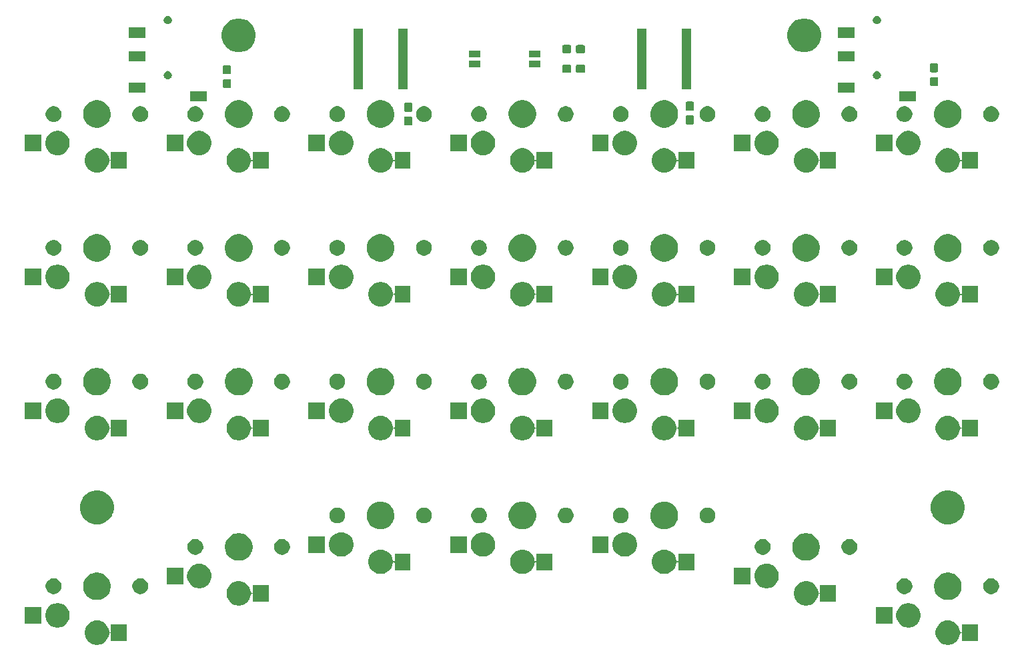
<source format=gbs>
G04 #@! TF.GenerationSoftware,KiCad,Pcbnew,(5.1.0-0)*
G04 #@! TF.CreationDate,2019-06-09T20:05:47+02:00*
G04 #@! TF.ProjectId,ssol56-pcb,73736f6c-3536-42d7-9063-622e6b696361,rev?*
G04 #@! TF.SameCoordinates,Original*
G04 #@! TF.FileFunction,Soldermask,Bot*
G04 #@! TF.FilePolarity,Negative*
%FSLAX46Y46*%
G04 Gerber Fmt 4.6, Leading zero omitted, Abs format (unit mm)*
G04 Created by KiCad (PCBNEW (5.1.0-0)) date 2019-06-09 20:05:47*
%MOMM*%
%LPD*%
G04 APERTURE LIST*
%ADD10C,0.100000*%
G04 APERTURE END LIST*
D10*
G36*
X267302585Y-105878802D02*
G01*
X267452410Y-105908604D01*
X267734674Y-106025521D01*
X267988705Y-106195259D01*
X268204741Y-106411295D01*
X268374479Y-106665326D01*
X268491396Y-106947590D01*
X268491396Y-106947591D01*
X268551404Y-107249270D01*
X268558517Y-107272719D01*
X268570068Y-107294330D01*
X268585613Y-107313272D01*
X268604555Y-107328817D01*
X268626166Y-107340368D01*
X268649615Y-107347481D01*
X268674001Y-107349883D01*
X268698387Y-107347481D01*
X268721836Y-107340368D01*
X268743447Y-107328817D01*
X268762389Y-107313272D01*
X268777934Y-107294330D01*
X268789485Y-107272719D01*
X268796598Y-107249270D01*
X268799000Y-107224884D01*
X268799000Y-106349000D01*
X270801000Y-106349000D01*
X270801000Y-108451000D01*
X268799000Y-108451000D01*
X268799000Y-107575116D01*
X268796598Y-107550730D01*
X268789485Y-107527281D01*
X268777934Y-107505670D01*
X268762389Y-107486728D01*
X268743447Y-107471183D01*
X268721836Y-107459632D01*
X268698387Y-107452519D01*
X268674001Y-107450117D01*
X268649615Y-107452519D01*
X268626166Y-107459632D01*
X268604555Y-107471183D01*
X268585613Y-107486728D01*
X268570068Y-107505670D01*
X268558517Y-107527281D01*
X268551404Y-107550730D01*
X268551000Y-107552760D01*
X268491396Y-107852410D01*
X268374479Y-108134674D01*
X268204741Y-108388705D01*
X267988705Y-108604741D01*
X267734674Y-108774479D01*
X267452410Y-108891396D01*
X267302585Y-108921198D01*
X267152761Y-108951000D01*
X266847239Y-108951000D01*
X266697415Y-108921198D01*
X266547590Y-108891396D01*
X266265326Y-108774479D01*
X266011295Y-108604741D01*
X265795259Y-108388705D01*
X265625521Y-108134674D01*
X265508604Y-107852410D01*
X265449000Y-107552760D01*
X265449000Y-107247240D01*
X265508604Y-106947590D01*
X265625521Y-106665326D01*
X265795259Y-106411295D01*
X266011295Y-106195259D01*
X266265326Y-106025521D01*
X266547590Y-105908604D01*
X266697415Y-105878802D01*
X266847239Y-105849000D01*
X267152761Y-105849000D01*
X267302585Y-105878802D01*
X267302585Y-105878802D01*
G37*
G36*
X159302585Y-105878802D02*
G01*
X159452410Y-105908604D01*
X159734674Y-106025521D01*
X159988705Y-106195259D01*
X160204741Y-106411295D01*
X160374479Y-106665326D01*
X160491396Y-106947590D01*
X160491396Y-106947591D01*
X160551404Y-107249270D01*
X160558517Y-107272719D01*
X160570068Y-107294330D01*
X160585613Y-107313272D01*
X160604555Y-107328817D01*
X160626166Y-107340368D01*
X160649615Y-107347481D01*
X160674001Y-107349883D01*
X160698387Y-107347481D01*
X160721836Y-107340368D01*
X160743447Y-107328817D01*
X160762389Y-107313272D01*
X160777934Y-107294330D01*
X160789485Y-107272719D01*
X160796598Y-107249270D01*
X160799000Y-107224884D01*
X160799000Y-106349000D01*
X162801000Y-106349000D01*
X162801000Y-108451000D01*
X160799000Y-108451000D01*
X160799000Y-107575116D01*
X160796598Y-107550730D01*
X160789485Y-107527281D01*
X160777934Y-107505670D01*
X160762389Y-107486728D01*
X160743447Y-107471183D01*
X160721836Y-107459632D01*
X160698387Y-107452519D01*
X160674001Y-107450117D01*
X160649615Y-107452519D01*
X160626166Y-107459632D01*
X160604555Y-107471183D01*
X160585613Y-107486728D01*
X160570068Y-107505670D01*
X160558517Y-107527281D01*
X160551404Y-107550730D01*
X160551000Y-107552760D01*
X160491396Y-107852410D01*
X160374479Y-108134674D01*
X160204741Y-108388705D01*
X159988705Y-108604741D01*
X159734674Y-108774479D01*
X159452410Y-108891396D01*
X159302585Y-108921198D01*
X159152761Y-108951000D01*
X158847239Y-108951000D01*
X158697415Y-108921198D01*
X158547590Y-108891396D01*
X158265326Y-108774479D01*
X158011295Y-108604741D01*
X157795259Y-108388705D01*
X157625521Y-108134674D01*
X157508604Y-107852410D01*
X157449000Y-107552760D01*
X157449000Y-107247240D01*
X157508604Y-106947590D01*
X157625521Y-106665326D01*
X157795259Y-106411295D01*
X158011295Y-106195259D01*
X158265326Y-106025521D01*
X158547590Y-105908604D01*
X158697415Y-105878802D01*
X158847239Y-105849000D01*
X159152761Y-105849000D01*
X159302585Y-105878802D01*
X159302585Y-105878802D01*
G37*
G36*
X262302585Y-103678802D02*
G01*
X262452410Y-103708604D01*
X262734674Y-103825521D01*
X262988705Y-103995259D01*
X263204741Y-104211295D01*
X263374479Y-104465326D01*
X263491396Y-104747590D01*
X263551000Y-105047240D01*
X263551000Y-105352760D01*
X263491396Y-105652410D01*
X263374479Y-105934674D01*
X263204741Y-106188705D01*
X262988705Y-106404741D01*
X262734674Y-106574479D01*
X262452410Y-106691396D01*
X262302585Y-106721198D01*
X262152761Y-106751000D01*
X261847239Y-106751000D01*
X261697415Y-106721198D01*
X261547590Y-106691396D01*
X261265326Y-106574479D01*
X261011295Y-106404741D01*
X260795259Y-106188705D01*
X260625521Y-105934674D01*
X260508604Y-105652410D01*
X260449000Y-105352760D01*
X260449000Y-105047240D01*
X260508604Y-104747590D01*
X260625521Y-104465326D01*
X260795259Y-104211295D01*
X261011295Y-103995259D01*
X261265326Y-103825521D01*
X261547590Y-103708604D01*
X261697415Y-103678802D01*
X261847239Y-103649000D01*
X262152761Y-103649000D01*
X262302585Y-103678802D01*
X262302585Y-103678802D01*
G37*
G36*
X154302585Y-103678802D02*
G01*
X154452410Y-103708604D01*
X154734674Y-103825521D01*
X154988705Y-103995259D01*
X155204741Y-104211295D01*
X155374479Y-104465326D01*
X155491396Y-104747590D01*
X155551000Y-105047240D01*
X155551000Y-105352760D01*
X155491396Y-105652410D01*
X155374479Y-105934674D01*
X155204741Y-106188705D01*
X154988705Y-106404741D01*
X154734674Y-106574479D01*
X154452410Y-106691396D01*
X154302585Y-106721198D01*
X154152761Y-106751000D01*
X153847239Y-106751000D01*
X153697415Y-106721198D01*
X153547590Y-106691396D01*
X153265326Y-106574479D01*
X153011295Y-106404741D01*
X152795259Y-106188705D01*
X152625521Y-105934674D01*
X152508604Y-105652410D01*
X152449000Y-105352760D01*
X152449000Y-105047240D01*
X152508604Y-104747590D01*
X152625521Y-104465326D01*
X152795259Y-104211295D01*
X153011295Y-103995259D01*
X153265326Y-103825521D01*
X153547590Y-103708604D01*
X153697415Y-103678802D01*
X153847239Y-103649000D01*
X154152761Y-103649000D01*
X154302585Y-103678802D01*
X154302585Y-103678802D01*
G37*
G36*
X259951000Y-106251000D02*
G01*
X257849000Y-106251000D01*
X257849000Y-104149000D01*
X259951000Y-104149000D01*
X259951000Y-106251000D01*
X259951000Y-106251000D01*
G37*
G36*
X151951000Y-106251000D02*
G01*
X149849000Y-106251000D01*
X149849000Y-104149000D01*
X151951000Y-104149000D01*
X151951000Y-106251000D01*
X151951000Y-106251000D01*
G37*
G36*
X249217613Y-100861900D02*
G01*
X249452410Y-100908604D01*
X249734674Y-101025521D01*
X249988705Y-101195259D01*
X250204741Y-101411295D01*
X250374479Y-101665326D01*
X250491396Y-101947590D01*
X250491396Y-101947591D01*
X250551404Y-102249270D01*
X250558517Y-102272719D01*
X250570068Y-102294330D01*
X250585613Y-102313272D01*
X250604555Y-102328817D01*
X250626166Y-102340368D01*
X250649615Y-102347481D01*
X250674001Y-102349883D01*
X250698387Y-102347481D01*
X250721836Y-102340368D01*
X250743447Y-102328817D01*
X250762389Y-102313272D01*
X250777934Y-102294330D01*
X250789485Y-102272719D01*
X250796598Y-102249270D01*
X250799000Y-102224884D01*
X250799000Y-101349000D01*
X252801000Y-101349000D01*
X252801000Y-103451000D01*
X250799000Y-103451000D01*
X250799000Y-102575116D01*
X250796598Y-102550730D01*
X250789485Y-102527281D01*
X250777934Y-102505670D01*
X250762389Y-102486728D01*
X250743447Y-102471183D01*
X250721836Y-102459632D01*
X250698387Y-102452519D01*
X250674001Y-102450117D01*
X250649615Y-102452519D01*
X250626166Y-102459632D01*
X250604555Y-102471183D01*
X250585613Y-102486728D01*
X250570068Y-102505670D01*
X250558517Y-102527281D01*
X250551404Y-102550730D01*
X250551000Y-102552760D01*
X250491396Y-102852410D01*
X250374479Y-103134674D01*
X250204741Y-103388705D01*
X249988705Y-103604741D01*
X249734674Y-103774479D01*
X249452410Y-103891396D01*
X249302585Y-103921198D01*
X249152761Y-103951000D01*
X248847239Y-103951000D01*
X248697415Y-103921198D01*
X248547590Y-103891396D01*
X248265326Y-103774479D01*
X248011295Y-103604741D01*
X247795259Y-103388705D01*
X247625521Y-103134674D01*
X247508604Y-102852410D01*
X247449000Y-102552760D01*
X247449000Y-102247240D01*
X247508604Y-101947590D01*
X247625521Y-101665326D01*
X247795259Y-101411295D01*
X248011295Y-101195259D01*
X248265326Y-101025521D01*
X248547590Y-100908604D01*
X248782387Y-100861900D01*
X248847239Y-100849000D01*
X249152761Y-100849000D01*
X249217613Y-100861900D01*
X249217613Y-100861900D01*
G37*
G36*
X177217613Y-100861900D02*
G01*
X177452410Y-100908604D01*
X177734674Y-101025521D01*
X177988705Y-101195259D01*
X178204741Y-101411295D01*
X178374479Y-101665326D01*
X178491396Y-101947590D01*
X178491396Y-101947591D01*
X178551404Y-102249270D01*
X178558517Y-102272719D01*
X178570068Y-102294330D01*
X178585613Y-102313272D01*
X178604555Y-102328817D01*
X178626166Y-102340368D01*
X178649615Y-102347481D01*
X178674001Y-102349883D01*
X178698387Y-102347481D01*
X178721836Y-102340368D01*
X178743447Y-102328817D01*
X178762389Y-102313272D01*
X178777934Y-102294330D01*
X178789485Y-102272719D01*
X178796598Y-102249270D01*
X178799000Y-102224884D01*
X178799000Y-101349000D01*
X180801000Y-101349000D01*
X180801000Y-103451000D01*
X178799000Y-103451000D01*
X178799000Y-102575116D01*
X178796598Y-102550730D01*
X178789485Y-102527281D01*
X178777934Y-102505670D01*
X178762389Y-102486728D01*
X178743447Y-102471183D01*
X178721836Y-102459632D01*
X178698387Y-102452519D01*
X178674001Y-102450117D01*
X178649615Y-102452519D01*
X178626166Y-102459632D01*
X178604555Y-102471183D01*
X178585613Y-102486728D01*
X178570068Y-102505670D01*
X178558517Y-102527281D01*
X178551404Y-102550730D01*
X178551000Y-102552760D01*
X178491396Y-102852410D01*
X178374479Y-103134674D01*
X178204741Y-103388705D01*
X177988705Y-103604741D01*
X177734674Y-103774479D01*
X177452410Y-103891396D01*
X177302585Y-103921198D01*
X177152761Y-103951000D01*
X176847239Y-103951000D01*
X176697415Y-103921198D01*
X176547590Y-103891396D01*
X176265326Y-103774479D01*
X176011295Y-103604741D01*
X175795259Y-103388705D01*
X175625521Y-103134674D01*
X175508604Y-102852410D01*
X175449000Y-102552760D01*
X175449000Y-102247240D01*
X175508604Y-101947590D01*
X175625521Y-101665326D01*
X175795259Y-101411295D01*
X176011295Y-101195259D01*
X176265326Y-101025521D01*
X176547590Y-100908604D01*
X176782387Y-100861900D01*
X176847239Y-100849000D01*
X177152761Y-100849000D01*
X177217613Y-100861900D01*
X177217613Y-100861900D01*
G37*
G36*
X267397985Y-99793860D02*
G01*
X267510748Y-99816290D01*
X267642741Y-99870963D01*
X267829408Y-99948283D01*
X268116196Y-100139909D01*
X268360091Y-100383804D01*
X268551717Y-100670592D01*
X268625616Y-100849000D01*
X268683710Y-100989252D01*
X268690990Y-101025851D01*
X268751000Y-101327540D01*
X268751000Y-101672460D01*
X268706140Y-101897985D01*
X268690990Y-101974151D01*
X268683710Y-102010747D01*
X268551717Y-102329408D01*
X268360091Y-102616196D01*
X268116196Y-102860091D01*
X267829408Y-103051717D01*
X267642741Y-103129037D01*
X267510748Y-103183710D01*
X267397985Y-103206140D01*
X267172460Y-103251000D01*
X266827540Y-103251000D01*
X266602015Y-103206140D01*
X266489252Y-103183710D01*
X266357259Y-103129037D01*
X266170592Y-103051717D01*
X265883804Y-102860091D01*
X265639909Y-102616196D01*
X265448283Y-102329408D01*
X265316290Y-102010747D01*
X265309011Y-101974151D01*
X265293860Y-101897985D01*
X265249000Y-101672460D01*
X265249000Y-101327540D01*
X265309010Y-101025851D01*
X265316290Y-100989252D01*
X265374384Y-100849000D01*
X265448283Y-100670592D01*
X265639909Y-100383804D01*
X265883804Y-100139909D01*
X266170592Y-99948283D01*
X266357259Y-99870963D01*
X266489252Y-99816290D01*
X266602015Y-99793860D01*
X266827540Y-99749000D01*
X267172460Y-99749000D01*
X267397985Y-99793860D01*
X267397985Y-99793860D01*
G37*
G36*
X159397985Y-99793860D02*
G01*
X159510748Y-99816290D01*
X159642741Y-99870963D01*
X159829408Y-99948283D01*
X160116196Y-100139909D01*
X160360091Y-100383804D01*
X160551717Y-100670592D01*
X160625616Y-100849000D01*
X160683710Y-100989252D01*
X160690990Y-101025851D01*
X160751000Y-101327540D01*
X160751000Y-101672460D01*
X160706140Y-101897985D01*
X160690990Y-101974151D01*
X160683710Y-102010747D01*
X160551717Y-102329408D01*
X160360091Y-102616196D01*
X160116196Y-102860091D01*
X159829408Y-103051717D01*
X159642741Y-103129037D01*
X159510748Y-103183710D01*
X159397985Y-103206140D01*
X159172460Y-103251000D01*
X158827540Y-103251000D01*
X158602015Y-103206140D01*
X158489252Y-103183710D01*
X158357259Y-103129037D01*
X158170592Y-103051717D01*
X157883804Y-102860091D01*
X157639909Y-102616196D01*
X157448283Y-102329408D01*
X157316290Y-102010747D01*
X157309011Y-101974151D01*
X157293860Y-101897985D01*
X157249000Y-101672460D01*
X157249000Y-101327540D01*
X157309010Y-101025851D01*
X157316290Y-100989252D01*
X157374384Y-100849000D01*
X157448283Y-100670592D01*
X157639909Y-100383804D01*
X157883804Y-100139909D01*
X158170592Y-99948283D01*
X158357259Y-99870963D01*
X158489252Y-99816290D01*
X158602015Y-99793860D01*
X158827540Y-99749000D01*
X159172460Y-99749000D01*
X159397985Y-99793860D01*
X159397985Y-99793860D01*
G37*
G36*
X153695285Y-100518234D02*
G01*
X153791981Y-100537468D01*
X153974151Y-100612926D01*
X154138100Y-100722473D01*
X154277527Y-100861900D01*
X154387074Y-101025849D01*
X154462532Y-101208019D01*
X154501000Y-101401410D01*
X154501000Y-101598590D01*
X154462532Y-101791981D01*
X154387074Y-101974151D01*
X154277527Y-102138100D01*
X154138100Y-102277527D01*
X153974151Y-102387074D01*
X153791981Y-102462532D01*
X153695285Y-102481766D01*
X153598591Y-102501000D01*
X153401409Y-102501000D01*
X153208019Y-102462532D01*
X153025849Y-102387074D01*
X152861900Y-102277527D01*
X152722473Y-102138100D01*
X152612926Y-101974151D01*
X152537468Y-101791981D01*
X152499000Y-101598590D01*
X152499000Y-101401410D01*
X152537468Y-101208019D01*
X152612926Y-101025849D01*
X152722473Y-100861900D01*
X152861900Y-100722473D01*
X153025849Y-100612926D01*
X153208019Y-100537468D01*
X153401409Y-100499000D01*
X153598591Y-100499000D01*
X153695285Y-100518234D01*
X153695285Y-100518234D01*
G37*
G36*
X164695285Y-100518234D02*
G01*
X164791981Y-100537468D01*
X164974151Y-100612926D01*
X165138100Y-100722473D01*
X165277527Y-100861900D01*
X165387074Y-101025849D01*
X165462532Y-101208019D01*
X165501000Y-101401410D01*
X165501000Y-101598590D01*
X165462532Y-101791981D01*
X165387074Y-101974151D01*
X165277527Y-102138100D01*
X165138100Y-102277527D01*
X164974151Y-102387074D01*
X164791981Y-102462532D01*
X164695285Y-102481766D01*
X164598591Y-102501000D01*
X164401409Y-102501000D01*
X164208019Y-102462532D01*
X164025849Y-102387074D01*
X163861900Y-102277527D01*
X163722473Y-102138100D01*
X163612926Y-101974151D01*
X163537468Y-101791981D01*
X163499000Y-101598590D01*
X163499000Y-101401410D01*
X163537468Y-101208019D01*
X163612926Y-101025849D01*
X163722473Y-100861900D01*
X163861900Y-100722473D01*
X164025849Y-100612926D01*
X164208019Y-100537468D01*
X164401409Y-100499000D01*
X164598591Y-100499000D01*
X164695285Y-100518234D01*
X164695285Y-100518234D01*
G37*
G36*
X261695285Y-100518234D02*
G01*
X261791981Y-100537468D01*
X261974151Y-100612926D01*
X262138100Y-100722473D01*
X262277527Y-100861900D01*
X262387074Y-101025849D01*
X262462532Y-101208019D01*
X262501000Y-101401410D01*
X262501000Y-101598590D01*
X262462532Y-101791981D01*
X262387074Y-101974151D01*
X262277527Y-102138100D01*
X262138100Y-102277527D01*
X261974151Y-102387074D01*
X261791981Y-102462532D01*
X261695285Y-102481766D01*
X261598591Y-102501000D01*
X261401409Y-102501000D01*
X261208019Y-102462532D01*
X261025849Y-102387074D01*
X260861900Y-102277527D01*
X260722473Y-102138100D01*
X260612926Y-101974151D01*
X260537468Y-101791981D01*
X260499000Y-101598590D01*
X260499000Y-101401410D01*
X260537468Y-101208019D01*
X260612926Y-101025849D01*
X260722473Y-100861900D01*
X260861900Y-100722473D01*
X261025849Y-100612926D01*
X261208019Y-100537468D01*
X261401409Y-100499000D01*
X261598591Y-100499000D01*
X261695285Y-100518234D01*
X261695285Y-100518234D01*
G37*
G36*
X272695285Y-100518234D02*
G01*
X272791981Y-100537468D01*
X272974151Y-100612926D01*
X273138100Y-100722473D01*
X273277527Y-100861900D01*
X273387074Y-101025849D01*
X273462532Y-101208019D01*
X273501000Y-101401410D01*
X273501000Y-101598590D01*
X273462532Y-101791981D01*
X273387074Y-101974151D01*
X273277527Y-102138100D01*
X273138100Y-102277527D01*
X272974151Y-102387074D01*
X272791981Y-102462532D01*
X272695285Y-102481766D01*
X272598591Y-102501000D01*
X272401409Y-102501000D01*
X272208019Y-102462532D01*
X272025849Y-102387074D01*
X271861900Y-102277527D01*
X271722473Y-102138100D01*
X271612926Y-101974151D01*
X271537468Y-101791981D01*
X271499000Y-101598590D01*
X271499000Y-101401410D01*
X271537468Y-101208019D01*
X271612926Y-101025849D01*
X271722473Y-100861900D01*
X271861900Y-100722473D01*
X272025849Y-100612926D01*
X272208019Y-100537468D01*
X272401409Y-100499000D01*
X272598591Y-100499000D01*
X272695285Y-100518234D01*
X272695285Y-100518234D01*
G37*
G36*
X172302585Y-98678802D02*
G01*
X172452410Y-98708604D01*
X172734674Y-98825521D01*
X172988705Y-98995259D01*
X173204741Y-99211295D01*
X173374479Y-99465326D01*
X173491396Y-99747590D01*
X173505061Y-99816290D01*
X173531317Y-99948284D01*
X173551000Y-100047240D01*
X173551000Y-100352760D01*
X173491396Y-100652410D01*
X173374479Y-100934674D01*
X173204741Y-101188705D01*
X172988705Y-101404741D01*
X172734674Y-101574479D01*
X172452410Y-101691396D01*
X172302585Y-101721198D01*
X172152761Y-101751000D01*
X171847239Y-101751000D01*
X171697415Y-101721198D01*
X171547590Y-101691396D01*
X171265326Y-101574479D01*
X171011295Y-101404741D01*
X170795259Y-101188705D01*
X170625521Y-100934674D01*
X170508604Y-100652410D01*
X170449000Y-100352760D01*
X170449000Y-100047240D01*
X170468684Y-99948284D01*
X170494939Y-99816290D01*
X170508604Y-99747590D01*
X170625521Y-99465326D01*
X170795259Y-99211295D01*
X171011295Y-98995259D01*
X171265326Y-98825521D01*
X171547590Y-98708604D01*
X171697415Y-98678802D01*
X171847239Y-98649000D01*
X172152761Y-98649000D01*
X172302585Y-98678802D01*
X172302585Y-98678802D01*
G37*
G36*
X244302585Y-98678802D02*
G01*
X244452410Y-98708604D01*
X244734674Y-98825521D01*
X244988705Y-98995259D01*
X245204741Y-99211295D01*
X245374479Y-99465326D01*
X245491396Y-99747590D01*
X245505061Y-99816290D01*
X245531317Y-99948284D01*
X245551000Y-100047240D01*
X245551000Y-100352760D01*
X245491396Y-100652410D01*
X245374479Y-100934674D01*
X245204741Y-101188705D01*
X244988705Y-101404741D01*
X244734674Y-101574479D01*
X244452410Y-101691396D01*
X244302585Y-101721198D01*
X244152761Y-101751000D01*
X243847239Y-101751000D01*
X243697415Y-101721198D01*
X243547590Y-101691396D01*
X243265326Y-101574479D01*
X243011295Y-101404741D01*
X242795259Y-101188705D01*
X242625521Y-100934674D01*
X242508604Y-100652410D01*
X242449000Y-100352760D01*
X242449000Y-100047240D01*
X242468684Y-99948284D01*
X242494939Y-99816290D01*
X242508604Y-99747590D01*
X242625521Y-99465326D01*
X242795259Y-99211295D01*
X243011295Y-98995259D01*
X243265326Y-98825521D01*
X243547590Y-98708604D01*
X243697415Y-98678802D01*
X243847239Y-98649000D01*
X244152761Y-98649000D01*
X244302585Y-98678802D01*
X244302585Y-98678802D01*
G37*
G36*
X241951000Y-101251000D02*
G01*
X239849000Y-101251000D01*
X239849000Y-99149000D01*
X241951000Y-99149000D01*
X241951000Y-101251000D01*
X241951000Y-101251000D01*
G37*
G36*
X169951000Y-101251000D02*
G01*
X167849000Y-101251000D01*
X167849000Y-99149000D01*
X169951000Y-99149000D01*
X169951000Y-101251000D01*
X169951000Y-101251000D01*
G37*
G36*
X231302585Y-96878802D02*
G01*
X231452410Y-96908604D01*
X231734674Y-97025521D01*
X231988705Y-97195259D01*
X232204741Y-97411295D01*
X232374479Y-97665326D01*
X232491396Y-97947590D01*
X232491396Y-97947591D01*
X232551404Y-98249270D01*
X232558517Y-98272719D01*
X232570068Y-98294330D01*
X232585613Y-98313272D01*
X232604555Y-98328817D01*
X232626166Y-98340368D01*
X232649615Y-98347481D01*
X232674001Y-98349883D01*
X232698387Y-98347481D01*
X232721836Y-98340368D01*
X232743447Y-98328817D01*
X232762389Y-98313272D01*
X232777934Y-98294330D01*
X232789485Y-98272719D01*
X232796598Y-98249270D01*
X232799000Y-98224884D01*
X232799000Y-97349000D01*
X234801000Y-97349000D01*
X234801000Y-99451000D01*
X232799000Y-99451000D01*
X232799000Y-98575116D01*
X232796598Y-98550730D01*
X232789485Y-98527281D01*
X232777934Y-98505670D01*
X232762389Y-98486728D01*
X232743447Y-98471183D01*
X232721836Y-98459632D01*
X232698387Y-98452519D01*
X232674001Y-98450117D01*
X232649615Y-98452519D01*
X232626166Y-98459632D01*
X232604555Y-98471183D01*
X232585613Y-98486728D01*
X232570068Y-98505670D01*
X232558517Y-98527281D01*
X232551404Y-98550730D01*
X232551000Y-98552760D01*
X232491396Y-98852410D01*
X232374479Y-99134674D01*
X232204741Y-99388705D01*
X231988705Y-99604741D01*
X231734674Y-99774479D01*
X231452410Y-99891396D01*
X231302585Y-99921198D01*
X231152761Y-99951000D01*
X230847239Y-99951000D01*
X230697415Y-99921198D01*
X230547590Y-99891396D01*
X230265326Y-99774479D01*
X230011295Y-99604741D01*
X229795259Y-99388705D01*
X229625521Y-99134674D01*
X229508604Y-98852410D01*
X229449000Y-98552760D01*
X229449000Y-98247240D01*
X229508604Y-97947590D01*
X229625521Y-97665326D01*
X229795259Y-97411295D01*
X230011295Y-97195259D01*
X230265326Y-97025521D01*
X230547590Y-96908604D01*
X230697415Y-96878802D01*
X230847239Y-96849000D01*
X231152761Y-96849000D01*
X231302585Y-96878802D01*
X231302585Y-96878802D01*
G37*
G36*
X213302585Y-96878802D02*
G01*
X213452410Y-96908604D01*
X213734674Y-97025521D01*
X213988705Y-97195259D01*
X214204741Y-97411295D01*
X214374479Y-97665326D01*
X214491396Y-97947590D01*
X214491396Y-97947591D01*
X214551404Y-98249270D01*
X214558517Y-98272719D01*
X214570068Y-98294330D01*
X214585613Y-98313272D01*
X214604555Y-98328817D01*
X214626166Y-98340368D01*
X214649615Y-98347481D01*
X214674001Y-98349883D01*
X214698387Y-98347481D01*
X214721836Y-98340368D01*
X214743447Y-98328817D01*
X214762389Y-98313272D01*
X214777934Y-98294330D01*
X214789485Y-98272719D01*
X214796598Y-98249270D01*
X214799000Y-98224884D01*
X214799000Y-97349000D01*
X216801000Y-97349000D01*
X216801000Y-99451000D01*
X214799000Y-99451000D01*
X214799000Y-98575116D01*
X214796598Y-98550730D01*
X214789485Y-98527281D01*
X214777934Y-98505670D01*
X214762389Y-98486728D01*
X214743447Y-98471183D01*
X214721836Y-98459632D01*
X214698387Y-98452519D01*
X214674001Y-98450117D01*
X214649615Y-98452519D01*
X214626166Y-98459632D01*
X214604555Y-98471183D01*
X214585613Y-98486728D01*
X214570068Y-98505670D01*
X214558517Y-98527281D01*
X214551404Y-98550730D01*
X214551000Y-98552760D01*
X214491396Y-98852410D01*
X214374479Y-99134674D01*
X214204741Y-99388705D01*
X213988705Y-99604741D01*
X213734674Y-99774479D01*
X213452410Y-99891396D01*
X213302585Y-99921198D01*
X213152761Y-99951000D01*
X212847239Y-99951000D01*
X212697415Y-99921198D01*
X212547590Y-99891396D01*
X212265326Y-99774479D01*
X212011295Y-99604741D01*
X211795259Y-99388705D01*
X211625521Y-99134674D01*
X211508604Y-98852410D01*
X211449000Y-98552760D01*
X211449000Y-98247240D01*
X211508604Y-97947590D01*
X211625521Y-97665326D01*
X211795259Y-97411295D01*
X212011295Y-97195259D01*
X212265326Y-97025521D01*
X212547590Y-96908604D01*
X212697415Y-96878802D01*
X212847239Y-96849000D01*
X213152761Y-96849000D01*
X213302585Y-96878802D01*
X213302585Y-96878802D01*
G37*
G36*
X195302585Y-96878802D02*
G01*
X195452410Y-96908604D01*
X195734674Y-97025521D01*
X195988705Y-97195259D01*
X196204741Y-97411295D01*
X196374479Y-97665326D01*
X196491396Y-97947590D01*
X196491396Y-97947591D01*
X196551404Y-98249270D01*
X196558517Y-98272719D01*
X196570068Y-98294330D01*
X196585613Y-98313272D01*
X196604555Y-98328817D01*
X196626166Y-98340368D01*
X196649615Y-98347481D01*
X196674001Y-98349883D01*
X196698387Y-98347481D01*
X196721836Y-98340368D01*
X196743447Y-98328817D01*
X196762389Y-98313272D01*
X196777934Y-98294330D01*
X196789485Y-98272719D01*
X196796598Y-98249270D01*
X196799000Y-98224884D01*
X196799000Y-97349000D01*
X198801000Y-97349000D01*
X198801000Y-99451000D01*
X196799000Y-99451000D01*
X196799000Y-98575116D01*
X196796598Y-98550730D01*
X196789485Y-98527281D01*
X196777934Y-98505670D01*
X196762389Y-98486728D01*
X196743447Y-98471183D01*
X196721836Y-98459632D01*
X196698387Y-98452519D01*
X196674001Y-98450117D01*
X196649615Y-98452519D01*
X196626166Y-98459632D01*
X196604555Y-98471183D01*
X196585613Y-98486728D01*
X196570068Y-98505670D01*
X196558517Y-98527281D01*
X196551404Y-98550730D01*
X196551000Y-98552760D01*
X196491396Y-98852410D01*
X196374479Y-99134674D01*
X196204741Y-99388705D01*
X195988705Y-99604741D01*
X195734674Y-99774479D01*
X195452410Y-99891396D01*
X195302585Y-99921198D01*
X195152761Y-99951000D01*
X194847239Y-99951000D01*
X194697415Y-99921198D01*
X194547590Y-99891396D01*
X194265326Y-99774479D01*
X194011295Y-99604741D01*
X193795259Y-99388705D01*
X193625521Y-99134674D01*
X193508604Y-98852410D01*
X193449000Y-98552760D01*
X193449000Y-98247240D01*
X193508604Y-97947590D01*
X193625521Y-97665326D01*
X193795259Y-97411295D01*
X194011295Y-97195259D01*
X194265326Y-97025521D01*
X194547590Y-96908604D01*
X194697415Y-96878802D01*
X194847239Y-96849000D01*
X195152761Y-96849000D01*
X195302585Y-96878802D01*
X195302585Y-96878802D01*
G37*
G36*
X249397985Y-94793860D02*
G01*
X249510748Y-94816290D01*
X249642741Y-94870963D01*
X249829408Y-94948283D01*
X250116196Y-95139909D01*
X250360091Y-95383804D01*
X250551717Y-95670592D01*
X250583610Y-95747590D01*
X250683710Y-95989252D01*
X250706140Y-96102015D01*
X250751000Y-96327540D01*
X250751000Y-96672460D01*
X250715884Y-96849000D01*
X250683710Y-97010748D01*
X250630959Y-97138099D01*
X250551717Y-97329408D01*
X250360091Y-97616196D01*
X250116196Y-97860091D01*
X249829408Y-98051717D01*
X249642741Y-98129037D01*
X249510748Y-98183710D01*
X249397985Y-98206140D01*
X249172460Y-98251000D01*
X248827540Y-98251000D01*
X248602015Y-98206140D01*
X248489252Y-98183710D01*
X248357259Y-98129037D01*
X248170592Y-98051717D01*
X247883804Y-97860091D01*
X247639909Y-97616196D01*
X247448283Y-97329408D01*
X247369041Y-97138099D01*
X247316290Y-97010748D01*
X247284116Y-96849000D01*
X247249000Y-96672460D01*
X247249000Y-96327540D01*
X247293860Y-96102015D01*
X247316290Y-95989252D01*
X247416390Y-95747590D01*
X247448283Y-95670592D01*
X247639909Y-95383804D01*
X247883804Y-95139909D01*
X248170592Y-94948283D01*
X248357259Y-94870963D01*
X248489252Y-94816290D01*
X248602015Y-94793860D01*
X248827540Y-94749000D01*
X249172460Y-94749000D01*
X249397985Y-94793860D01*
X249397985Y-94793860D01*
G37*
G36*
X177397985Y-94793860D02*
G01*
X177510748Y-94816290D01*
X177642741Y-94870963D01*
X177829408Y-94948283D01*
X178116196Y-95139909D01*
X178360091Y-95383804D01*
X178551717Y-95670592D01*
X178583610Y-95747590D01*
X178683710Y-95989252D01*
X178706140Y-96102015D01*
X178751000Y-96327540D01*
X178751000Y-96672460D01*
X178715884Y-96849000D01*
X178683710Y-97010748D01*
X178630959Y-97138099D01*
X178551717Y-97329408D01*
X178360091Y-97616196D01*
X178116196Y-97860091D01*
X177829408Y-98051717D01*
X177642741Y-98129037D01*
X177510748Y-98183710D01*
X177397985Y-98206140D01*
X177172460Y-98251000D01*
X176827540Y-98251000D01*
X176602015Y-98206140D01*
X176489252Y-98183710D01*
X176357259Y-98129037D01*
X176170592Y-98051717D01*
X175883804Y-97860091D01*
X175639909Y-97616196D01*
X175448283Y-97329408D01*
X175369041Y-97138099D01*
X175316290Y-97010748D01*
X175284116Y-96849000D01*
X175249000Y-96672460D01*
X175249000Y-96327540D01*
X175293860Y-96102015D01*
X175316290Y-95989252D01*
X175416390Y-95747590D01*
X175448283Y-95670592D01*
X175639909Y-95383804D01*
X175883804Y-95139909D01*
X176170592Y-94948283D01*
X176357259Y-94870963D01*
X176489252Y-94816290D01*
X176602015Y-94793860D01*
X176827540Y-94749000D01*
X177172460Y-94749000D01*
X177397985Y-94793860D01*
X177397985Y-94793860D01*
G37*
G36*
X208302585Y-94678802D02*
G01*
X208452410Y-94708604D01*
X208734674Y-94825521D01*
X208988705Y-94995259D01*
X209204741Y-95211295D01*
X209374479Y-95465326D01*
X209480992Y-95722473D01*
X209491396Y-95747591D01*
X209546746Y-96025851D01*
X209551000Y-96047240D01*
X209551000Y-96352760D01*
X209491396Y-96652410D01*
X209374479Y-96934674D01*
X209204741Y-97188705D01*
X208988705Y-97404741D01*
X208734674Y-97574479D01*
X208452410Y-97691396D01*
X208302585Y-97721198D01*
X208152761Y-97751000D01*
X207847239Y-97751000D01*
X207697415Y-97721198D01*
X207547590Y-97691396D01*
X207265326Y-97574479D01*
X207011295Y-97404741D01*
X206795259Y-97188705D01*
X206625521Y-96934674D01*
X206508604Y-96652410D01*
X206449000Y-96352760D01*
X206449000Y-96047240D01*
X206453255Y-96025851D01*
X206508604Y-95747591D01*
X206519008Y-95722473D01*
X206625521Y-95465326D01*
X206795259Y-95211295D01*
X207011295Y-94995259D01*
X207265326Y-94825521D01*
X207547590Y-94708604D01*
X207697415Y-94678802D01*
X207847239Y-94649000D01*
X208152761Y-94649000D01*
X208302585Y-94678802D01*
X208302585Y-94678802D01*
G37*
G36*
X190302585Y-94678802D02*
G01*
X190452410Y-94708604D01*
X190734674Y-94825521D01*
X190988705Y-94995259D01*
X191204741Y-95211295D01*
X191374479Y-95465326D01*
X191480992Y-95722473D01*
X191491396Y-95747591D01*
X191546746Y-96025851D01*
X191551000Y-96047240D01*
X191551000Y-96352760D01*
X191491396Y-96652410D01*
X191374479Y-96934674D01*
X191204741Y-97188705D01*
X190988705Y-97404741D01*
X190734674Y-97574479D01*
X190452410Y-97691396D01*
X190302585Y-97721198D01*
X190152761Y-97751000D01*
X189847239Y-97751000D01*
X189697415Y-97721198D01*
X189547590Y-97691396D01*
X189265326Y-97574479D01*
X189011295Y-97404741D01*
X188795259Y-97188705D01*
X188625521Y-96934674D01*
X188508604Y-96652410D01*
X188449000Y-96352760D01*
X188449000Y-96047240D01*
X188453255Y-96025851D01*
X188508604Y-95747591D01*
X188519008Y-95722473D01*
X188625521Y-95465326D01*
X188795259Y-95211295D01*
X189011295Y-94995259D01*
X189265326Y-94825521D01*
X189547590Y-94708604D01*
X189697415Y-94678802D01*
X189847239Y-94649000D01*
X190152761Y-94649000D01*
X190302585Y-94678802D01*
X190302585Y-94678802D01*
G37*
G36*
X226302585Y-94678802D02*
G01*
X226452410Y-94708604D01*
X226734674Y-94825521D01*
X226988705Y-94995259D01*
X227204741Y-95211295D01*
X227374479Y-95465326D01*
X227480992Y-95722473D01*
X227491396Y-95747591D01*
X227546746Y-96025851D01*
X227551000Y-96047240D01*
X227551000Y-96352760D01*
X227491396Y-96652410D01*
X227374479Y-96934674D01*
X227204741Y-97188705D01*
X226988705Y-97404741D01*
X226734674Y-97574479D01*
X226452410Y-97691396D01*
X226302585Y-97721198D01*
X226152761Y-97751000D01*
X225847239Y-97751000D01*
X225697415Y-97721198D01*
X225547590Y-97691396D01*
X225265326Y-97574479D01*
X225011295Y-97404741D01*
X224795259Y-97188705D01*
X224625521Y-96934674D01*
X224508604Y-96652410D01*
X224449000Y-96352760D01*
X224449000Y-96047240D01*
X224453255Y-96025851D01*
X224508604Y-95747591D01*
X224519008Y-95722473D01*
X224625521Y-95465326D01*
X224795259Y-95211295D01*
X225011295Y-94995259D01*
X225265326Y-94825521D01*
X225547590Y-94708604D01*
X225697415Y-94678802D01*
X225847239Y-94649000D01*
X226152761Y-94649000D01*
X226302585Y-94678802D01*
X226302585Y-94678802D01*
G37*
G36*
X182791981Y-95537468D02*
G01*
X182974151Y-95612926D01*
X183138100Y-95722473D01*
X183277527Y-95861900D01*
X183362621Y-95989253D01*
X183387075Y-96025851D01*
X183462532Y-96208020D01*
X183501000Y-96401409D01*
X183501000Y-96598591D01*
X183486307Y-96672458D01*
X183462532Y-96791981D01*
X183387074Y-96974151D01*
X183277527Y-97138100D01*
X183138100Y-97277527D01*
X182974151Y-97387074D01*
X182974150Y-97387075D01*
X182974149Y-97387075D01*
X182920795Y-97409175D01*
X182791981Y-97462532D01*
X182598591Y-97501000D01*
X182401409Y-97501000D01*
X182304715Y-97481766D01*
X182208019Y-97462532D01*
X182079205Y-97409175D01*
X182025851Y-97387075D01*
X182025850Y-97387075D01*
X182025849Y-97387074D01*
X181861900Y-97277527D01*
X181722473Y-97138100D01*
X181612926Y-96974151D01*
X181537468Y-96791981D01*
X181513693Y-96672458D01*
X181499000Y-96598591D01*
X181499000Y-96401409D01*
X181537468Y-96208020D01*
X181612925Y-96025851D01*
X181637379Y-95989253D01*
X181722473Y-95861900D01*
X181861900Y-95722473D01*
X182025849Y-95612926D01*
X182208019Y-95537468D01*
X182401409Y-95499000D01*
X182598591Y-95499000D01*
X182791981Y-95537468D01*
X182791981Y-95537468D01*
G37*
G36*
X171791981Y-95537468D02*
G01*
X171974151Y-95612926D01*
X172138100Y-95722473D01*
X172277527Y-95861900D01*
X172362621Y-95989253D01*
X172387075Y-96025851D01*
X172462532Y-96208020D01*
X172501000Y-96401409D01*
X172501000Y-96598591D01*
X172486307Y-96672458D01*
X172462532Y-96791981D01*
X172387074Y-96974151D01*
X172277527Y-97138100D01*
X172138100Y-97277527D01*
X171974151Y-97387074D01*
X171974150Y-97387075D01*
X171974149Y-97387075D01*
X171920795Y-97409175D01*
X171791981Y-97462532D01*
X171598591Y-97501000D01*
X171401409Y-97501000D01*
X171304715Y-97481766D01*
X171208019Y-97462532D01*
X171079205Y-97409175D01*
X171025851Y-97387075D01*
X171025850Y-97387075D01*
X171025849Y-97387074D01*
X170861900Y-97277527D01*
X170722473Y-97138100D01*
X170612926Y-96974151D01*
X170537468Y-96791981D01*
X170513693Y-96672458D01*
X170499000Y-96598591D01*
X170499000Y-96401409D01*
X170537468Y-96208020D01*
X170612925Y-96025851D01*
X170637379Y-95989253D01*
X170722473Y-95861900D01*
X170861900Y-95722473D01*
X171025849Y-95612926D01*
X171208019Y-95537468D01*
X171401409Y-95499000D01*
X171598591Y-95499000D01*
X171791981Y-95537468D01*
X171791981Y-95537468D01*
G37*
G36*
X254791981Y-95537468D02*
G01*
X254974151Y-95612926D01*
X255138100Y-95722473D01*
X255277527Y-95861900D01*
X255362621Y-95989253D01*
X255387075Y-96025851D01*
X255462532Y-96208020D01*
X255501000Y-96401409D01*
X255501000Y-96598591D01*
X255486307Y-96672458D01*
X255462532Y-96791981D01*
X255387074Y-96974151D01*
X255277527Y-97138100D01*
X255138100Y-97277527D01*
X254974151Y-97387074D01*
X254974150Y-97387075D01*
X254974149Y-97387075D01*
X254920795Y-97409175D01*
X254791981Y-97462532D01*
X254598591Y-97501000D01*
X254401409Y-97501000D01*
X254304715Y-97481766D01*
X254208019Y-97462532D01*
X254079205Y-97409175D01*
X254025851Y-97387075D01*
X254025850Y-97387075D01*
X254025849Y-97387074D01*
X253861900Y-97277527D01*
X253722473Y-97138100D01*
X253612926Y-96974151D01*
X253537468Y-96791981D01*
X253513693Y-96672458D01*
X253499000Y-96598591D01*
X253499000Y-96401409D01*
X253537468Y-96208020D01*
X253612925Y-96025851D01*
X253637379Y-95989253D01*
X253722473Y-95861900D01*
X253861900Y-95722473D01*
X254025849Y-95612926D01*
X254208019Y-95537468D01*
X254401409Y-95499000D01*
X254598591Y-95499000D01*
X254791981Y-95537468D01*
X254791981Y-95537468D01*
G37*
G36*
X243791981Y-95537468D02*
G01*
X243974151Y-95612926D01*
X244138100Y-95722473D01*
X244277527Y-95861900D01*
X244362621Y-95989253D01*
X244387075Y-96025851D01*
X244462532Y-96208020D01*
X244501000Y-96401409D01*
X244501000Y-96598591D01*
X244486307Y-96672458D01*
X244462532Y-96791981D01*
X244387074Y-96974151D01*
X244277527Y-97138100D01*
X244138100Y-97277527D01*
X243974151Y-97387074D01*
X243974150Y-97387075D01*
X243974149Y-97387075D01*
X243920795Y-97409175D01*
X243791981Y-97462532D01*
X243598591Y-97501000D01*
X243401409Y-97501000D01*
X243304715Y-97481766D01*
X243208019Y-97462532D01*
X243079205Y-97409175D01*
X243025851Y-97387075D01*
X243025850Y-97387075D01*
X243025849Y-97387074D01*
X242861900Y-97277527D01*
X242722473Y-97138100D01*
X242612926Y-96974151D01*
X242537468Y-96791981D01*
X242513693Y-96672458D01*
X242499000Y-96598591D01*
X242499000Y-96401409D01*
X242537468Y-96208020D01*
X242612925Y-96025851D01*
X242637379Y-95989253D01*
X242722473Y-95861900D01*
X242861900Y-95722473D01*
X243025849Y-95612926D01*
X243208019Y-95537468D01*
X243401409Y-95499000D01*
X243598591Y-95499000D01*
X243791981Y-95537468D01*
X243791981Y-95537468D01*
G37*
G36*
X187951000Y-97251000D02*
G01*
X185849000Y-97251000D01*
X185849000Y-95149000D01*
X187951000Y-95149000D01*
X187951000Y-97251000D01*
X187951000Y-97251000D01*
G37*
G36*
X205951000Y-97251000D02*
G01*
X203849000Y-97251000D01*
X203849000Y-95149000D01*
X205951000Y-95149000D01*
X205951000Y-97251000D01*
X205951000Y-97251000D01*
G37*
G36*
X223951000Y-97251000D02*
G01*
X221849000Y-97251000D01*
X221849000Y-95149000D01*
X223951000Y-95149000D01*
X223951000Y-97251000D01*
X223951000Y-97251000D01*
G37*
G36*
X231397985Y-90793860D02*
G01*
X231510748Y-90816290D01*
X231642741Y-90870963D01*
X231829408Y-90948283D01*
X232116196Y-91139909D01*
X232360091Y-91383804D01*
X232551717Y-91670592D01*
X232629037Y-91857259D01*
X232683710Y-91989252D01*
X232690990Y-92025851D01*
X232751000Y-92327540D01*
X232751000Y-92672460D01*
X232711471Y-92871182D01*
X232690990Y-92974151D01*
X232683710Y-93010747D01*
X232551717Y-93329408D01*
X232360091Y-93616196D01*
X232116196Y-93860091D01*
X231829408Y-94051717D01*
X231642741Y-94129037D01*
X231510748Y-94183710D01*
X231397985Y-94206140D01*
X231172460Y-94251000D01*
X230827540Y-94251000D01*
X230602015Y-94206140D01*
X230489252Y-94183710D01*
X230357259Y-94129037D01*
X230170592Y-94051717D01*
X229883804Y-93860091D01*
X229639909Y-93616196D01*
X229448283Y-93329408D01*
X229316290Y-93010747D01*
X229309011Y-92974151D01*
X229288529Y-92871182D01*
X229249000Y-92672460D01*
X229249000Y-92327540D01*
X229309010Y-92025851D01*
X229316290Y-91989252D01*
X229370963Y-91857259D01*
X229448283Y-91670592D01*
X229639909Y-91383804D01*
X229883804Y-91139909D01*
X230170592Y-90948283D01*
X230357259Y-90870963D01*
X230489252Y-90816290D01*
X230602015Y-90793860D01*
X230827540Y-90749000D01*
X231172460Y-90749000D01*
X231397985Y-90793860D01*
X231397985Y-90793860D01*
G37*
G36*
X195397985Y-90793860D02*
G01*
X195510748Y-90816290D01*
X195642741Y-90870963D01*
X195829408Y-90948283D01*
X196116196Y-91139909D01*
X196360091Y-91383804D01*
X196551717Y-91670592D01*
X196629037Y-91857259D01*
X196683710Y-91989252D01*
X196690990Y-92025851D01*
X196751000Y-92327540D01*
X196751000Y-92672460D01*
X196711471Y-92871182D01*
X196690990Y-92974151D01*
X196683710Y-93010747D01*
X196551717Y-93329408D01*
X196360091Y-93616196D01*
X196116196Y-93860091D01*
X195829408Y-94051717D01*
X195642741Y-94129037D01*
X195510748Y-94183710D01*
X195397985Y-94206140D01*
X195172460Y-94251000D01*
X194827540Y-94251000D01*
X194602015Y-94206140D01*
X194489252Y-94183710D01*
X194357259Y-94129037D01*
X194170592Y-94051717D01*
X193883804Y-93860091D01*
X193639909Y-93616196D01*
X193448283Y-93329408D01*
X193316290Y-93010747D01*
X193309011Y-92974151D01*
X193288529Y-92871182D01*
X193249000Y-92672460D01*
X193249000Y-92327540D01*
X193309010Y-92025851D01*
X193316290Y-91989252D01*
X193370963Y-91857259D01*
X193448283Y-91670592D01*
X193639909Y-91383804D01*
X193883804Y-91139909D01*
X194170592Y-90948283D01*
X194357259Y-90870963D01*
X194489252Y-90816290D01*
X194602015Y-90793860D01*
X194827540Y-90749000D01*
X195172460Y-90749000D01*
X195397985Y-90793860D01*
X195397985Y-90793860D01*
G37*
G36*
X213397985Y-90793860D02*
G01*
X213510748Y-90816290D01*
X213642741Y-90870963D01*
X213829408Y-90948283D01*
X214116196Y-91139909D01*
X214360091Y-91383804D01*
X214551717Y-91670592D01*
X214629037Y-91857259D01*
X214683710Y-91989252D01*
X214690990Y-92025851D01*
X214751000Y-92327540D01*
X214751000Y-92672460D01*
X214711471Y-92871182D01*
X214690990Y-92974151D01*
X214683710Y-93010747D01*
X214551717Y-93329408D01*
X214360091Y-93616196D01*
X214116196Y-93860091D01*
X213829408Y-94051717D01*
X213642741Y-94129037D01*
X213510748Y-94183710D01*
X213397985Y-94206140D01*
X213172460Y-94251000D01*
X212827540Y-94251000D01*
X212602015Y-94206140D01*
X212489252Y-94183710D01*
X212357259Y-94129037D01*
X212170592Y-94051717D01*
X211883804Y-93860091D01*
X211639909Y-93616196D01*
X211448283Y-93329408D01*
X211316290Y-93010747D01*
X211309011Y-92974151D01*
X211288529Y-92871182D01*
X211249000Y-92672460D01*
X211249000Y-92327540D01*
X211309010Y-92025851D01*
X211316290Y-91989252D01*
X211370963Y-91857259D01*
X211448283Y-91670592D01*
X211639909Y-91383804D01*
X211883804Y-91139909D01*
X212170592Y-90948283D01*
X212357259Y-90870963D01*
X212489252Y-90816290D01*
X212602015Y-90793860D01*
X212827540Y-90749000D01*
X213172460Y-90749000D01*
X213397985Y-90793860D01*
X213397985Y-90793860D01*
G37*
G36*
X267627423Y-89431661D02*
G01*
X268018879Y-89593807D01*
X268018881Y-89593808D01*
X268371183Y-89829209D01*
X268670791Y-90128817D01*
X268906192Y-90481119D01*
X268906193Y-90481121D01*
X269068339Y-90872577D01*
X269151000Y-91288144D01*
X269151000Y-91711856D01*
X269068339Y-92127423D01*
X268954850Y-92401410D01*
X268906192Y-92518881D01*
X268670791Y-92871183D01*
X268371183Y-93170791D01*
X268018881Y-93406192D01*
X268018880Y-93406193D01*
X268018879Y-93406193D01*
X267627423Y-93568339D01*
X267211856Y-93651000D01*
X266788144Y-93651000D01*
X266372577Y-93568339D01*
X265981121Y-93406193D01*
X265981120Y-93406193D01*
X265981119Y-93406192D01*
X265628817Y-93170791D01*
X265329209Y-92871183D01*
X265093808Y-92518881D01*
X265045150Y-92401410D01*
X264931661Y-92127423D01*
X264849000Y-91711856D01*
X264849000Y-91288144D01*
X264931661Y-90872577D01*
X265093807Y-90481121D01*
X265093808Y-90481119D01*
X265329209Y-90128817D01*
X265628817Y-89829209D01*
X265981119Y-89593808D01*
X265981121Y-89593807D01*
X266372577Y-89431661D01*
X266788144Y-89349000D01*
X267211856Y-89349000D01*
X267627423Y-89431661D01*
X267627423Y-89431661D01*
G37*
G36*
X159627423Y-89431661D02*
G01*
X160018879Y-89593807D01*
X160018881Y-89593808D01*
X160371183Y-89829209D01*
X160670791Y-90128817D01*
X160906192Y-90481119D01*
X160906193Y-90481121D01*
X161068339Y-90872577D01*
X161151000Y-91288144D01*
X161151000Y-91711856D01*
X161068339Y-92127423D01*
X160954850Y-92401410D01*
X160906192Y-92518881D01*
X160670791Y-92871183D01*
X160371183Y-93170791D01*
X160018881Y-93406192D01*
X160018880Y-93406193D01*
X160018879Y-93406193D01*
X159627423Y-93568339D01*
X159211856Y-93651000D01*
X158788144Y-93651000D01*
X158372577Y-93568339D01*
X157981121Y-93406193D01*
X157981120Y-93406193D01*
X157981119Y-93406192D01*
X157628817Y-93170791D01*
X157329209Y-92871183D01*
X157093808Y-92518881D01*
X157045150Y-92401410D01*
X156931661Y-92127423D01*
X156849000Y-91711856D01*
X156849000Y-91288144D01*
X156931661Y-90872577D01*
X157093807Y-90481121D01*
X157093808Y-90481119D01*
X157329209Y-90128817D01*
X157628817Y-89829209D01*
X157981119Y-89593808D01*
X157981121Y-89593807D01*
X158372577Y-89431661D01*
X158788144Y-89349000D01*
X159211856Y-89349000D01*
X159627423Y-89431661D01*
X159627423Y-89431661D01*
G37*
G36*
X225695285Y-91518234D02*
G01*
X225791981Y-91537468D01*
X225974151Y-91612926D01*
X226138100Y-91722473D01*
X226277527Y-91861900D01*
X226387074Y-92025849D01*
X226462532Y-92208019D01*
X226501000Y-92401410D01*
X226501000Y-92598590D01*
X226462532Y-92791981D01*
X226387074Y-92974151D01*
X226277527Y-93138100D01*
X226138100Y-93277527D01*
X225974151Y-93387074D01*
X225791981Y-93462532D01*
X225598591Y-93501000D01*
X225401409Y-93501000D01*
X225208019Y-93462532D01*
X225025849Y-93387074D01*
X224861900Y-93277527D01*
X224722473Y-93138100D01*
X224612926Y-92974151D01*
X224537468Y-92791981D01*
X224499000Y-92598590D01*
X224499000Y-92401410D01*
X224537468Y-92208019D01*
X224612926Y-92025849D01*
X224722473Y-91861900D01*
X224861900Y-91722473D01*
X225025849Y-91612926D01*
X225208019Y-91537468D01*
X225304715Y-91518234D01*
X225401409Y-91499000D01*
X225598591Y-91499000D01*
X225695285Y-91518234D01*
X225695285Y-91518234D01*
G37*
G36*
X236695285Y-91518234D02*
G01*
X236791981Y-91537468D01*
X236974151Y-91612926D01*
X237138100Y-91722473D01*
X237277527Y-91861900D01*
X237387074Y-92025849D01*
X237462532Y-92208019D01*
X237501000Y-92401410D01*
X237501000Y-92598590D01*
X237462532Y-92791981D01*
X237387074Y-92974151D01*
X237277527Y-93138100D01*
X237138100Y-93277527D01*
X236974151Y-93387074D01*
X236791981Y-93462532D01*
X236598591Y-93501000D01*
X236401409Y-93501000D01*
X236208019Y-93462532D01*
X236025849Y-93387074D01*
X235861900Y-93277527D01*
X235722473Y-93138100D01*
X235612926Y-92974151D01*
X235537468Y-92791981D01*
X235499000Y-92598590D01*
X235499000Y-92401410D01*
X235537468Y-92208019D01*
X235612926Y-92025849D01*
X235722473Y-91861900D01*
X235861900Y-91722473D01*
X236025849Y-91612926D01*
X236208019Y-91537468D01*
X236304715Y-91518234D01*
X236401409Y-91499000D01*
X236598591Y-91499000D01*
X236695285Y-91518234D01*
X236695285Y-91518234D01*
G37*
G36*
X189695285Y-91518234D02*
G01*
X189791981Y-91537468D01*
X189974151Y-91612926D01*
X190138100Y-91722473D01*
X190277527Y-91861900D01*
X190387074Y-92025849D01*
X190462532Y-92208019D01*
X190501000Y-92401410D01*
X190501000Y-92598590D01*
X190462532Y-92791981D01*
X190387074Y-92974151D01*
X190277527Y-93138100D01*
X190138100Y-93277527D01*
X189974151Y-93387074D01*
X189791981Y-93462532D01*
X189598591Y-93501000D01*
X189401409Y-93501000D01*
X189208019Y-93462532D01*
X189025849Y-93387074D01*
X188861900Y-93277527D01*
X188722473Y-93138100D01*
X188612926Y-92974151D01*
X188537468Y-92791981D01*
X188499000Y-92598590D01*
X188499000Y-92401410D01*
X188537468Y-92208019D01*
X188612926Y-92025849D01*
X188722473Y-91861900D01*
X188861900Y-91722473D01*
X189025849Y-91612926D01*
X189208019Y-91537468D01*
X189304715Y-91518234D01*
X189401409Y-91499000D01*
X189598591Y-91499000D01*
X189695285Y-91518234D01*
X189695285Y-91518234D01*
G37*
G36*
X200695285Y-91518234D02*
G01*
X200791981Y-91537468D01*
X200974151Y-91612926D01*
X201138100Y-91722473D01*
X201277527Y-91861900D01*
X201387074Y-92025849D01*
X201462532Y-92208019D01*
X201501000Y-92401410D01*
X201501000Y-92598590D01*
X201462532Y-92791981D01*
X201387074Y-92974151D01*
X201277527Y-93138100D01*
X201138100Y-93277527D01*
X200974151Y-93387074D01*
X200791981Y-93462532D01*
X200598591Y-93501000D01*
X200401409Y-93501000D01*
X200208019Y-93462532D01*
X200025849Y-93387074D01*
X199861900Y-93277527D01*
X199722473Y-93138100D01*
X199612926Y-92974151D01*
X199537468Y-92791981D01*
X199499000Y-92598590D01*
X199499000Y-92401410D01*
X199537468Y-92208019D01*
X199612926Y-92025849D01*
X199722473Y-91861900D01*
X199861900Y-91722473D01*
X200025849Y-91612926D01*
X200208019Y-91537468D01*
X200304715Y-91518234D01*
X200401409Y-91499000D01*
X200598591Y-91499000D01*
X200695285Y-91518234D01*
X200695285Y-91518234D01*
G37*
G36*
X207695285Y-91518234D02*
G01*
X207791981Y-91537468D01*
X207974151Y-91612926D01*
X208138100Y-91722473D01*
X208277527Y-91861900D01*
X208387074Y-92025849D01*
X208462532Y-92208019D01*
X208501000Y-92401410D01*
X208501000Y-92598590D01*
X208462532Y-92791981D01*
X208387074Y-92974151D01*
X208277527Y-93138100D01*
X208138100Y-93277527D01*
X207974151Y-93387074D01*
X207791981Y-93462532D01*
X207598591Y-93501000D01*
X207401409Y-93501000D01*
X207208019Y-93462532D01*
X207025849Y-93387074D01*
X206861900Y-93277527D01*
X206722473Y-93138100D01*
X206612926Y-92974151D01*
X206537468Y-92791981D01*
X206499000Y-92598590D01*
X206499000Y-92401410D01*
X206537468Y-92208019D01*
X206612926Y-92025849D01*
X206722473Y-91861900D01*
X206861900Y-91722473D01*
X207025849Y-91612926D01*
X207208019Y-91537468D01*
X207304715Y-91518234D01*
X207401409Y-91499000D01*
X207598591Y-91499000D01*
X207695285Y-91518234D01*
X207695285Y-91518234D01*
G37*
G36*
X218695285Y-91518234D02*
G01*
X218791981Y-91537468D01*
X218974151Y-91612926D01*
X219138100Y-91722473D01*
X219277527Y-91861900D01*
X219387074Y-92025849D01*
X219462532Y-92208019D01*
X219501000Y-92401410D01*
X219501000Y-92598590D01*
X219462532Y-92791981D01*
X219387074Y-92974151D01*
X219277527Y-93138100D01*
X219138100Y-93277527D01*
X218974151Y-93387074D01*
X218791981Y-93462532D01*
X218598591Y-93501000D01*
X218401409Y-93501000D01*
X218208019Y-93462532D01*
X218025849Y-93387074D01*
X217861900Y-93277527D01*
X217722473Y-93138100D01*
X217612926Y-92974151D01*
X217537468Y-92791981D01*
X217499000Y-92598590D01*
X217499000Y-92401410D01*
X217537468Y-92208019D01*
X217612926Y-92025849D01*
X217722473Y-91861900D01*
X217861900Y-91722473D01*
X218025849Y-91612926D01*
X218208019Y-91537468D01*
X218304715Y-91518234D01*
X218401409Y-91499000D01*
X218598591Y-91499000D01*
X218695285Y-91518234D01*
X218695285Y-91518234D01*
G37*
G36*
X231302585Y-79878802D02*
G01*
X231452410Y-79908604D01*
X231734674Y-80025521D01*
X231988705Y-80195259D01*
X232204741Y-80411295D01*
X232374479Y-80665326D01*
X232491396Y-80947590D01*
X232491396Y-80947591D01*
X232551404Y-81249270D01*
X232558517Y-81272719D01*
X232570068Y-81294330D01*
X232585613Y-81313272D01*
X232604555Y-81328817D01*
X232626166Y-81340368D01*
X232649615Y-81347481D01*
X232674001Y-81349883D01*
X232698387Y-81347481D01*
X232721836Y-81340368D01*
X232743447Y-81328817D01*
X232762389Y-81313272D01*
X232777934Y-81294330D01*
X232789485Y-81272719D01*
X232796598Y-81249270D01*
X232799000Y-81224884D01*
X232799000Y-80349000D01*
X234801000Y-80349000D01*
X234801000Y-82451000D01*
X232799000Y-82451000D01*
X232799000Y-81575116D01*
X232796598Y-81550730D01*
X232789485Y-81527281D01*
X232777934Y-81505670D01*
X232762389Y-81486728D01*
X232743447Y-81471183D01*
X232721836Y-81459632D01*
X232698387Y-81452519D01*
X232674001Y-81450117D01*
X232649615Y-81452519D01*
X232626166Y-81459632D01*
X232604555Y-81471183D01*
X232585613Y-81486728D01*
X232570068Y-81505670D01*
X232558517Y-81527281D01*
X232551404Y-81550730D01*
X232551000Y-81552760D01*
X232491396Y-81852410D01*
X232374479Y-82134674D01*
X232204741Y-82388705D01*
X231988705Y-82604741D01*
X231734674Y-82774479D01*
X231452410Y-82891396D01*
X231302585Y-82921198D01*
X231152761Y-82951000D01*
X230847239Y-82951000D01*
X230697415Y-82921198D01*
X230547590Y-82891396D01*
X230265326Y-82774479D01*
X230011295Y-82604741D01*
X229795259Y-82388705D01*
X229625521Y-82134674D01*
X229508604Y-81852410D01*
X229449000Y-81552760D01*
X229449000Y-81247240D01*
X229508604Y-80947590D01*
X229625521Y-80665326D01*
X229795259Y-80411295D01*
X230011295Y-80195259D01*
X230265326Y-80025521D01*
X230547590Y-79908604D01*
X230697415Y-79878802D01*
X230847239Y-79849000D01*
X231152761Y-79849000D01*
X231302585Y-79878802D01*
X231302585Y-79878802D01*
G37*
G36*
X159302585Y-79878802D02*
G01*
X159452410Y-79908604D01*
X159734674Y-80025521D01*
X159988705Y-80195259D01*
X160204741Y-80411295D01*
X160374479Y-80665326D01*
X160491396Y-80947590D01*
X160491396Y-80947591D01*
X160551404Y-81249270D01*
X160558517Y-81272719D01*
X160570068Y-81294330D01*
X160585613Y-81313272D01*
X160604555Y-81328817D01*
X160626166Y-81340368D01*
X160649615Y-81347481D01*
X160674001Y-81349883D01*
X160698387Y-81347481D01*
X160721836Y-81340368D01*
X160743447Y-81328817D01*
X160762389Y-81313272D01*
X160777934Y-81294330D01*
X160789485Y-81272719D01*
X160796598Y-81249270D01*
X160799000Y-81224884D01*
X160799000Y-80349000D01*
X162801000Y-80349000D01*
X162801000Y-82451000D01*
X160799000Y-82451000D01*
X160799000Y-81575116D01*
X160796598Y-81550730D01*
X160789485Y-81527281D01*
X160777934Y-81505670D01*
X160762389Y-81486728D01*
X160743447Y-81471183D01*
X160721836Y-81459632D01*
X160698387Y-81452519D01*
X160674001Y-81450117D01*
X160649615Y-81452519D01*
X160626166Y-81459632D01*
X160604555Y-81471183D01*
X160585613Y-81486728D01*
X160570068Y-81505670D01*
X160558517Y-81527281D01*
X160551404Y-81550730D01*
X160551000Y-81552760D01*
X160491396Y-81852410D01*
X160374479Y-82134674D01*
X160204741Y-82388705D01*
X159988705Y-82604741D01*
X159734674Y-82774479D01*
X159452410Y-82891396D01*
X159302585Y-82921198D01*
X159152761Y-82951000D01*
X158847239Y-82951000D01*
X158697415Y-82921198D01*
X158547590Y-82891396D01*
X158265326Y-82774479D01*
X158011295Y-82604741D01*
X157795259Y-82388705D01*
X157625521Y-82134674D01*
X157508604Y-81852410D01*
X157449000Y-81552760D01*
X157449000Y-81247240D01*
X157508604Y-80947590D01*
X157625521Y-80665326D01*
X157795259Y-80411295D01*
X158011295Y-80195259D01*
X158265326Y-80025521D01*
X158547590Y-79908604D01*
X158697415Y-79878802D01*
X158847239Y-79849000D01*
X159152761Y-79849000D01*
X159302585Y-79878802D01*
X159302585Y-79878802D01*
G37*
G36*
X249302585Y-79878802D02*
G01*
X249452410Y-79908604D01*
X249734674Y-80025521D01*
X249988705Y-80195259D01*
X250204741Y-80411295D01*
X250374479Y-80665326D01*
X250491396Y-80947590D01*
X250491396Y-80947591D01*
X250551404Y-81249270D01*
X250558517Y-81272719D01*
X250570068Y-81294330D01*
X250585613Y-81313272D01*
X250604555Y-81328817D01*
X250626166Y-81340368D01*
X250649615Y-81347481D01*
X250674001Y-81349883D01*
X250698387Y-81347481D01*
X250721836Y-81340368D01*
X250743447Y-81328817D01*
X250762389Y-81313272D01*
X250777934Y-81294330D01*
X250789485Y-81272719D01*
X250796598Y-81249270D01*
X250799000Y-81224884D01*
X250799000Y-80349000D01*
X252801000Y-80349000D01*
X252801000Y-82451000D01*
X250799000Y-82451000D01*
X250799000Y-81575116D01*
X250796598Y-81550730D01*
X250789485Y-81527281D01*
X250777934Y-81505670D01*
X250762389Y-81486728D01*
X250743447Y-81471183D01*
X250721836Y-81459632D01*
X250698387Y-81452519D01*
X250674001Y-81450117D01*
X250649615Y-81452519D01*
X250626166Y-81459632D01*
X250604555Y-81471183D01*
X250585613Y-81486728D01*
X250570068Y-81505670D01*
X250558517Y-81527281D01*
X250551404Y-81550730D01*
X250551000Y-81552760D01*
X250491396Y-81852410D01*
X250374479Y-82134674D01*
X250204741Y-82388705D01*
X249988705Y-82604741D01*
X249734674Y-82774479D01*
X249452410Y-82891396D01*
X249302585Y-82921198D01*
X249152761Y-82951000D01*
X248847239Y-82951000D01*
X248697415Y-82921198D01*
X248547590Y-82891396D01*
X248265326Y-82774479D01*
X248011295Y-82604741D01*
X247795259Y-82388705D01*
X247625521Y-82134674D01*
X247508604Y-81852410D01*
X247449000Y-81552760D01*
X247449000Y-81247240D01*
X247508604Y-80947590D01*
X247625521Y-80665326D01*
X247795259Y-80411295D01*
X248011295Y-80195259D01*
X248265326Y-80025521D01*
X248547590Y-79908604D01*
X248697415Y-79878802D01*
X248847239Y-79849000D01*
X249152761Y-79849000D01*
X249302585Y-79878802D01*
X249302585Y-79878802D01*
G37*
G36*
X177302585Y-79878802D02*
G01*
X177452410Y-79908604D01*
X177734674Y-80025521D01*
X177988705Y-80195259D01*
X178204741Y-80411295D01*
X178374479Y-80665326D01*
X178491396Y-80947590D01*
X178491396Y-80947591D01*
X178551404Y-81249270D01*
X178558517Y-81272719D01*
X178570068Y-81294330D01*
X178585613Y-81313272D01*
X178604555Y-81328817D01*
X178626166Y-81340368D01*
X178649615Y-81347481D01*
X178674001Y-81349883D01*
X178698387Y-81347481D01*
X178721836Y-81340368D01*
X178743447Y-81328817D01*
X178762389Y-81313272D01*
X178777934Y-81294330D01*
X178789485Y-81272719D01*
X178796598Y-81249270D01*
X178799000Y-81224884D01*
X178799000Y-80349000D01*
X180801000Y-80349000D01*
X180801000Y-82451000D01*
X178799000Y-82451000D01*
X178799000Y-81575116D01*
X178796598Y-81550730D01*
X178789485Y-81527281D01*
X178777934Y-81505670D01*
X178762389Y-81486728D01*
X178743447Y-81471183D01*
X178721836Y-81459632D01*
X178698387Y-81452519D01*
X178674001Y-81450117D01*
X178649615Y-81452519D01*
X178626166Y-81459632D01*
X178604555Y-81471183D01*
X178585613Y-81486728D01*
X178570068Y-81505670D01*
X178558517Y-81527281D01*
X178551404Y-81550730D01*
X178551000Y-81552760D01*
X178491396Y-81852410D01*
X178374479Y-82134674D01*
X178204741Y-82388705D01*
X177988705Y-82604741D01*
X177734674Y-82774479D01*
X177452410Y-82891396D01*
X177302585Y-82921198D01*
X177152761Y-82951000D01*
X176847239Y-82951000D01*
X176697415Y-82921198D01*
X176547590Y-82891396D01*
X176265326Y-82774479D01*
X176011295Y-82604741D01*
X175795259Y-82388705D01*
X175625521Y-82134674D01*
X175508604Y-81852410D01*
X175449000Y-81552760D01*
X175449000Y-81247240D01*
X175508604Y-80947590D01*
X175625521Y-80665326D01*
X175795259Y-80411295D01*
X176011295Y-80195259D01*
X176265326Y-80025521D01*
X176547590Y-79908604D01*
X176697415Y-79878802D01*
X176847239Y-79849000D01*
X177152761Y-79849000D01*
X177302585Y-79878802D01*
X177302585Y-79878802D01*
G37*
G36*
X267302585Y-79878802D02*
G01*
X267452410Y-79908604D01*
X267734674Y-80025521D01*
X267988705Y-80195259D01*
X268204741Y-80411295D01*
X268374479Y-80665326D01*
X268491396Y-80947590D01*
X268491396Y-80947591D01*
X268551404Y-81249270D01*
X268558517Y-81272719D01*
X268570068Y-81294330D01*
X268585613Y-81313272D01*
X268604555Y-81328817D01*
X268626166Y-81340368D01*
X268649615Y-81347481D01*
X268674001Y-81349883D01*
X268698387Y-81347481D01*
X268721836Y-81340368D01*
X268743447Y-81328817D01*
X268762389Y-81313272D01*
X268777934Y-81294330D01*
X268789485Y-81272719D01*
X268796598Y-81249270D01*
X268799000Y-81224884D01*
X268799000Y-80349000D01*
X270801000Y-80349000D01*
X270801000Y-82451000D01*
X268799000Y-82451000D01*
X268799000Y-81575116D01*
X268796598Y-81550730D01*
X268789485Y-81527281D01*
X268777934Y-81505670D01*
X268762389Y-81486728D01*
X268743447Y-81471183D01*
X268721836Y-81459632D01*
X268698387Y-81452519D01*
X268674001Y-81450117D01*
X268649615Y-81452519D01*
X268626166Y-81459632D01*
X268604555Y-81471183D01*
X268585613Y-81486728D01*
X268570068Y-81505670D01*
X268558517Y-81527281D01*
X268551404Y-81550730D01*
X268551000Y-81552760D01*
X268491396Y-81852410D01*
X268374479Y-82134674D01*
X268204741Y-82388705D01*
X267988705Y-82604741D01*
X267734674Y-82774479D01*
X267452410Y-82891396D01*
X267302585Y-82921198D01*
X267152761Y-82951000D01*
X266847239Y-82951000D01*
X266697415Y-82921198D01*
X266547590Y-82891396D01*
X266265326Y-82774479D01*
X266011295Y-82604741D01*
X265795259Y-82388705D01*
X265625521Y-82134674D01*
X265508604Y-81852410D01*
X265449000Y-81552760D01*
X265449000Y-81247240D01*
X265508604Y-80947590D01*
X265625521Y-80665326D01*
X265795259Y-80411295D01*
X266011295Y-80195259D01*
X266265326Y-80025521D01*
X266547590Y-79908604D01*
X266697415Y-79878802D01*
X266847239Y-79849000D01*
X267152761Y-79849000D01*
X267302585Y-79878802D01*
X267302585Y-79878802D01*
G37*
G36*
X195302585Y-79878802D02*
G01*
X195452410Y-79908604D01*
X195734674Y-80025521D01*
X195988705Y-80195259D01*
X196204741Y-80411295D01*
X196374479Y-80665326D01*
X196491396Y-80947590D01*
X196491396Y-80947591D01*
X196551404Y-81249270D01*
X196558517Y-81272719D01*
X196570068Y-81294330D01*
X196585613Y-81313272D01*
X196604555Y-81328817D01*
X196626166Y-81340368D01*
X196649615Y-81347481D01*
X196674001Y-81349883D01*
X196698387Y-81347481D01*
X196721836Y-81340368D01*
X196743447Y-81328817D01*
X196762389Y-81313272D01*
X196777934Y-81294330D01*
X196789485Y-81272719D01*
X196796598Y-81249270D01*
X196799000Y-81224884D01*
X196799000Y-80349000D01*
X198801000Y-80349000D01*
X198801000Y-82451000D01*
X196799000Y-82451000D01*
X196799000Y-81575116D01*
X196796598Y-81550730D01*
X196789485Y-81527281D01*
X196777934Y-81505670D01*
X196762389Y-81486728D01*
X196743447Y-81471183D01*
X196721836Y-81459632D01*
X196698387Y-81452519D01*
X196674001Y-81450117D01*
X196649615Y-81452519D01*
X196626166Y-81459632D01*
X196604555Y-81471183D01*
X196585613Y-81486728D01*
X196570068Y-81505670D01*
X196558517Y-81527281D01*
X196551404Y-81550730D01*
X196551000Y-81552760D01*
X196491396Y-81852410D01*
X196374479Y-82134674D01*
X196204741Y-82388705D01*
X195988705Y-82604741D01*
X195734674Y-82774479D01*
X195452410Y-82891396D01*
X195302585Y-82921198D01*
X195152761Y-82951000D01*
X194847239Y-82951000D01*
X194697415Y-82921198D01*
X194547590Y-82891396D01*
X194265326Y-82774479D01*
X194011295Y-82604741D01*
X193795259Y-82388705D01*
X193625521Y-82134674D01*
X193508604Y-81852410D01*
X193449000Y-81552760D01*
X193449000Y-81247240D01*
X193508604Y-80947590D01*
X193625521Y-80665326D01*
X193795259Y-80411295D01*
X194011295Y-80195259D01*
X194265326Y-80025521D01*
X194547590Y-79908604D01*
X194697415Y-79878802D01*
X194847239Y-79849000D01*
X195152761Y-79849000D01*
X195302585Y-79878802D01*
X195302585Y-79878802D01*
G37*
G36*
X213302585Y-79878802D02*
G01*
X213452410Y-79908604D01*
X213734674Y-80025521D01*
X213988705Y-80195259D01*
X214204741Y-80411295D01*
X214374479Y-80665326D01*
X214491396Y-80947590D01*
X214491396Y-80947591D01*
X214551404Y-81249270D01*
X214558517Y-81272719D01*
X214570068Y-81294330D01*
X214585613Y-81313272D01*
X214604555Y-81328817D01*
X214626166Y-81340368D01*
X214649615Y-81347481D01*
X214674001Y-81349883D01*
X214698387Y-81347481D01*
X214721836Y-81340368D01*
X214743447Y-81328817D01*
X214762389Y-81313272D01*
X214777934Y-81294330D01*
X214789485Y-81272719D01*
X214796598Y-81249270D01*
X214799000Y-81224884D01*
X214799000Y-80349000D01*
X216801000Y-80349000D01*
X216801000Y-82451000D01*
X214799000Y-82451000D01*
X214799000Y-81575116D01*
X214796598Y-81550730D01*
X214789485Y-81527281D01*
X214777934Y-81505670D01*
X214762389Y-81486728D01*
X214743447Y-81471183D01*
X214721836Y-81459632D01*
X214698387Y-81452519D01*
X214674001Y-81450117D01*
X214649615Y-81452519D01*
X214626166Y-81459632D01*
X214604555Y-81471183D01*
X214585613Y-81486728D01*
X214570068Y-81505670D01*
X214558517Y-81527281D01*
X214551404Y-81550730D01*
X214551000Y-81552760D01*
X214491396Y-81852410D01*
X214374479Y-82134674D01*
X214204741Y-82388705D01*
X213988705Y-82604741D01*
X213734674Y-82774479D01*
X213452410Y-82891396D01*
X213302585Y-82921198D01*
X213152761Y-82951000D01*
X212847239Y-82951000D01*
X212697415Y-82921198D01*
X212547590Y-82891396D01*
X212265326Y-82774479D01*
X212011295Y-82604741D01*
X211795259Y-82388705D01*
X211625521Y-82134674D01*
X211508604Y-81852410D01*
X211449000Y-81552760D01*
X211449000Y-81247240D01*
X211508604Y-80947590D01*
X211625521Y-80665326D01*
X211795259Y-80411295D01*
X212011295Y-80195259D01*
X212265326Y-80025521D01*
X212547590Y-79908604D01*
X212697415Y-79878802D01*
X212847239Y-79849000D01*
X213152761Y-79849000D01*
X213302585Y-79878802D01*
X213302585Y-79878802D01*
G37*
G36*
X244302585Y-77678802D02*
G01*
X244452410Y-77708604D01*
X244734674Y-77825521D01*
X244988705Y-77995259D01*
X245204741Y-78211295D01*
X245374479Y-78465326D01*
X245491396Y-78747590D01*
X245551000Y-79047240D01*
X245551000Y-79352760D01*
X245491396Y-79652410D01*
X245374479Y-79934674D01*
X245204741Y-80188705D01*
X244988705Y-80404741D01*
X244734674Y-80574479D01*
X244452410Y-80691396D01*
X244302585Y-80721198D01*
X244152761Y-80751000D01*
X243847239Y-80751000D01*
X243697415Y-80721198D01*
X243547590Y-80691396D01*
X243265326Y-80574479D01*
X243011295Y-80404741D01*
X242795259Y-80188705D01*
X242625521Y-79934674D01*
X242508604Y-79652410D01*
X242449000Y-79352760D01*
X242449000Y-79047240D01*
X242508604Y-78747590D01*
X242625521Y-78465326D01*
X242795259Y-78211295D01*
X243011295Y-77995259D01*
X243265326Y-77825521D01*
X243547590Y-77708604D01*
X243697415Y-77678802D01*
X243847239Y-77649000D01*
X244152761Y-77649000D01*
X244302585Y-77678802D01*
X244302585Y-77678802D01*
G37*
G36*
X226302585Y-77678802D02*
G01*
X226452410Y-77708604D01*
X226734674Y-77825521D01*
X226988705Y-77995259D01*
X227204741Y-78211295D01*
X227374479Y-78465326D01*
X227491396Y-78747590D01*
X227551000Y-79047240D01*
X227551000Y-79352760D01*
X227491396Y-79652410D01*
X227374479Y-79934674D01*
X227204741Y-80188705D01*
X226988705Y-80404741D01*
X226734674Y-80574479D01*
X226452410Y-80691396D01*
X226302585Y-80721198D01*
X226152761Y-80751000D01*
X225847239Y-80751000D01*
X225697415Y-80721198D01*
X225547590Y-80691396D01*
X225265326Y-80574479D01*
X225011295Y-80404741D01*
X224795259Y-80188705D01*
X224625521Y-79934674D01*
X224508604Y-79652410D01*
X224449000Y-79352760D01*
X224449000Y-79047240D01*
X224508604Y-78747590D01*
X224625521Y-78465326D01*
X224795259Y-78211295D01*
X225011295Y-77995259D01*
X225265326Y-77825521D01*
X225547590Y-77708604D01*
X225697415Y-77678802D01*
X225847239Y-77649000D01*
X226152761Y-77649000D01*
X226302585Y-77678802D01*
X226302585Y-77678802D01*
G37*
G36*
X208302585Y-77678802D02*
G01*
X208452410Y-77708604D01*
X208734674Y-77825521D01*
X208988705Y-77995259D01*
X209204741Y-78211295D01*
X209374479Y-78465326D01*
X209491396Y-78747590D01*
X209551000Y-79047240D01*
X209551000Y-79352760D01*
X209491396Y-79652410D01*
X209374479Y-79934674D01*
X209204741Y-80188705D01*
X208988705Y-80404741D01*
X208734674Y-80574479D01*
X208452410Y-80691396D01*
X208302585Y-80721198D01*
X208152761Y-80751000D01*
X207847239Y-80751000D01*
X207697415Y-80721198D01*
X207547590Y-80691396D01*
X207265326Y-80574479D01*
X207011295Y-80404741D01*
X206795259Y-80188705D01*
X206625521Y-79934674D01*
X206508604Y-79652410D01*
X206449000Y-79352760D01*
X206449000Y-79047240D01*
X206508604Y-78747590D01*
X206625521Y-78465326D01*
X206795259Y-78211295D01*
X207011295Y-77995259D01*
X207265326Y-77825521D01*
X207547590Y-77708604D01*
X207697415Y-77678802D01*
X207847239Y-77649000D01*
X208152761Y-77649000D01*
X208302585Y-77678802D01*
X208302585Y-77678802D01*
G37*
G36*
X262302585Y-77678802D02*
G01*
X262452410Y-77708604D01*
X262734674Y-77825521D01*
X262988705Y-77995259D01*
X263204741Y-78211295D01*
X263374479Y-78465326D01*
X263491396Y-78747590D01*
X263551000Y-79047240D01*
X263551000Y-79352760D01*
X263491396Y-79652410D01*
X263374479Y-79934674D01*
X263204741Y-80188705D01*
X262988705Y-80404741D01*
X262734674Y-80574479D01*
X262452410Y-80691396D01*
X262302585Y-80721198D01*
X262152761Y-80751000D01*
X261847239Y-80751000D01*
X261697415Y-80721198D01*
X261547590Y-80691396D01*
X261265326Y-80574479D01*
X261011295Y-80404741D01*
X260795259Y-80188705D01*
X260625521Y-79934674D01*
X260508604Y-79652410D01*
X260449000Y-79352760D01*
X260449000Y-79047240D01*
X260508604Y-78747590D01*
X260625521Y-78465326D01*
X260795259Y-78211295D01*
X261011295Y-77995259D01*
X261265326Y-77825521D01*
X261547590Y-77708604D01*
X261697415Y-77678802D01*
X261847239Y-77649000D01*
X262152761Y-77649000D01*
X262302585Y-77678802D01*
X262302585Y-77678802D01*
G37*
G36*
X190302585Y-77678802D02*
G01*
X190452410Y-77708604D01*
X190734674Y-77825521D01*
X190988705Y-77995259D01*
X191204741Y-78211295D01*
X191374479Y-78465326D01*
X191491396Y-78747590D01*
X191551000Y-79047240D01*
X191551000Y-79352760D01*
X191491396Y-79652410D01*
X191374479Y-79934674D01*
X191204741Y-80188705D01*
X190988705Y-80404741D01*
X190734674Y-80574479D01*
X190452410Y-80691396D01*
X190302585Y-80721198D01*
X190152761Y-80751000D01*
X189847239Y-80751000D01*
X189697415Y-80721198D01*
X189547590Y-80691396D01*
X189265326Y-80574479D01*
X189011295Y-80404741D01*
X188795259Y-80188705D01*
X188625521Y-79934674D01*
X188508604Y-79652410D01*
X188449000Y-79352760D01*
X188449000Y-79047240D01*
X188508604Y-78747590D01*
X188625521Y-78465326D01*
X188795259Y-78211295D01*
X189011295Y-77995259D01*
X189265326Y-77825521D01*
X189547590Y-77708604D01*
X189697415Y-77678802D01*
X189847239Y-77649000D01*
X190152761Y-77649000D01*
X190302585Y-77678802D01*
X190302585Y-77678802D01*
G37*
G36*
X172302585Y-77678802D02*
G01*
X172452410Y-77708604D01*
X172734674Y-77825521D01*
X172988705Y-77995259D01*
X173204741Y-78211295D01*
X173374479Y-78465326D01*
X173491396Y-78747590D01*
X173551000Y-79047240D01*
X173551000Y-79352760D01*
X173491396Y-79652410D01*
X173374479Y-79934674D01*
X173204741Y-80188705D01*
X172988705Y-80404741D01*
X172734674Y-80574479D01*
X172452410Y-80691396D01*
X172302585Y-80721198D01*
X172152761Y-80751000D01*
X171847239Y-80751000D01*
X171697415Y-80721198D01*
X171547590Y-80691396D01*
X171265326Y-80574479D01*
X171011295Y-80404741D01*
X170795259Y-80188705D01*
X170625521Y-79934674D01*
X170508604Y-79652410D01*
X170449000Y-79352760D01*
X170449000Y-79047240D01*
X170508604Y-78747590D01*
X170625521Y-78465326D01*
X170795259Y-78211295D01*
X171011295Y-77995259D01*
X171265326Y-77825521D01*
X171547590Y-77708604D01*
X171697415Y-77678802D01*
X171847239Y-77649000D01*
X172152761Y-77649000D01*
X172302585Y-77678802D01*
X172302585Y-77678802D01*
G37*
G36*
X154302585Y-77678802D02*
G01*
X154452410Y-77708604D01*
X154734674Y-77825521D01*
X154988705Y-77995259D01*
X155204741Y-78211295D01*
X155374479Y-78465326D01*
X155491396Y-78747590D01*
X155551000Y-79047240D01*
X155551000Y-79352760D01*
X155491396Y-79652410D01*
X155374479Y-79934674D01*
X155204741Y-80188705D01*
X154988705Y-80404741D01*
X154734674Y-80574479D01*
X154452410Y-80691396D01*
X154302585Y-80721198D01*
X154152761Y-80751000D01*
X153847239Y-80751000D01*
X153697415Y-80721198D01*
X153547590Y-80691396D01*
X153265326Y-80574479D01*
X153011295Y-80404741D01*
X152795259Y-80188705D01*
X152625521Y-79934674D01*
X152508604Y-79652410D01*
X152449000Y-79352760D01*
X152449000Y-79047240D01*
X152508604Y-78747590D01*
X152625521Y-78465326D01*
X152795259Y-78211295D01*
X153011295Y-77995259D01*
X153265326Y-77825521D01*
X153547590Y-77708604D01*
X153697415Y-77678802D01*
X153847239Y-77649000D01*
X154152761Y-77649000D01*
X154302585Y-77678802D01*
X154302585Y-77678802D01*
G37*
G36*
X223951000Y-80251000D02*
G01*
X221849000Y-80251000D01*
X221849000Y-78149000D01*
X223951000Y-78149000D01*
X223951000Y-80251000D01*
X223951000Y-80251000D01*
G37*
G36*
X241951000Y-80251000D02*
G01*
X239849000Y-80251000D01*
X239849000Y-78149000D01*
X241951000Y-78149000D01*
X241951000Y-80251000D01*
X241951000Y-80251000D01*
G37*
G36*
X205951000Y-80251000D02*
G01*
X203849000Y-80251000D01*
X203849000Y-78149000D01*
X205951000Y-78149000D01*
X205951000Y-80251000D01*
X205951000Y-80251000D01*
G37*
G36*
X187951000Y-80251000D02*
G01*
X185849000Y-80251000D01*
X185849000Y-78149000D01*
X187951000Y-78149000D01*
X187951000Y-80251000D01*
X187951000Y-80251000D01*
G37*
G36*
X169951000Y-80251000D02*
G01*
X167849000Y-80251000D01*
X167849000Y-78149000D01*
X169951000Y-78149000D01*
X169951000Y-80251000D01*
X169951000Y-80251000D01*
G37*
G36*
X259951000Y-80251000D02*
G01*
X257849000Y-80251000D01*
X257849000Y-78149000D01*
X259951000Y-78149000D01*
X259951000Y-80251000D01*
X259951000Y-80251000D01*
G37*
G36*
X151951000Y-80251000D02*
G01*
X149849000Y-80251000D01*
X149849000Y-78149000D01*
X151951000Y-78149000D01*
X151951000Y-80251000D01*
X151951000Y-80251000D01*
G37*
G36*
X177397985Y-73793860D02*
G01*
X177510748Y-73816290D01*
X177642741Y-73870963D01*
X177829408Y-73948283D01*
X178116196Y-74139909D01*
X178360091Y-74383804D01*
X178551717Y-74670592D01*
X178629037Y-74857259D01*
X178683710Y-74989252D01*
X178690990Y-75025851D01*
X178751000Y-75327540D01*
X178751000Y-75672460D01*
X178706140Y-75897985D01*
X178690990Y-75974151D01*
X178683710Y-76010747D01*
X178551717Y-76329408D01*
X178360091Y-76616196D01*
X178116196Y-76860091D01*
X177829408Y-77051717D01*
X177642741Y-77129037D01*
X177510748Y-77183710D01*
X177397985Y-77206140D01*
X177172460Y-77251000D01*
X176827540Y-77251000D01*
X176602015Y-77206140D01*
X176489252Y-77183710D01*
X176357259Y-77129037D01*
X176170592Y-77051717D01*
X175883804Y-76860091D01*
X175639909Y-76616196D01*
X175448283Y-76329408D01*
X175316290Y-76010747D01*
X175309011Y-75974151D01*
X175293860Y-75897985D01*
X175249000Y-75672460D01*
X175249000Y-75327540D01*
X175309010Y-75025851D01*
X175316290Y-74989252D01*
X175370963Y-74857259D01*
X175448283Y-74670592D01*
X175639909Y-74383804D01*
X175883804Y-74139909D01*
X176170592Y-73948283D01*
X176357259Y-73870963D01*
X176489252Y-73816290D01*
X176602015Y-73793860D01*
X176827540Y-73749000D01*
X177172460Y-73749000D01*
X177397985Y-73793860D01*
X177397985Y-73793860D01*
G37*
G36*
X213397985Y-73793860D02*
G01*
X213510748Y-73816290D01*
X213642741Y-73870963D01*
X213829408Y-73948283D01*
X214116196Y-74139909D01*
X214360091Y-74383804D01*
X214551717Y-74670592D01*
X214629037Y-74857259D01*
X214683710Y-74989252D01*
X214690990Y-75025851D01*
X214751000Y-75327540D01*
X214751000Y-75672460D01*
X214706140Y-75897985D01*
X214690990Y-75974151D01*
X214683710Y-76010747D01*
X214551717Y-76329408D01*
X214360091Y-76616196D01*
X214116196Y-76860091D01*
X213829408Y-77051717D01*
X213642741Y-77129037D01*
X213510748Y-77183710D01*
X213397985Y-77206140D01*
X213172460Y-77251000D01*
X212827540Y-77251000D01*
X212602015Y-77206140D01*
X212489252Y-77183710D01*
X212357259Y-77129037D01*
X212170592Y-77051717D01*
X211883804Y-76860091D01*
X211639909Y-76616196D01*
X211448283Y-76329408D01*
X211316290Y-76010747D01*
X211309011Y-75974151D01*
X211293860Y-75897985D01*
X211249000Y-75672460D01*
X211249000Y-75327540D01*
X211309010Y-75025851D01*
X211316290Y-74989252D01*
X211370963Y-74857259D01*
X211448283Y-74670592D01*
X211639909Y-74383804D01*
X211883804Y-74139909D01*
X212170592Y-73948283D01*
X212357259Y-73870963D01*
X212489252Y-73816290D01*
X212602015Y-73793860D01*
X212827540Y-73749000D01*
X213172460Y-73749000D01*
X213397985Y-73793860D01*
X213397985Y-73793860D01*
G37*
G36*
X195397985Y-73793860D02*
G01*
X195510748Y-73816290D01*
X195642741Y-73870963D01*
X195829408Y-73948283D01*
X196116196Y-74139909D01*
X196360091Y-74383804D01*
X196551717Y-74670592D01*
X196629037Y-74857259D01*
X196683710Y-74989252D01*
X196690990Y-75025851D01*
X196751000Y-75327540D01*
X196751000Y-75672460D01*
X196706140Y-75897985D01*
X196690990Y-75974151D01*
X196683710Y-76010747D01*
X196551717Y-76329408D01*
X196360091Y-76616196D01*
X196116196Y-76860091D01*
X195829408Y-77051717D01*
X195642741Y-77129037D01*
X195510748Y-77183710D01*
X195397985Y-77206140D01*
X195172460Y-77251000D01*
X194827540Y-77251000D01*
X194602015Y-77206140D01*
X194489252Y-77183710D01*
X194357259Y-77129037D01*
X194170592Y-77051717D01*
X193883804Y-76860091D01*
X193639909Y-76616196D01*
X193448283Y-76329408D01*
X193316290Y-76010747D01*
X193309011Y-75974151D01*
X193293860Y-75897985D01*
X193249000Y-75672460D01*
X193249000Y-75327540D01*
X193309010Y-75025851D01*
X193316290Y-74989252D01*
X193370963Y-74857259D01*
X193448283Y-74670592D01*
X193639909Y-74383804D01*
X193883804Y-74139909D01*
X194170592Y-73948283D01*
X194357259Y-73870963D01*
X194489252Y-73816290D01*
X194602015Y-73793860D01*
X194827540Y-73749000D01*
X195172460Y-73749000D01*
X195397985Y-73793860D01*
X195397985Y-73793860D01*
G37*
G36*
X159397985Y-73793860D02*
G01*
X159510748Y-73816290D01*
X159642741Y-73870963D01*
X159829408Y-73948283D01*
X160116196Y-74139909D01*
X160360091Y-74383804D01*
X160551717Y-74670592D01*
X160629037Y-74857259D01*
X160683710Y-74989252D01*
X160690990Y-75025851D01*
X160751000Y-75327540D01*
X160751000Y-75672460D01*
X160706140Y-75897985D01*
X160690990Y-75974151D01*
X160683710Y-76010747D01*
X160551717Y-76329408D01*
X160360091Y-76616196D01*
X160116196Y-76860091D01*
X159829408Y-77051717D01*
X159642741Y-77129037D01*
X159510748Y-77183710D01*
X159397985Y-77206140D01*
X159172460Y-77251000D01*
X158827540Y-77251000D01*
X158602015Y-77206140D01*
X158489252Y-77183710D01*
X158357259Y-77129037D01*
X158170592Y-77051717D01*
X157883804Y-76860091D01*
X157639909Y-76616196D01*
X157448283Y-76329408D01*
X157316290Y-76010747D01*
X157309011Y-75974151D01*
X157293860Y-75897985D01*
X157249000Y-75672460D01*
X157249000Y-75327540D01*
X157309010Y-75025851D01*
X157316290Y-74989252D01*
X157370963Y-74857259D01*
X157448283Y-74670592D01*
X157639909Y-74383804D01*
X157883804Y-74139909D01*
X158170592Y-73948283D01*
X158357259Y-73870963D01*
X158489252Y-73816290D01*
X158602015Y-73793860D01*
X158827540Y-73749000D01*
X159172460Y-73749000D01*
X159397985Y-73793860D01*
X159397985Y-73793860D01*
G37*
G36*
X231397985Y-73793860D02*
G01*
X231510748Y-73816290D01*
X231642741Y-73870963D01*
X231829408Y-73948283D01*
X232116196Y-74139909D01*
X232360091Y-74383804D01*
X232551717Y-74670592D01*
X232629037Y-74857259D01*
X232683710Y-74989252D01*
X232690990Y-75025851D01*
X232751000Y-75327540D01*
X232751000Y-75672460D01*
X232706140Y-75897985D01*
X232690990Y-75974151D01*
X232683710Y-76010747D01*
X232551717Y-76329408D01*
X232360091Y-76616196D01*
X232116196Y-76860091D01*
X231829408Y-77051717D01*
X231642741Y-77129037D01*
X231510748Y-77183710D01*
X231397985Y-77206140D01*
X231172460Y-77251000D01*
X230827540Y-77251000D01*
X230602015Y-77206140D01*
X230489252Y-77183710D01*
X230357259Y-77129037D01*
X230170592Y-77051717D01*
X229883804Y-76860091D01*
X229639909Y-76616196D01*
X229448283Y-76329408D01*
X229316290Y-76010747D01*
X229309011Y-75974151D01*
X229293860Y-75897985D01*
X229249000Y-75672460D01*
X229249000Y-75327540D01*
X229309010Y-75025851D01*
X229316290Y-74989252D01*
X229370963Y-74857259D01*
X229448283Y-74670592D01*
X229639909Y-74383804D01*
X229883804Y-74139909D01*
X230170592Y-73948283D01*
X230357259Y-73870963D01*
X230489252Y-73816290D01*
X230602015Y-73793860D01*
X230827540Y-73749000D01*
X231172460Y-73749000D01*
X231397985Y-73793860D01*
X231397985Y-73793860D01*
G37*
G36*
X249397985Y-73793860D02*
G01*
X249510748Y-73816290D01*
X249642741Y-73870963D01*
X249829408Y-73948283D01*
X250116196Y-74139909D01*
X250360091Y-74383804D01*
X250551717Y-74670592D01*
X250629037Y-74857259D01*
X250683710Y-74989252D01*
X250690990Y-75025851D01*
X250751000Y-75327540D01*
X250751000Y-75672460D01*
X250706140Y-75897985D01*
X250690990Y-75974151D01*
X250683710Y-76010747D01*
X250551717Y-76329408D01*
X250360091Y-76616196D01*
X250116196Y-76860091D01*
X249829408Y-77051717D01*
X249642741Y-77129037D01*
X249510748Y-77183710D01*
X249397985Y-77206140D01*
X249172460Y-77251000D01*
X248827540Y-77251000D01*
X248602015Y-77206140D01*
X248489252Y-77183710D01*
X248357259Y-77129037D01*
X248170592Y-77051717D01*
X247883804Y-76860091D01*
X247639909Y-76616196D01*
X247448283Y-76329408D01*
X247316290Y-76010747D01*
X247309011Y-75974151D01*
X247293860Y-75897985D01*
X247249000Y-75672460D01*
X247249000Y-75327540D01*
X247309010Y-75025851D01*
X247316290Y-74989252D01*
X247370963Y-74857259D01*
X247448283Y-74670592D01*
X247639909Y-74383804D01*
X247883804Y-74139909D01*
X248170592Y-73948283D01*
X248357259Y-73870963D01*
X248489252Y-73816290D01*
X248602015Y-73793860D01*
X248827540Y-73749000D01*
X249172460Y-73749000D01*
X249397985Y-73793860D01*
X249397985Y-73793860D01*
G37*
G36*
X267397985Y-73793860D02*
G01*
X267510748Y-73816290D01*
X267642741Y-73870963D01*
X267829408Y-73948283D01*
X268116196Y-74139909D01*
X268360091Y-74383804D01*
X268551717Y-74670592D01*
X268629037Y-74857259D01*
X268683710Y-74989252D01*
X268690990Y-75025851D01*
X268751000Y-75327540D01*
X268751000Y-75672460D01*
X268706140Y-75897985D01*
X268690990Y-75974151D01*
X268683710Y-76010747D01*
X268551717Y-76329408D01*
X268360091Y-76616196D01*
X268116196Y-76860091D01*
X267829408Y-77051717D01*
X267642741Y-77129037D01*
X267510748Y-77183710D01*
X267397985Y-77206140D01*
X267172460Y-77251000D01*
X266827540Y-77251000D01*
X266602015Y-77206140D01*
X266489252Y-77183710D01*
X266357259Y-77129037D01*
X266170592Y-77051717D01*
X265883804Y-76860091D01*
X265639909Y-76616196D01*
X265448283Y-76329408D01*
X265316290Y-76010747D01*
X265309011Y-75974151D01*
X265293860Y-75897985D01*
X265249000Y-75672460D01*
X265249000Y-75327540D01*
X265309010Y-75025851D01*
X265316290Y-74989252D01*
X265370963Y-74857259D01*
X265448283Y-74670592D01*
X265639909Y-74383804D01*
X265883804Y-74139909D01*
X266170592Y-73948283D01*
X266357259Y-73870963D01*
X266489252Y-73816290D01*
X266602015Y-73793860D01*
X266827540Y-73749000D01*
X267172460Y-73749000D01*
X267397985Y-73793860D01*
X267397985Y-73793860D01*
G37*
G36*
X261791981Y-74537468D02*
G01*
X261974151Y-74612926D01*
X262138100Y-74722473D01*
X262277527Y-74861900D01*
X262387074Y-75025849D01*
X262462532Y-75208019D01*
X262501000Y-75401410D01*
X262501000Y-75598590D01*
X262462532Y-75791981D01*
X262387074Y-75974151D01*
X262277527Y-76138100D01*
X262138100Y-76277527D01*
X261974151Y-76387074D01*
X261791981Y-76462532D01*
X261695285Y-76481766D01*
X261598591Y-76501000D01*
X261401409Y-76501000D01*
X261208019Y-76462532D01*
X261025849Y-76387074D01*
X260861900Y-76277527D01*
X260722473Y-76138100D01*
X260612926Y-75974151D01*
X260537468Y-75791981D01*
X260499000Y-75598590D01*
X260499000Y-75401410D01*
X260537468Y-75208019D01*
X260612926Y-75025849D01*
X260722473Y-74861900D01*
X260861900Y-74722473D01*
X261025849Y-74612926D01*
X261208019Y-74537468D01*
X261401409Y-74499000D01*
X261598591Y-74499000D01*
X261791981Y-74537468D01*
X261791981Y-74537468D01*
G37*
G36*
X218791981Y-74537468D02*
G01*
X218974151Y-74612926D01*
X219138100Y-74722473D01*
X219277527Y-74861900D01*
X219387074Y-75025849D01*
X219462532Y-75208019D01*
X219501000Y-75401410D01*
X219501000Y-75598590D01*
X219462532Y-75791981D01*
X219387074Y-75974151D01*
X219277527Y-76138100D01*
X219138100Y-76277527D01*
X218974151Y-76387074D01*
X218791981Y-76462532D01*
X218695285Y-76481766D01*
X218598591Y-76501000D01*
X218401409Y-76501000D01*
X218208019Y-76462532D01*
X218025849Y-76387074D01*
X217861900Y-76277527D01*
X217722473Y-76138100D01*
X217612926Y-75974151D01*
X217537468Y-75791981D01*
X217499000Y-75598590D01*
X217499000Y-75401410D01*
X217537468Y-75208019D01*
X217612926Y-75025849D01*
X217722473Y-74861900D01*
X217861900Y-74722473D01*
X218025849Y-74612926D01*
X218208019Y-74537468D01*
X218401409Y-74499000D01*
X218598591Y-74499000D01*
X218791981Y-74537468D01*
X218791981Y-74537468D01*
G37*
G36*
X207791981Y-74537468D02*
G01*
X207974151Y-74612926D01*
X208138100Y-74722473D01*
X208277527Y-74861900D01*
X208387074Y-75025849D01*
X208462532Y-75208019D01*
X208501000Y-75401410D01*
X208501000Y-75598590D01*
X208462532Y-75791981D01*
X208387074Y-75974151D01*
X208277527Y-76138100D01*
X208138100Y-76277527D01*
X207974151Y-76387074D01*
X207791981Y-76462532D01*
X207695285Y-76481766D01*
X207598591Y-76501000D01*
X207401409Y-76501000D01*
X207208019Y-76462532D01*
X207025849Y-76387074D01*
X206861900Y-76277527D01*
X206722473Y-76138100D01*
X206612926Y-75974151D01*
X206537468Y-75791981D01*
X206499000Y-75598590D01*
X206499000Y-75401410D01*
X206537468Y-75208019D01*
X206612926Y-75025849D01*
X206722473Y-74861900D01*
X206861900Y-74722473D01*
X207025849Y-74612926D01*
X207208019Y-74537468D01*
X207401409Y-74499000D01*
X207598591Y-74499000D01*
X207791981Y-74537468D01*
X207791981Y-74537468D01*
G37*
G36*
X200791981Y-74537468D02*
G01*
X200974151Y-74612926D01*
X201138100Y-74722473D01*
X201277527Y-74861900D01*
X201387074Y-75025849D01*
X201462532Y-75208019D01*
X201501000Y-75401410D01*
X201501000Y-75598590D01*
X201462532Y-75791981D01*
X201387074Y-75974151D01*
X201277527Y-76138100D01*
X201138100Y-76277527D01*
X200974151Y-76387074D01*
X200791981Y-76462532D01*
X200695285Y-76481766D01*
X200598591Y-76501000D01*
X200401409Y-76501000D01*
X200208019Y-76462532D01*
X200025849Y-76387074D01*
X199861900Y-76277527D01*
X199722473Y-76138100D01*
X199612926Y-75974151D01*
X199537468Y-75791981D01*
X199499000Y-75598590D01*
X199499000Y-75401410D01*
X199537468Y-75208019D01*
X199612926Y-75025849D01*
X199722473Y-74861900D01*
X199861900Y-74722473D01*
X200025849Y-74612926D01*
X200208019Y-74537468D01*
X200401409Y-74499000D01*
X200598591Y-74499000D01*
X200791981Y-74537468D01*
X200791981Y-74537468D01*
G37*
G36*
X189791981Y-74537468D02*
G01*
X189974151Y-74612926D01*
X190138100Y-74722473D01*
X190277527Y-74861900D01*
X190387074Y-75025849D01*
X190462532Y-75208019D01*
X190501000Y-75401410D01*
X190501000Y-75598590D01*
X190462532Y-75791981D01*
X190387074Y-75974151D01*
X190277527Y-76138100D01*
X190138100Y-76277527D01*
X189974151Y-76387074D01*
X189791981Y-76462532D01*
X189695285Y-76481766D01*
X189598591Y-76501000D01*
X189401409Y-76501000D01*
X189208019Y-76462532D01*
X189025849Y-76387074D01*
X188861900Y-76277527D01*
X188722473Y-76138100D01*
X188612926Y-75974151D01*
X188537468Y-75791981D01*
X188499000Y-75598590D01*
X188499000Y-75401410D01*
X188537468Y-75208019D01*
X188612926Y-75025849D01*
X188722473Y-74861900D01*
X188861900Y-74722473D01*
X189025849Y-74612926D01*
X189208019Y-74537468D01*
X189401409Y-74499000D01*
X189598591Y-74499000D01*
X189791981Y-74537468D01*
X189791981Y-74537468D01*
G37*
G36*
X182791981Y-74537468D02*
G01*
X182974151Y-74612926D01*
X183138100Y-74722473D01*
X183277527Y-74861900D01*
X183387074Y-75025849D01*
X183462532Y-75208019D01*
X183501000Y-75401410D01*
X183501000Y-75598590D01*
X183462532Y-75791981D01*
X183387074Y-75974151D01*
X183277527Y-76138100D01*
X183138100Y-76277527D01*
X182974151Y-76387074D01*
X182791981Y-76462532D01*
X182695285Y-76481766D01*
X182598591Y-76501000D01*
X182401409Y-76501000D01*
X182208019Y-76462532D01*
X182025849Y-76387074D01*
X181861900Y-76277527D01*
X181722473Y-76138100D01*
X181612926Y-75974151D01*
X181537468Y-75791981D01*
X181499000Y-75598590D01*
X181499000Y-75401410D01*
X181537468Y-75208019D01*
X181612926Y-75025849D01*
X181722473Y-74861900D01*
X181861900Y-74722473D01*
X182025849Y-74612926D01*
X182208019Y-74537468D01*
X182401409Y-74499000D01*
X182598591Y-74499000D01*
X182791981Y-74537468D01*
X182791981Y-74537468D01*
G37*
G36*
X171791981Y-74537468D02*
G01*
X171974151Y-74612926D01*
X172138100Y-74722473D01*
X172277527Y-74861900D01*
X172387074Y-75025849D01*
X172462532Y-75208019D01*
X172501000Y-75401410D01*
X172501000Y-75598590D01*
X172462532Y-75791981D01*
X172387074Y-75974151D01*
X172277527Y-76138100D01*
X172138100Y-76277527D01*
X171974151Y-76387074D01*
X171791981Y-76462532D01*
X171695285Y-76481766D01*
X171598591Y-76501000D01*
X171401409Y-76501000D01*
X171208019Y-76462532D01*
X171025849Y-76387074D01*
X170861900Y-76277527D01*
X170722473Y-76138100D01*
X170612926Y-75974151D01*
X170537468Y-75791981D01*
X170499000Y-75598590D01*
X170499000Y-75401410D01*
X170537468Y-75208019D01*
X170612926Y-75025849D01*
X170722473Y-74861900D01*
X170861900Y-74722473D01*
X171025849Y-74612926D01*
X171208019Y-74537468D01*
X171401409Y-74499000D01*
X171598591Y-74499000D01*
X171791981Y-74537468D01*
X171791981Y-74537468D01*
G37*
G36*
X164791981Y-74537468D02*
G01*
X164974151Y-74612926D01*
X165138100Y-74722473D01*
X165277527Y-74861900D01*
X165387074Y-75025849D01*
X165462532Y-75208019D01*
X165501000Y-75401410D01*
X165501000Y-75598590D01*
X165462532Y-75791981D01*
X165387074Y-75974151D01*
X165277527Y-76138100D01*
X165138100Y-76277527D01*
X164974151Y-76387074D01*
X164791981Y-76462532D01*
X164695285Y-76481766D01*
X164598591Y-76501000D01*
X164401409Y-76501000D01*
X164208019Y-76462532D01*
X164025849Y-76387074D01*
X163861900Y-76277527D01*
X163722473Y-76138100D01*
X163612926Y-75974151D01*
X163537468Y-75791981D01*
X163499000Y-75598590D01*
X163499000Y-75401410D01*
X163537468Y-75208019D01*
X163612926Y-75025849D01*
X163722473Y-74861900D01*
X163861900Y-74722473D01*
X164025849Y-74612926D01*
X164208019Y-74537468D01*
X164401409Y-74499000D01*
X164598591Y-74499000D01*
X164791981Y-74537468D01*
X164791981Y-74537468D01*
G37*
G36*
X153791981Y-74537468D02*
G01*
X153974151Y-74612926D01*
X154138100Y-74722473D01*
X154277527Y-74861900D01*
X154387074Y-75025849D01*
X154462532Y-75208019D01*
X154501000Y-75401410D01*
X154501000Y-75598590D01*
X154462532Y-75791981D01*
X154387074Y-75974151D01*
X154277527Y-76138100D01*
X154138100Y-76277527D01*
X153974151Y-76387074D01*
X153791981Y-76462532D01*
X153695285Y-76481766D01*
X153598591Y-76501000D01*
X153401409Y-76501000D01*
X153208019Y-76462532D01*
X153025849Y-76387074D01*
X152861900Y-76277527D01*
X152722473Y-76138100D01*
X152612926Y-75974151D01*
X152537468Y-75791981D01*
X152499000Y-75598590D01*
X152499000Y-75401410D01*
X152537468Y-75208019D01*
X152612926Y-75025849D01*
X152722473Y-74861900D01*
X152861900Y-74722473D01*
X153025849Y-74612926D01*
X153208019Y-74537468D01*
X153401409Y-74499000D01*
X153598591Y-74499000D01*
X153791981Y-74537468D01*
X153791981Y-74537468D01*
G37*
G36*
X236791981Y-74537468D02*
G01*
X236974151Y-74612926D01*
X237138100Y-74722473D01*
X237277527Y-74861900D01*
X237387074Y-75025849D01*
X237462532Y-75208019D01*
X237501000Y-75401410D01*
X237501000Y-75598590D01*
X237462532Y-75791981D01*
X237387074Y-75974151D01*
X237277527Y-76138100D01*
X237138100Y-76277527D01*
X236974151Y-76387074D01*
X236791981Y-76462532D01*
X236695285Y-76481766D01*
X236598591Y-76501000D01*
X236401409Y-76501000D01*
X236208019Y-76462532D01*
X236025849Y-76387074D01*
X235861900Y-76277527D01*
X235722473Y-76138100D01*
X235612926Y-75974151D01*
X235537468Y-75791981D01*
X235499000Y-75598590D01*
X235499000Y-75401410D01*
X235537468Y-75208019D01*
X235612926Y-75025849D01*
X235722473Y-74861900D01*
X235861900Y-74722473D01*
X236025849Y-74612926D01*
X236208019Y-74537468D01*
X236401409Y-74499000D01*
X236598591Y-74499000D01*
X236791981Y-74537468D01*
X236791981Y-74537468D01*
G37*
G36*
X225791981Y-74537468D02*
G01*
X225974151Y-74612926D01*
X226138100Y-74722473D01*
X226277527Y-74861900D01*
X226387074Y-75025849D01*
X226462532Y-75208019D01*
X226501000Y-75401410D01*
X226501000Y-75598590D01*
X226462532Y-75791981D01*
X226387074Y-75974151D01*
X226277527Y-76138100D01*
X226138100Y-76277527D01*
X225974151Y-76387074D01*
X225791981Y-76462532D01*
X225695285Y-76481766D01*
X225598591Y-76501000D01*
X225401409Y-76501000D01*
X225208019Y-76462532D01*
X225025849Y-76387074D01*
X224861900Y-76277527D01*
X224722473Y-76138100D01*
X224612926Y-75974151D01*
X224537468Y-75791981D01*
X224499000Y-75598590D01*
X224499000Y-75401410D01*
X224537468Y-75208019D01*
X224612926Y-75025849D01*
X224722473Y-74861900D01*
X224861900Y-74722473D01*
X225025849Y-74612926D01*
X225208019Y-74537468D01*
X225401409Y-74499000D01*
X225598591Y-74499000D01*
X225791981Y-74537468D01*
X225791981Y-74537468D01*
G37*
G36*
X243791981Y-74537468D02*
G01*
X243974151Y-74612926D01*
X244138100Y-74722473D01*
X244277527Y-74861900D01*
X244387074Y-75025849D01*
X244462532Y-75208019D01*
X244501000Y-75401410D01*
X244501000Y-75598590D01*
X244462532Y-75791981D01*
X244387074Y-75974151D01*
X244277527Y-76138100D01*
X244138100Y-76277527D01*
X243974151Y-76387074D01*
X243791981Y-76462532D01*
X243695285Y-76481766D01*
X243598591Y-76501000D01*
X243401409Y-76501000D01*
X243208019Y-76462532D01*
X243025849Y-76387074D01*
X242861900Y-76277527D01*
X242722473Y-76138100D01*
X242612926Y-75974151D01*
X242537468Y-75791981D01*
X242499000Y-75598590D01*
X242499000Y-75401410D01*
X242537468Y-75208019D01*
X242612926Y-75025849D01*
X242722473Y-74861900D01*
X242861900Y-74722473D01*
X243025849Y-74612926D01*
X243208019Y-74537468D01*
X243401409Y-74499000D01*
X243598591Y-74499000D01*
X243791981Y-74537468D01*
X243791981Y-74537468D01*
G37*
G36*
X254791981Y-74537468D02*
G01*
X254974151Y-74612926D01*
X255138100Y-74722473D01*
X255277527Y-74861900D01*
X255387074Y-75025849D01*
X255462532Y-75208019D01*
X255501000Y-75401410D01*
X255501000Y-75598590D01*
X255462532Y-75791981D01*
X255387074Y-75974151D01*
X255277527Y-76138100D01*
X255138100Y-76277527D01*
X254974151Y-76387074D01*
X254791981Y-76462532D01*
X254695285Y-76481766D01*
X254598591Y-76501000D01*
X254401409Y-76501000D01*
X254208019Y-76462532D01*
X254025849Y-76387074D01*
X253861900Y-76277527D01*
X253722473Y-76138100D01*
X253612926Y-75974151D01*
X253537468Y-75791981D01*
X253499000Y-75598590D01*
X253499000Y-75401410D01*
X253537468Y-75208019D01*
X253612926Y-75025849D01*
X253722473Y-74861900D01*
X253861900Y-74722473D01*
X254025849Y-74612926D01*
X254208019Y-74537468D01*
X254401409Y-74499000D01*
X254598591Y-74499000D01*
X254791981Y-74537468D01*
X254791981Y-74537468D01*
G37*
G36*
X272791981Y-74537468D02*
G01*
X272974151Y-74612926D01*
X273138100Y-74722473D01*
X273277527Y-74861900D01*
X273387074Y-75025849D01*
X273462532Y-75208019D01*
X273501000Y-75401410D01*
X273501000Y-75598590D01*
X273462532Y-75791981D01*
X273387074Y-75974151D01*
X273277527Y-76138100D01*
X273138100Y-76277527D01*
X272974151Y-76387074D01*
X272791981Y-76462532D01*
X272695285Y-76481766D01*
X272598591Y-76501000D01*
X272401409Y-76501000D01*
X272208019Y-76462532D01*
X272025849Y-76387074D01*
X271861900Y-76277527D01*
X271722473Y-76138100D01*
X271612926Y-75974151D01*
X271537468Y-75791981D01*
X271499000Y-75598590D01*
X271499000Y-75401410D01*
X271537468Y-75208019D01*
X271612926Y-75025849D01*
X271722473Y-74861900D01*
X271861900Y-74722473D01*
X272025849Y-74612926D01*
X272208019Y-74537468D01*
X272401409Y-74499000D01*
X272598591Y-74499000D01*
X272791981Y-74537468D01*
X272791981Y-74537468D01*
G37*
G36*
X195302585Y-62878802D02*
G01*
X195452410Y-62908604D01*
X195734674Y-63025521D01*
X195988705Y-63195259D01*
X196204741Y-63411295D01*
X196374479Y-63665326D01*
X196491396Y-63947590D01*
X196491396Y-63947591D01*
X196551404Y-64249270D01*
X196558517Y-64272719D01*
X196570068Y-64294330D01*
X196585613Y-64313272D01*
X196604555Y-64328817D01*
X196626166Y-64340368D01*
X196649615Y-64347481D01*
X196674001Y-64349883D01*
X196698387Y-64347481D01*
X196721836Y-64340368D01*
X196743447Y-64328817D01*
X196762389Y-64313272D01*
X196777934Y-64294330D01*
X196789485Y-64272719D01*
X196796598Y-64249270D01*
X196799000Y-64224884D01*
X196799000Y-63349000D01*
X198801000Y-63349000D01*
X198801000Y-65451000D01*
X196799000Y-65451000D01*
X196799000Y-64575116D01*
X196796598Y-64550730D01*
X196789485Y-64527281D01*
X196777934Y-64505670D01*
X196762389Y-64486728D01*
X196743447Y-64471183D01*
X196721836Y-64459632D01*
X196698387Y-64452519D01*
X196674001Y-64450117D01*
X196649615Y-64452519D01*
X196626166Y-64459632D01*
X196604555Y-64471183D01*
X196585613Y-64486728D01*
X196570068Y-64505670D01*
X196558517Y-64527281D01*
X196551404Y-64550730D01*
X196551000Y-64552760D01*
X196491396Y-64852410D01*
X196374479Y-65134674D01*
X196204741Y-65388705D01*
X195988705Y-65604741D01*
X195734674Y-65774479D01*
X195452410Y-65891396D01*
X195302585Y-65921198D01*
X195152761Y-65951000D01*
X194847239Y-65951000D01*
X194697415Y-65921198D01*
X194547590Y-65891396D01*
X194265326Y-65774479D01*
X194011295Y-65604741D01*
X193795259Y-65388705D01*
X193625521Y-65134674D01*
X193508604Y-64852410D01*
X193449000Y-64552760D01*
X193449000Y-64247240D01*
X193508604Y-63947590D01*
X193625521Y-63665326D01*
X193795259Y-63411295D01*
X194011295Y-63195259D01*
X194265326Y-63025521D01*
X194547590Y-62908604D01*
X194697415Y-62878802D01*
X194847239Y-62849000D01*
X195152761Y-62849000D01*
X195302585Y-62878802D01*
X195302585Y-62878802D01*
G37*
G36*
X231302585Y-62878802D02*
G01*
X231452410Y-62908604D01*
X231734674Y-63025521D01*
X231988705Y-63195259D01*
X232204741Y-63411295D01*
X232374479Y-63665326D01*
X232491396Y-63947590D01*
X232491396Y-63947591D01*
X232551404Y-64249270D01*
X232558517Y-64272719D01*
X232570068Y-64294330D01*
X232585613Y-64313272D01*
X232604555Y-64328817D01*
X232626166Y-64340368D01*
X232649615Y-64347481D01*
X232674001Y-64349883D01*
X232698387Y-64347481D01*
X232721836Y-64340368D01*
X232743447Y-64328817D01*
X232762389Y-64313272D01*
X232777934Y-64294330D01*
X232789485Y-64272719D01*
X232796598Y-64249270D01*
X232799000Y-64224884D01*
X232799000Y-63349000D01*
X234801000Y-63349000D01*
X234801000Y-65451000D01*
X232799000Y-65451000D01*
X232799000Y-64575116D01*
X232796598Y-64550730D01*
X232789485Y-64527281D01*
X232777934Y-64505670D01*
X232762389Y-64486728D01*
X232743447Y-64471183D01*
X232721836Y-64459632D01*
X232698387Y-64452519D01*
X232674001Y-64450117D01*
X232649615Y-64452519D01*
X232626166Y-64459632D01*
X232604555Y-64471183D01*
X232585613Y-64486728D01*
X232570068Y-64505670D01*
X232558517Y-64527281D01*
X232551404Y-64550730D01*
X232551000Y-64552760D01*
X232491396Y-64852410D01*
X232374479Y-65134674D01*
X232204741Y-65388705D01*
X231988705Y-65604741D01*
X231734674Y-65774479D01*
X231452410Y-65891396D01*
X231302585Y-65921198D01*
X231152761Y-65951000D01*
X230847239Y-65951000D01*
X230697415Y-65921198D01*
X230547590Y-65891396D01*
X230265326Y-65774479D01*
X230011295Y-65604741D01*
X229795259Y-65388705D01*
X229625521Y-65134674D01*
X229508604Y-64852410D01*
X229449000Y-64552760D01*
X229449000Y-64247240D01*
X229508604Y-63947590D01*
X229625521Y-63665326D01*
X229795259Y-63411295D01*
X230011295Y-63195259D01*
X230265326Y-63025521D01*
X230547590Y-62908604D01*
X230697415Y-62878802D01*
X230847239Y-62849000D01*
X231152761Y-62849000D01*
X231302585Y-62878802D01*
X231302585Y-62878802D01*
G37*
G36*
X177302585Y-62878802D02*
G01*
X177452410Y-62908604D01*
X177734674Y-63025521D01*
X177988705Y-63195259D01*
X178204741Y-63411295D01*
X178374479Y-63665326D01*
X178491396Y-63947590D01*
X178491396Y-63947591D01*
X178551404Y-64249270D01*
X178558517Y-64272719D01*
X178570068Y-64294330D01*
X178585613Y-64313272D01*
X178604555Y-64328817D01*
X178626166Y-64340368D01*
X178649615Y-64347481D01*
X178674001Y-64349883D01*
X178698387Y-64347481D01*
X178721836Y-64340368D01*
X178743447Y-64328817D01*
X178762389Y-64313272D01*
X178777934Y-64294330D01*
X178789485Y-64272719D01*
X178796598Y-64249270D01*
X178799000Y-64224884D01*
X178799000Y-63349000D01*
X180801000Y-63349000D01*
X180801000Y-65451000D01*
X178799000Y-65451000D01*
X178799000Y-64575116D01*
X178796598Y-64550730D01*
X178789485Y-64527281D01*
X178777934Y-64505670D01*
X178762389Y-64486728D01*
X178743447Y-64471183D01*
X178721836Y-64459632D01*
X178698387Y-64452519D01*
X178674001Y-64450117D01*
X178649615Y-64452519D01*
X178626166Y-64459632D01*
X178604555Y-64471183D01*
X178585613Y-64486728D01*
X178570068Y-64505670D01*
X178558517Y-64527281D01*
X178551404Y-64550730D01*
X178551000Y-64552760D01*
X178491396Y-64852410D01*
X178374479Y-65134674D01*
X178204741Y-65388705D01*
X177988705Y-65604741D01*
X177734674Y-65774479D01*
X177452410Y-65891396D01*
X177302585Y-65921198D01*
X177152761Y-65951000D01*
X176847239Y-65951000D01*
X176697415Y-65921198D01*
X176547590Y-65891396D01*
X176265326Y-65774479D01*
X176011295Y-65604741D01*
X175795259Y-65388705D01*
X175625521Y-65134674D01*
X175508604Y-64852410D01*
X175449000Y-64552760D01*
X175449000Y-64247240D01*
X175508604Y-63947590D01*
X175625521Y-63665326D01*
X175795259Y-63411295D01*
X176011295Y-63195259D01*
X176265326Y-63025521D01*
X176547590Y-62908604D01*
X176697415Y-62878802D01*
X176847239Y-62849000D01*
X177152761Y-62849000D01*
X177302585Y-62878802D01*
X177302585Y-62878802D01*
G37*
G36*
X249302585Y-62878802D02*
G01*
X249452410Y-62908604D01*
X249734674Y-63025521D01*
X249988705Y-63195259D01*
X250204741Y-63411295D01*
X250374479Y-63665326D01*
X250491396Y-63947590D01*
X250491396Y-63947591D01*
X250551404Y-64249270D01*
X250558517Y-64272719D01*
X250570068Y-64294330D01*
X250585613Y-64313272D01*
X250604555Y-64328817D01*
X250626166Y-64340368D01*
X250649615Y-64347481D01*
X250674001Y-64349883D01*
X250698387Y-64347481D01*
X250721836Y-64340368D01*
X250743447Y-64328817D01*
X250762389Y-64313272D01*
X250777934Y-64294330D01*
X250789485Y-64272719D01*
X250796598Y-64249270D01*
X250799000Y-64224884D01*
X250799000Y-63349000D01*
X252801000Y-63349000D01*
X252801000Y-65451000D01*
X250799000Y-65451000D01*
X250799000Y-64575116D01*
X250796598Y-64550730D01*
X250789485Y-64527281D01*
X250777934Y-64505670D01*
X250762389Y-64486728D01*
X250743447Y-64471183D01*
X250721836Y-64459632D01*
X250698387Y-64452519D01*
X250674001Y-64450117D01*
X250649615Y-64452519D01*
X250626166Y-64459632D01*
X250604555Y-64471183D01*
X250585613Y-64486728D01*
X250570068Y-64505670D01*
X250558517Y-64527281D01*
X250551404Y-64550730D01*
X250551000Y-64552760D01*
X250491396Y-64852410D01*
X250374479Y-65134674D01*
X250204741Y-65388705D01*
X249988705Y-65604741D01*
X249734674Y-65774479D01*
X249452410Y-65891396D01*
X249302585Y-65921198D01*
X249152761Y-65951000D01*
X248847239Y-65951000D01*
X248697415Y-65921198D01*
X248547590Y-65891396D01*
X248265326Y-65774479D01*
X248011295Y-65604741D01*
X247795259Y-65388705D01*
X247625521Y-65134674D01*
X247508604Y-64852410D01*
X247449000Y-64552760D01*
X247449000Y-64247240D01*
X247508604Y-63947590D01*
X247625521Y-63665326D01*
X247795259Y-63411295D01*
X248011295Y-63195259D01*
X248265326Y-63025521D01*
X248547590Y-62908604D01*
X248697415Y-62878802D01*
X248847239Y-62849000D01*
X249152761Y-62849000D01*
X249302585Y-62878802D01*
X249302585Y-62878802D01*
G37*
G36*
X213302585Y-62878802D02*
G01*
X213452410Y-62908604D01*
X213734674Y-63025521D01*
X213988705Y-63195259D01*
X214204741Y-63411295D01*
X214374479Y-63665326D01*
X214491396Y-63947590D01*
X214491396Y-63947591D01*
X214551404Y-64249270D01*
X214558517Y-64272719D01*
X214570068Y-64294330D01*
X214585613Y-64313272D01*
X214604555Y-64328817D01*
X214626166Y-64340368D01*
X214649615Y-64347481D01*
X214674001Y-64349883D01*
X214698387Y-64347481D01*
X214721836Y-64340368D01*
X214743447Y-64328817D01*
X214762389Y-64313272D01*
X214777934Y-64294330D01*
X214789485Y-64272719D01*
X214796598Y-64249270D01*
X214799000Y-64224884D01*
X214799000Y-63349000D01*
X216801000Y-63349000D01*
X216801000Y-65451000D01*
X214799000Y-65451000D01*
X214799000Y-64575116D01*
X214796598Y-64550730D01*
X214789485Y-64527281D01*
X214777934Y-64505670D01*
X214762389Y-64486728D01*
X214743447Y-64471183D01*
X214721836Y-64459632D01*
X214698387Y-64452519D01*
X214674001Y-64450117D01*
X214649615Y-64452519D01*
X214626166Y-64459632D01*
X214604555Y-64471183D01*
X214585613Y-64486728D01*
X214570068Y-64505670D01*
X214558517Y-64527281D01*
X214551404Y-64550730D01*
X214551000Y-64552760D01*
X214491396Y-64852410D01*
X214374479Y-65134674D01*
X214204741Y-65388705D01*
X213988705Y-65604741D01*
X213734674Y-65774479D01*
X213452410Y-65891396D01*
X213302585Y-65921198D01*
X213152761Y-65951000D01*
X212847239Y-65951000D01*
X212697415Y-65921198D01*
X212547590Y-65891396D01*
X212265326Y-65774479D01*
X212011295Y-65604741D01*
X211795259Y-65388705D01*
X211625521Y-65134674D01*
X211508604Y-64852410D01*
X211449000Y-64552760D01*
X211449000Y-64247240D01*
X211508604Y-63947590D01*
X211625521Y-63665326D01*
X211795259Y-63411295D01*
X212011295Y-63195259D01*
X212265326Y-63025521D01*
X212547590Y-62908604D01*
X212697415Y-62878802D01*
X212847239Y-62849000D01*
X213152761Y-62849000D01*
X213302585Y-62878802D01*
X213302585Y-62878802D01*
G37*
G36*
X267302585Y-62878802D02*
G01*
X267452410Y-62908604D01*
X267734674Y-63025521D01*
X267988705Y-63195259D01*
X268204741Y-63411295D01*
X268374479Y-63665326D01*
X268491396Y-63947590D01*
X268491396Y-63947591D01*
X268551404Y-64249270D01*
X268558517Y-64272719D01*
X268570068Y-64294330D01*
X268585613Y-64313272D01*
X268604555Y-64328817D01*
X268626166Y-64340368D01*
X268649615Y-64347481D01*
X268674001Y-64349883D01*
X268698387Y-64347481D01*
X268721836Y-64340368D01*
X268743447Y-64328817D01*
X268762389Y-64313272D01*
X268777934Y-64294330D01*
X268789485Y-64272719D01*
X268796598Y-64249270D01*
X268799000Y-64224884D01*
X268799000Y-63349000D01*
X270801000Y-63349000D01*
X270801000Y-65451000D01*
X268799000Y-65451000D01*
X268799000Y-64575116D01*
X268796598Y-64550730D01*
X268789485Y-64527281D01*
X268777934Y-64505670D01*
X268762389Y-64486728D01*
X268743447Y-64471183D01*
X268721836Y-64459632D01*
X268698387Y-64452519D01*
X268674001Y-64450117D01*
X268649615Y-64452519D01*
X268626166Y-64459632D01*
X268604555Y-64471183D01*
X268585613Y-64486728D01*
X268570068Y-64505670D01*
X268558517Y-64527281D01*
X268551404Y-64550730D01*
X268551000Y-64552760D01*
X268491396Y-64852410D01*
X268374479Y-65134674D01*
X268204741Y-65388705D01*
X267988705Y-65604741D01*
X267734674Y-65774479D01*
X267452410Y-65891396D01*
X267302585Y-65921198D01*
X267152761Y-65951000D01*
X266847239Y-65951000D01*
X266697415Y-65921198D01*
X266547590Y-65891396D01*
X266265326Y-65774479D01*
X266011295Y-65604741D01*
X265795259Y-65388705D01*
X265625521Y-65134674D01*
X265508604Y-64852410D01*
X265449000Y-64552760D01*
X265449000Y-64247240D01*
X265508604Y-63947590D01*
X265625521Y-63665326D01*
X265795259Y-63411295D01*
X266011295Y-63195259D01*
X266265326Y-63025521D01*
X266547590Y-62908604D01*
X266697415Y-62878802D01*
X266847239Y-62849000D01*
X267152761Y-62849000D01*
X267302585Y-62878802D01*
X267302585Y-62878802D01*
G37*
G36*
X159302585Y-62878802D02*
G01*
X159452410Y-62908604D01*
X159734674Y-63025521D01*
X159988705Y-63195259D01*
X160204741Y-63411295D01*
X160374479Y-63665326D01*
X160491396Y-63947590D01*
X160491396Y-63947591D01*
X160551404Y-64249270D01*
X160558517Y-64272719D01*
X160570068Y-64294330D01*
X160585613Y-64313272D01*
X160604555Y-64328817D01*
X160626166Y-64340368D01*
X160649615Y-64347481D01*
X160674001Y-64349883D01*
X160698387Y-64347481D01*
X160721836Y-64340368D01*
X160743447Y-64328817D01*
X160762389Y-64313272D01*
X160777934Y-64294330D01*
X160789485Y-64272719D01*
X160796598Y-64249270D01*
X160799000Y-64224884D01*
X160799000Y-63349000D01*
X162801000Y-63349000D01*
X162801000Y-65451000D01*
X160799000Y-65451000D01*
X160799000Y-64575116D01*
X160796598Y-64550730D01*
X160789485Y-64527281D01*
X160777934Y-64505670D01*
X160762389Y-64486728D01*
X160743447Y-64471183D01*
X160721836Y-64459632D01*
X160698387Y-64452519D01*
X160674001Y-64450117D01*
X160649615Y-64452519D01*
X160626166Y-64459632D01*
X160604555Y-64471183D01*
X160585613Y-64486728D01*
X160570068Y-64505670D01*
X160558517Y-64527281D01*
X160551404Y-64550730D01*
X160551000Y-64552760D01*
X160491396Y-64852410D01*
X160374479Y-65134674D01*
X160204741Y-65388705D01*
X159988705Y-65604741D01*
X159734674Y-65774479D01*
X159452410Y-65891396D01*
X159302585Y-65921198D01*
X159152761Y-65951000D01*
X158847239Y-65951000D01*
X158697415Y-65921198D01*
X158547590Y-65891396D01*
X158265326Y-65774479D01*
X158011295Y-65604741D01*
X157795259Y-65388705D01*
X157625521Y-65134674D01*
X157508604Y-64852410D01*
X157449000Y-64552760D01*
X157449000Y-64247240D01*
X157508604Y-63947590D01*
X157625521Y-63665326D01*
X157795259Y-63411295D01*
X158011295Y-63195259D01*
X158265326Y-63025521D01*
X158547590Y-62908604D01*
X158697415Y-62878802D01*
X158847239Y-62849000D01*
X159152761Y-62849000D01*
X159302585Y-62878802D01*
X159302585Y-62878802D01*
G37*
G36*
X262302585Y-60678802D02*
G01*
X262452410Y-60708604D01*
X262734674Y-60825521D01*
X262988705Y-60995259D01*
X263204741Y-61211295D01*
X263374479Y-61465326D01*
X263491396Y-61747590D01*
X263551000Y-62047240D01*
X263551000Y-62352760D01*
X263491396Y-62652410D01*
X263374479Y-62934674D01*
X263204741Y-63188705D01*
X262988705Y-63404741D01*
X262734674Y-63574479D01*
X262452410Y-63691396D01*
X262302585Y-63721198D01*
X262152761Y-63751000D01*
X261847239Y-63751000D01*
X261697415Y-63721198D01*
X261547590Y-63691396D01*
X261265326Y-63574479D01*
X261011295Y-63404741D01*
X260795259Y-63188705D01*
X260625521Y-62934674D01*
X260508604Y-62652410D01*
X260449000Y-62352760D01*
X260449000Y-62047240D01*
X260508604Y-61747590D01*
X260625521Y-61465326D01*
X260795259Y-61211295D01*
X261011295Y-60995259D01*
X261265326Y-60825521D01*
X261547590Y-60708604D01*
X261697415Y-60678802D01*
X261847239Y-60649000D01*
X262152761Y-60649000D01*
X262302585Y-60678802D01*
X262302585Y-60678802D01*
G37*
G36*
X172302585Y-60678802D02*
G01*
X172452410Y-60708604D01*
X172734674Y-60825521D01*
X172988705Y-60995259D01*
X173204741Y-61211295D01*
X173374479Y-61465326D01*
X173491396Y-61747590D01*
X173551000Y-62047240D01*
X173551000Y-62352760D01*
X173491396Y-62652410D01*
X173374479Y-62934674D01*
X173204741Y-63188705D01*
X172988705Y-63404741D01*
X172734674Y-63574479D01*
X172452410Y-63691396D01*
X172302585Y-63721198D01*
X172152761Y-63751000D01*
X171847239Y-63751000D01*
X171697415Y-63721198D01*
X171547590Y-63691396D01*
X171265326Y-63574479D01*
X171011295Y-63404741D01*
X170795259Y-63188705D01*
X170625521Y-62934674D01*
X170508604Y-62652410D01*
X170449000Y-62352760D01*
X170449000Y-62047240D01*
X170508604Y-61747590D01*
X170625521Y-61465326D01*
X170795259Y-61211295D01*
X171011295Y-60995259D01*
X171265326Y-60825521D01*
X171547590Y-60708604D01*
X171697415Y-60678802D01*
X171847239Y-60649000D01*
X172152761Y-60649000D01*
X172302585Y-60678802D01*
X172302585Y-60678802D01*
G37*
G36*
X244302585Y-60678802D02*
G01*
X244452410Y-60708604D01*
X244734674Y-60825521D01*
X244988705Y-60995259D01*
X245204741Y-61211295D01*
X245374479Y-61465326D01*
X245491396Y-61747590D01*
X245551000Y-62047240D01*
X245551000Y-62352760D01*
X245491396Y-62652410D01*
X245374479Y-62934674D01*
X245204741Y-63188705D01*
X244988705Y-63404741D01*
X244734674Y-63574479D01*
X244452410Y-63691396D01*
X244302585Y-63721198D01*
X244152761Y-63751000D01*
X243847239Y-63751000D01*
X243697415Y-63721198D01*
X243547590Y-63691396D01*
X243265326Y-63574479D01*
X243011295Y-63404741D01*
X242795259Y-63188705D01*
X242625521Y-62934674D01*
X242508604Y-62652410D01*
X242449000Y-62352760D01*
X242449000Y-62047240D01*
X242508604Y-61747590D01*
X242625521Y-61465326D01*
X242795259Y-61211295D01*
X243011295Y-60995259D01*
X243265326Y-60825521D01*
X243547590Y-60708604D01*
X243697415Y-60678802D01*
X243847239Y-60649000D01*
X244152761Y-60649000D01*
X244302585Y-60678802D01*
X244302585Y-60678802D01*
G37*
G36*
X154302585Y-60678802D02*
G01*
X154452410Y-60708604D01*
X154734674Y-60825521D01*
X154988705Y-60995259D01*
X155204741Y-61211295D01*
X155374479Y-61465326D01*
X155491396Y-61747590D01*
X155551000Y-62047240D01*
X155551000Y-62352760D01*
X155491396Y-62652410D01*
X155374479Y-62934674D01*
X155204741Y-63188705D01*
X154988705Y-63404741D01*
X154734674Y-63574479D01*
X154452410Y-63691396D01*
X154302585Y-63721198D01*
X154152761Y-63751000D01*
X153847239Y-63751000D01*
X153697415Y-63721198D01*
X153547590Y-63691396D01*
X153265326Y-63574479D01*
X153011295Y-63404741D01*
X152795259Y-63188705D01*
X152625521Y-62934674D01*
X152508604Y-62652410D01*
X152449000Y-62352760D01*
X152449000Y-62047240D01*
X152508604Y-61747590D01*
X152625521Y-61465326D01*
X152795259Y-61211295D01*
X153011295Y-60995259D01*
X153265326Y-60825521D01*
X153547590Y-60708604D01*
X153697415Y-60678802D01*
X153847239Y-60649000D01*
X154152761Y-60649000D01*
X154302585Y-60678802D01*
X154302585Y-60678802D01*
G37*
G36*
X208302585Y-60678802D02*
G01*
X208452410Y-60708604D01*
X208734674Y-60825521D01*
X208988705Y-60995259D01*
X209204741Y-61211295D01*
X209374479Y-61465326D01*
X209491396Y-61747590D01*
X209551000Y-62047240D01*
X209551000Y-62352760D01*
X209491396Y-62652410D01*
X209374479Y-62934674D01*
X209204741Y-63188705D01*
X208988705Y-63404741D01*
X208734674Y-63574479D01*
X208452410Y-63691396D01*
X208302585Y-63721198D01*
X208152761Y-63751000D01*
X207847239Y-63751000D01*
X207697415Y-63721198D01*
X207547590Y-63691396D01*
X207265326Y-63574479D01*
X207011295Y-63404741D01*
X206795259Y-63188705D01*
X206625521Y-62934674D01*
X206508604Y-62652410D01*
X206449000Y-62352760D01*
X206449000Y-62047240D01*
X206508604Y-61747590D01*
X206625521Y-61465326D01*
X206795259Y-61211295D01*
X207011295Y-60995259D01*
X207265326Y-60825521D01*
X207547590Y-60708604D01*
X207697415Y-60678802D01*
X207847239Y-60649000D01*
X208152761Y-60649000D01*
X208302585Y-60678802D01*
X208302585Y-60678802D01*
G37*
G36*
X190302585Y-60678802D02*
G01*
X190452410Y-60708604D01*
X190734674Y-60825521D01*
X190988705Y-60995259D01*
X191204741Y-61211295D01*
X191374479Y-61465326D01*
X191491396Y-61747590D01*
X191551000Y-62047240D01*
X191551000Y-62352760D01*
X191491396Y-62652410D01*
X191374479Y-62934674D01*
X191204741Y-63188705D01*
X190988705Y-63404741D01*
X190734674Y-63574479D01*
X190452410Y-63691396D01*
X190302585Y-63721198D01*
X190152761Y-63751000D01*
X189847239Y-63751000D01*
X189697415Y-63721198D01*
X189547590Y-63691396D01*
X189265326Y-63574479D01*
X189011295Y-63404741D01*
X188795259Y-63188705D01*
X188625521Y-62934674D01*
X188508604Y-62652410D01*
X188449000Y-62352760D01*
X188449000Y-62047240D01*
X188508604Y-61747590D01*
X188625521Y-61465326D01*
X188795259Y-61211295D01*
X189011295Y-60995259D01*
X189265326Y-60825521D01*
X189547590Y-60708604D01*
X189697415Y-60678802D01*
X189847239Y-60649000D01*
X190152761Y-60649000D01*
X190302585Y-60678802D01*
X190302585Y-60678802D01*
G37*
G36*
X226302585Y-60678802D02*
G01*
X226452410Y-60708604D01*
X226734674Y-60825521D01*
X226988705Y-60995259D01*
X227204741Y-61211295D01*
X227374479Y-61465326D01*
X227491396Y-61747590D01*
X227551000Y-62047240D01*
X227551000Y-62352760D01*
X227491396Y-62652410D01*
X227374479Y-62934674D01*
X227204741Y-63188705D01*
X226988705Y-63404741D01*
X226734674Y-63574479D01*
X226452410Y-63691396D01*
X226302585Y-63721198D01*
X226152761Y-63751000D01*
X225847239Y-63751000D01*
X225697415Y-63721198D01*
X225547590Y-63691396D01*
X225265326Y-63574479D01*
X225011295Y-63404741D01*
X224795259Y-63188705D01*
X224625521Y-62934674D01*
X224508604Y-62652410D01*
X224449000Y-62352760D01*
X224449000Y-62047240D01*
X224508604Y-61747590D01*
X224625521Y-61465326D01*
X224795259Y-61211295D01*
X225011295Y-60995259D01*
X225265326Y-60825521D01*
X225547590Y-60708604D01*
X225697415Y-60678802D01*
X225847239Y-60649000D01*
X226152761Y-60649000D01*
X226302585Y-60678802D01*
X226302585Y-60678802D01*
G37*
G36*
X259951000Y-63251000D02*
G01*
X257849000Y-63251000D01*
X257849000Y-61149000D01*
X259951000Y-61149000D01*
X259951000Y-63251000D01*
X259951000Y-63251000D01*
G37*
G36*
X241951000Y-63251000D02*
G01*
X239849000Y-63251000D01*
X239849000Y-61149000D01*
X241951000Y-61149000D01*
X241951000Y-63251000D01*
X241951000Y-63251000D01*
G37*
G36*
X187951000Y-63251000D02*
G01*
X185849000Y-63251000D01*
X185849000Y-61149000D01*
X187951000Y-61149000D01*
X187951000Y-63251000D01*
X187951000Y-63251000D01*
G37*
G36*
X223951000Y-63251000D02*
G01*
X221849000Y-63251000D01*
X221849000Y-61149000D01*
X223951000Y-61149000D01*
X223951000Y-63251000D01*
X223951000Y-63251000D01*
G37*
G36*
X205951000Y-63251000D02*
G01*
X203849000Y-63251000D01*
X203849000Y-61149000D01*
X205951000Y-61149000D01*
X205951000Y-63251000D01*
X205951000Y-63251000D01*
G37*
G36*
X169951000Y-63251000D02*
G01*
X167849000Y-63251000D01*
X167849000Y-61149000D01*
X169951000Y-61149000D01*
X169951000Y-63251000D01*
X169951000Y-63251000D01*
G37*
G36*
X151951000Y-63251000D02*
G01*
X149849000Y-63251000D01*
X149849000Y-61149000D01*
X151951000Y-61149000D01*
X151951000Y-63251000D01*
X151951000Y-63251000D01*
G37*
G36*
X267397985Y-56793860D02*
G01*
X267510748Y-56816290D01*
X267642741Y-56870963D01*
X267829408Y-56948283D01*
X268116196Y-57139909D01*
X268360091Y-57383804D01*
X268551717Y-57670592D01*
X268629037Y-57857259D01*
X268683710Y-57989252D01*
X268690990Y-58025851D01*
X268751000Y-58327540D01*
X268751000Y-58672460D01*
X268706140Y-58897985D01*
X268690990Y-58974151D01*
X268683710Y-59010747D01*
X268551717Y-59329408D01*
X268360091Y-59616196D01*
X268116196Y-59860091D01*
X267829408Y-60051717D01*
X267642741Y-60129037D01*
X267510748Y-60183710D01*
X267397985Y-60206140D01*
X267172460Y-60251000D01*
X266827540Y-60251000D01*
X266602015Y-60206140D01*
X266489252Y-60183710D01*
X266357259Y-60129037D01*
X266170592Y-60051717D01*
X265883804Y-59860091D01*
X265639909Y-59616196D01*
X265448283Y-59329408D01*
X265316290Y-59010747D01*
X265309011Y-58974151D01*
X265293860Y-58897985D01*
X265249000Y-58672460D01*
X265249000Y-58327540D01*
X265309010Y-58025851D01*
X265316290Y-57989252D01*
X265370963Y-57857259D01*
X265448283Y-57670592D01*
X265639909Y-57383804D01*
X265883804Y-57139909D01*
X266170592Y-56948283D01*
X266357259Y-56870963D01*
X266489252Y-56816290D01*
X266602015Y-56793860D01*
X266827540Y-56749000D01*
X267172460Y-56749000D01*
X267397985Y-56793860D01*
X267397985Y-56793860D01*
G37*
G36*
X231397985Y-56793860D02*
G01*
X231510748Y-56816290D01*
X231642741Y-56870963D01*
X231829408Y-56948283D01*
X232116196Y-57139909D01*
X232360091Y-57383804D01*
X232551717Y-57670592D01*
X232629037Y-57857259D01*
X232683710Y-57989252D01*
X232690990Y-58025851D01*
X232751000Y-58327540D01*
X232751000Y-58672460D01*
X232706140Y-58897985D01*
X232690990Y-58974151D01*
X232683710Y-59010747D01*
X232551717Y-59329408D01*
X232360091Y-59616196D01*
X232116196Y-59860091D01*
X231829408Y-60051717D01*
X231642741Y-60129037D01*
X231510748Y-60183710D01*
X231397985Y-60206140D01*
X231172460Y-60251000D01*
X230827540Y-60251000D01*
X230602015Y-60206140D01*
X230489252Y-60183710D01*
X230357259Y-60129037D01*
X230170592Y-60051717D01*
X229883804Y-59860091D01*
X229639909Y-59616196D01*
X229448283Y-59329408D01*
X229316290Y-59010747D01*
X229309011Y-58974151D01*
X229293860Y-58897985D01*
X229249000Y-58672460D01*
X229249000Y-58327540D01*
X229309010Y-58025851D01*
X229316290Y-57989252D01*
X229370963Y-57857259D01*
X229448283Y-57670592D01*
X229639909Y-57383804D01*
X229883804Y-57139909D01*
X230170592Y-56948283D01*
X230357259Y-56870963D01*
X230489252Y-56816290D01*
X230602015Y-56793860D01*
X230827540Y-56749000D01*
X231172460Y-56749000D01*
X231397985Y-56793860D01*
X231397985Y-56793860D01*
G37*
G36*
X213397985Y-56793860D02*
G01*
X213510748Y-56816290D01*
X213642741Y-56870963D01*
X213829408Y-56948283D01*
X214116196Y-57139909D01*
X214360091Y-57383804D01*
X214551717Y-57670592D01*
X214629037Y-57857259D01*
X214683710Y-57989252D01*
X214690990Y-58025851D01*
X214751000Y-58327540D01*
X214751000Y-58672460D01*
X214706140Y-58897985D01*
X214690990Y-58974151D01*
X214683710Y-59010747D01*
X214551717Y-59329408D01*
X214360091Y-59616196D01*
X214116196Y-59860091D01*
X213829408Y-60051717D01*
X213642741Y-60129037D01*
X213510748Y-60183710D01*
X213397985Y-60206140D01*
X213172460Y-60251000D01*
X212827540Y-60251000D01*
X212602015Y-60206140D01*
X212489252Y-60183710D01*
X212357259Y-60129037D01*
X212170592Y-60051717D01*
X211883804Y-59860091D01*
X211639909Y-59616196D01*
X211448283Y-59329408D01*
X211316290Y-59010747D01*
X211309011Y-58974151D01*
X211293860Y-58897985D01*
X211249000Y-58672460D01*
X211249000Y-58327540D01*
X211309010Y-58025851D01*
X211316290Y-57989252D01*
X211370963Y-57857259D01*
X211448283Y-57670592D01*
X211639909Y-57383804D01*
X211883804Y-57139909D01*
X212170592Y-56948283D01*
X212357259Y-56870963D01*
X212489252Y-56816290D01*
X212602015Y-56793860D01*
X212827540Y-56749000D01*
X213172460Y-56749000D01*
X213397985Y-56793860D01*
X213397985Y-56793860D01*
G37*
G36*
X195397985Y-56793860D02*
G01*
X195510748Y-56816290D01*
X195642741Y-56870963D01*
X195829408Y-56948283D01*
X196116196Y-57139909D01*
X196360091Y-57383804D01*
X196551717Y-57670592D01*
X196629037Y-57857259D01*
X196683710Y-57989252D01*
X196690990Y-58025851D01*
X196751000Y-58327540D01*
X196751000Y-58672460D01*
X196706140Y-58897985D01*
X196690990Y-58974151D01*
X196683710Y-59010747D01*
X196551717Y-59329408D01*
X196360091Y-59616196D01*
X196116196Y-59860091D01*
X195829408Y-60051717D01*
X195642741Y-60129037D01*
X195510748Y-60183710D01*
X195397985Y-60206140D01*
X195172460Y-60251000D01*
X194827540Y-60251000D01*
X194602015Y-60206140D01*
X194489252Y-60183710D01*
X194357259Y-60129037D01*
X194170592Y-60051717D01*
X193883804Y-59860091D01*
X193639909Y-59616196D01*
X193448283Y-59329408D01*
X193316290Y-59010747D01*
X193309011Y-58974151D01*
X193293860Y-58897985D01*
X193249000Y-58672460D01*
X193249000Y-58327540D01*
X193309010Y-58025851D01*
X193316290Y-57989252D01*
X193370963Y-57857259D01*
X193448283Y-57670592D01*
X193639909Y-57383804D01*
X193883804Y-57139909D01*
X194170592Y-56948283D01*
X194357259Y-56870963D01*
X194489252Y-56816290D01*
X194602015Y-56793860D01*
X194827540Y-56749000D01*
X195172460Y-56749000D01*
X195397985Y-56793860D01*
X195397985Y-56793860D01*
G37*
G36*
X177397985Y-56793860D02*
G01*
X177510748Y-56816290D01*
X177642741Y-56870963D01*
X177829408Y-56948283D01*
X178116196Y-57139909D01*
X178360091Y-57383804D01*
X178551717Y-57670592D01*
X178629037Y-57857259D01*
X178683710Y-57989252D01*
X178690990Y-58025851D01*
X178751000Y-58327540D01*
X178751000Y-58672460D01*
X178706140Y-58897985D01*
X178690990Y-58974151D01*
X178683710Y-59010747D01*
X178551717Y-59329408D01*
X178360091Y-59616196D01*
X178116196Y-59860091D01*
X177829408Y-60051717D01*
X177642741Y-60129037D01*
X177510748Y-60183710D01*
X177397985Y-60206140D01*
X177172460Y-60251000D01*
X176827540Y-60251000D01*
X176602015Y-60206140D01*
X176489252Y-60183710D01*
X176357259Y-60129037D01*
X176170592Y-60051717D01*
X175883804Y-59860091D01*
X175639909Y-59616196D01*
X175448283Y-59329408D01*
X175316290Y-59010747D01*
X175309011Y-58974151D01*
X175293860Y-58897985D01*
X175249000Y-58672460D01*
X175249000Y-58327540D01*
X175309010Y-58025851D01*
X175316290Y-57989252D01*
X175370963Y-57857259D01*
X175448283Y-57670592D01*
X175639909Y-57383804D01*
X175883804Y-57139909D01*
X176170592Y-56948283D01*
X176357259Y-56870963D01*
X176489252Y-56816290D01*
X176602015Y-56793860D01*
X176827540Y-56749000D01*
X177172460Y-56749000D01*
X177397985Y-56793860D01*
X177397985Y-56793860D01*
G37*
G36*
X159397985Y-56793860D02*
G01*
X159510748Y-56816290D01*
X159642741Y-56870963D01*
X159829408Y-56948283D01*
X160116196Y-57139909D01*
X160360091Y-57383804D01*
X160551717Y-57670592D01*
X160629037Y-57857259D01*
X160683710Y-57989252D01*
X160690990Y-58025851D01*
X160751000Y-58327540D01*
X160751000Y-58672460D01*
X160706140Y-58897985D01*
X160690990Y-58974151D01*
X160683710Y-59010747D01*
X160551717Y-59329408D01*
X160360091Y-59616196D01*
X160116196Y-59860091D01*
X159829408Y-60051717D01*
X159642741Y-60129037D01*
X159510748Y-60183710D01*
X159397985Y-60206140D01*
X159172460Y-60251000D01*
X158827540Y-60251000D01*
X158602015Y-60206140D01*
X158489252Y-60183710D01*
X158357259Y-60129037D01*
X158170592Y-60051717D01*
X157883804Y-59860091D01*
X157639909Y-59616196D01*
X157448283Y-59329408D01*
X157316290Y-59010747D01*
X157309011Y-58974151D01*
X157293860Y-58897985D01*
X157249000Y-58672460D01*
X157249000Y-58327540D01*
X157309010Y-58025851D01*
X157316290Y-57989252D01*
X157370963Y-57857259D01*
X157448283Y-57670592D01*
X157639909Y-57383804D01*
X157883804Y-57139909D01*
X158170592Y-56948283D01*
X158357259Y-56870963D01*
X158489252Y-56816290D01*
X158602015Y-56793860D01*
X158827540Y-56749000D01*
X159172460Y-56749000D01*
X159397985Y-56793860D01*
X159397985Y-56793860D01*
G37*
G36*
X249397985Y-56793860D02*
G01*
X249510748Y-56816290D01*
X249642741Y-56870963D01*
X249829408Y-56948283D01*
X250116196Y-57139909D01*
X250360091Y-57383804D01*
X250551717Y-57670592D01*
X250629037Y-57857259D01*
X250683710Y-57989252D01*
X250690990Y-58025851D01*
X250751000Y-58327540D01*
X250751000Y-58672460D01*
X250706140Y-58897985D01*
X250690990Y-58974151D01*
X250683710Y-59010747D01*
X250551717Y-59329408D01*
X250360091Y-59616196D01*
X250116196Y-59860091D01*
X249829408Y-60051717D01*
X249642741Y-60129037D01*
X249510748Y-60183710D01*
X249397985Y-60206140D01*
X249172460Y-60251000D01*
X248827540Y-60251000D01*
X248602015Y-60206140D01*
X248489252Y-60183710D01*
X248357259Y-60129037D01*
X248170592Y-60051717D01*
X247883804Y-59860091D01*
X247639909Y-59616196D01*
X247448283Y-59329408D01*
X247316290Y-59010747D01*
X247309011Y-58974151D01*
X247293860Y-58897985D01*
X247249000Y-58672460D01*
X247249000Y-58327540D01*
X247309010Y-58025851D01*
X247316290Y-57989252D01*
X247370963Y-57857259D01*
X247448283Y-57670592D01*
X247639909Y-57383804D01*
X247883804Y-57139909D01*
X248170592Y-56948283D01*
X248357259Y-56870963D01*
X248489252Y-56816290D01*
X248602015Y-56793860D01*
X248827540Y-56749000D01*
X249172460Y-56749000D01*
X249397985Y-56793860D01*
X249397985Y-56793860D01*
G37*
G36*
X272695285Y-57518234D02*
G01*
X272791981Y-57537468D01*
X272974151Y-57612926D01*
X273138100Y-57722473D01*
X273277527Y-57861900D01*
X273387074Y-58025849D01*
X273462532Y-58208019D01*
X273501000Y-58401410D01*
X273501000Y-58598590D01*
X273462532Y-58791981D01*
X273387074Y-58974151D01*
X273277527Y-59138100D01*
X273138100Y-59277527D01*
X272974151Y-59387074D01*
X272791981Y-59462532D01*
X272695285Y-59481766D01*
X272598591Y-59501000D01*
X272401409Y-59501000D01*
X272208019Y-59462532D01*
X272025849Y-59387074D01*
X271861900Y-59277527D01*
X271722473Y-59138100D01*
X271612926Y-58974151D01*
X271537468Y-58791981D01*
X271499000Y-58598590D01*
X271499000Y-58401410D01*
X271537468Y-58208019D01*
X271612926Y-58025849D01*
X271722473Y-57861900D01*
X271861900Y-57722473D01*
X272025849Y-57612926D01*
X272208019Y-57537468D01*
X272401409Y-57499000D01*
X272598591Y-57499000D01*
X272695285Y-57518234D01*
X272695285Y-57518234D01*
G37*
G36*
X236695285Y-57518234D02*
G01*
X236791981Y-57537468D01*
X236974151Y-57612926D01*
X237138100Y-57722473D01*
X237277527Y-57861900D01*
X237387074Y-58025849D01*
X237462532Y-58208019D01*
X237501000Y-58401410D01*
X237501000Y-58598590D01*
X237462532Y-58791981D01*
X237387074Y-58974151D01*
X237277527Y-59138100D01*
X237138100Y-59277527D01*
X236974151Y-59387074D01*
X236791981Y-59462532D01*
X236598591Y-59501000D01*
X236401409Y-59501000D01*
X236208019Y-59462532D01*
X236025849Y-59387074D01*
X235861900Y-59277527D01*
X235722473Y-59138100D01*
X235612926Y-58974151D01*
X235537468Y-58791981D01*
X235499000Y-58598590D01*
X235499000Y-58401410D01*
X235537468Y-58208019D01*
X235612926Y-58025849D01*
X235722473Y-57861900D01*
X235861900Y-57722473D01*
X236025849Y-57612926D01*
X236208019Y-57537468D01*
X236304715Y-57518234D01*
X236401409Y-57499000D01*
X236598591Y-57499000D01*
X236695285Y-57518234D01*
X236695285Y-57518234D01*
G37*
G36*
X261695285Y-57518234D02*
G01*
X261791981Y-57537468D01*
X261974151Y-57612926D01*
X262138100Y-57722473D01*
X262277527Y-57861900D01*
X262387074Y-58025849D01*
X262462532Y-58208019D01*
X262501000Y-58401410D01*
X262501000Y-58598590D01*
X262462532Y-58791981D01*
X262387074Y-58974151D01*
X262277527Y-59138100D01*
X262138100Y-59277527D01*
X261974151Y-59387074D01*
X261791981Y-59462532D01*
X261695285Y-59481766D01*
X261598591Y-59501000D01*
X261401409Y-59501000D01*
X261208019Y-59462532D01*
X261025849Y-59387074D01*
X260861900Y-59277527D01*
X260722473Y-59138100D01*
X260612926Y-58974151D01*
X260537468Y-58791981D01*
X260499000Y-58598590D01*
X260499000Y-58401410D01*
X260537468Y-58208019D01*
X260612926Y-58025849D01*
X260722473Y-57861900D01*
X260861900Y-57722473D01*
X261025849Y-57612926D01*
X261208019Y-57537468D01*
X261401409Y-57499000D01*
X261598591Y-57499000D01*
X261695285Y-57518234D01*
X261695285Y-57518234D01*
G37*
G36*
X254695285Y-57518234D02*
G01*
X254791981Y-57537468D01*
X254974151Y-57612926D01*
X255138100Y-57722473D01*
X255277527Y-57861900D01*
X255387074Y-58025849D01*
X255462532Y-58208019D01*
X255501000Y-58401410D01*
X255501000Y-58598590D01*
X255462532Y-58791981D01*
X255387074Y-58974151D01*
X255277527Y-59138100D01*
X255138100Y-59277527D01*
X254974151Y-59387074D01*
X254791981Y-59462532D01*
X254695285Y-59481766D01*
X254598591Y-59501000D01*
X254401409Y-59501000D01*
X254208019Y-59462532D01*
X254025849Y-59387074D01*
X253861900Y-59277527D01*
X253722473Y-59138100D01*
X253612926Y-58974151D01*
X253537468Y-58791981D01*
X253499000Y-58598590D01*
X253499000Y-58401410D01*
X253537468Y-58208019D01*
X253612926Y-58025849D01*
X253722473Y-57861900D01*
X253861900Y-57722473D01*
X254025849Y-57612926D01*
X254208019Y-57537468D01*
X254401409Y-57499000D01*
X254598591Y-57499000D01*
X254695285Y-57518234D01*
X254695285Y-57518234D01*
G37*
G36*
X243695285Y-57518234D02*
G01*
X243791981Y-57537468D01*
X243974151Y-57612926D01*
X244138100Y-57722473D01*
X244277527Y-57861900D01*
X244387074Y-58025849D01*
X244462532Y-58208019D01*
X244501000Y-58401410D01*
X244501000Y-58598590D01*
X244462532Y-58791981D01*
X244387074Y-58974151D01*
X244277527Y-59138100D01*
X244138100Y-59277527D01*
X243974151Y-59387074D01*
X243791981Y-59462532D01*
X243695285Y-59481766D01*
X243598591Y-59501000D01*
X243401409Y-59501000D01*
X243208019Y-59462532D01*
X243025849Y-59387074D01*
X242861900Y-59277527D01*
X242722473Y-59138100D01*
X242612926Y-58974151D01*
X242537468Y-58791981D01*
X242499000Y-58598590D01*
X242499000Y-58401410D01*
X242537468Y-58208019D01*
X242612926Y-58025849D01*
X242722473Y-57861900D01*
X242861900Y-57722473D01*
X243025849Y-57612926D01*
X243208019Y-57537468D01*
X243304715Y-57518234D01*
X243401409Y-57499000D01*
X243598591Y-57499000D01*
X243695285Y-57518234D01*
X243695285Y-57518234D01*
G37*
G36*
X225695285Y-57518234D02*
G01*
X225791981Y-57537468D01*
X225974151Y-57612926D01*
X226138100Y-57722473D01*
X226277527Y-57861900D01*
X226387074Y-58025849D01*
X226462532Y-58208019D01*
X226501000Y-58401410D01*
X226501000Y-58598590D01*
X226462532Y-58791981D01*
X226387074Y-58974151D01*
X226277527Y-59138100D01*
X226138100Y-59277527D01*
X225974151Y-59387074D01*
X225791981Y-59462532D01*
X225598591Y-59501000D01*
X225401409Y-59501000D01*
X225208019Y-59462532D01*
X225025849Y-59387074D01*
X224861900Y-59277527D01*
X224722473Y-59138100D01*
X224612926Y-58974151D01*
X224537468Y-58791981D01*
X224499000Y-58598590D01*
X224499000Y-58401410D01*
X224537468Y-58208019D01*
X224612926Y-58025849D01*
X224722473Y-57861900D01*
X224861900Y-57722473D01*
X225025849Y-57612926D01*
X225208019Y-57537468D01*
X225304715Y-57518234D01*
X225401409Y-57499000D01*
X225598591Y-57499000D01*
X225695285Y-57518234D01*
X225695285Y-57518234D01*
G37*
G36*
X218695285Y-57518234D02*
G01*
X218791981Y-57537468D01*
X218974151Y-57612926D01*
X219138100Y-57722473D01*
X219277527Y-57861900D01*
X219387074Y-58025849D01*
X219462532Y-58208019D01*
X219501000Y-58401410D01*
X219501000Y-58598590D01*
X219462532Y-58791981D01*
X219387074Y-58974151D01*
X219277527Y-59138100D01*
X219138100Y-59277527D01*
X218974151Y-59387074D01*
X218791981Y-59462532D01*
X218598591Y-59501000D01*
X218401409Y-59501000D01*
X218208019Y-59462532D01*
X218025849Y-59387074D01*
X217861900Y-59277527D01*
X217722473Y-59138100D01*
X217612926Y-58974151D01*
X217537468Y-58791981D01*
X217499000Y-58598590D01*
X217499000Y-58401410D01*
X217537468Y-58208019D01*
X217612926Y-58025849D01*
X217722473Y-57861900D01*
X217861900Y-57722473D01*
X218025849Y-57612926D01*
X218208019Y-57537468D01*
X218304715Y-57518234D01*
X218401409Y-57499000D01*
X218598591Y-57499000D01*
X218695285Y-57518234D01*
X218695285Y-57518234D01*
G37*
G36*
X207695285Y-57518234D02*
G01*
X207791981Y-57537468D01*
X207974151Y-57612926D01*
X208138100Y-57722473D01*
X208277527Y-57861900D01*
X208387074Y-58025849D01*
X208462532Y-58208019D01*
X208501000Y-58401410D01*
X208501000Y-58598590D01*
X208462532Y-58791981D01*
X208387074Y-58974151D01*
X208277527Y-59138100D01*
X208138100Y-59277527D01*
X207974151Y-59387074D01*
X207791981Y-59462532D01*
X207598591Y-59501000D01*
X207401409Y-59501000D01*
X207208019Y-59462532D01*
X207025849Y-59387074D01*
X206861900Y-59277527D01*
X206722473Y-59138100D01*
X206612926Y-58974151D01*
X206537468Y-58791981D01*
X206499000Y-58598590D01*
X206499000Y-58401410D01*
X206537468Y-58208019D01*
X206612926Y-58025849D01*
X206722473Y-57861900D01*
X206861900Y-57722473D01*
X207025849Y-57612926D01*
X207208019Y-57537468D01*
X207304715Y-57518234D01*
X207401409Y-57499000D01*
X207598591Y-57499000D01*
X207695285Y-57518234D01*
X207695285Y-57518234D01*
G37*
G36*
X200695285Y-57518234D02*
G01*
X200791981Y-57537468D01*
X200974151Y-57612926D01*
X201138100Y-57722473D01*
X201277527Y-57861900D01*
X201387074Y-58025849D01*
X201462532Y-58208019D01*
X201501000Y-58401410D01*
X201501000Y-58598590D01*
X201462532Y-58791981D01*
X201387074Y-58974151D01*
X201277527Y-59138100D01*
X201138100Y-59277527D01*
X200974151Y-59387074D01*
X200791981Y-59462532D01*
X200598591Y-59501000D01*
X200401409Y-59501000D01*
X200208019Y-59462532D01*
X200025849Y-59387074D01*
X199861900Y-59277527D01*
X199722473Y-59138100D01*
X199612926Y-58974151D01*
X199537468Y-58791981D01*
X199499000Y-58598590D01*
X199499000Y-58401410D01*
X199537468Y-58208019D01*
X199612926Y-58025849D01*
X199722473Y-57861900D01*
X199861900Y-57722473D01*
X200025849Y-57612926D01*
X200208019Y-57537468D01*
X200304715Y-57518234D01*
X200401409Y-57499000D01*
X200598591Y-57499000D01*
X200695285Y-57518234D01*
X200695285Y-57518234D01*
G37*
G36*
X189695285Y-57518234D02*
G01*
X189791981Y-57537468D01*
X189974151Y-57612926D01*
X190138100Y-57722473D01*
X190277527Y-57861900D01*
X190387074Y-58025849D01*
X190462532Y-58208019D01*
X190501000Y-58401410D01*
X190501000Y-58598590D01*
X190462532Y-58791981D01*
X190387074Y-58974151D01*
X190277527Y-59138100D01*
X190138100Y-59277527D01*
X189974151Y-59387074D01*
X189791981Y-59462532D01*
X189598591Y-59501000D01*
X189401409Y-59501000D01*
X189208019Y-59462532D01*
X189025849Y-59387074D01*
X188861900Y-59277527D01*
X188722473Y-59138100D01*
X188612926Y-58974151D01*
X188537468Y-58791981D01*
X188499000Y-58598590D01*
X188499000Y-58401410D01*
X188537468Y-58208019D01*
X188612926Y-58025849D01*
X188722473Y-57861900D01*
X188861900Y-57722473D01*
X189025849Y-57612926D01*
X189208019Y-57537468D01*
X189304715Y-57518234D01*
X189401409Y-57499000D01*
X189598591Y-57499000D01*
X189695285Y-57518234D01*
X189695285Y-57518234D01*
G37*
G36*
X182695285Y-57518234D02*
G01*
X182791981Y-57537468D01*
X182974151Y-57612926D01*
X183138100Y-57722473D01*
X183277527Y-57861900D01*
X183387074Y-58025849D01*
X183462532Y-58208019D01*
X183501000Y-58401410D01*
X183501000Y-58598590D01*
X183462532Y-58791981D01*
X183387074Y-58974151D01*
X183277527Y-59138100D01*
X183138100Y-59277527D01*
X182974151Y-59387074D01*
X182791981Y-59462532D01*
X182598591Y-59501000D01*
X182401409Y-59501000D01*
X182208019Y-59462532D01*
X182025849Y-59387074D01*
X181861900Y-59277527D01*
X181722473Y-59138100D01*
X181612926Y-58974151D01*
X181537468Y-58791981D01*
X181499000Y-58598590D01*
X181499000Y-58401410D01*
X181537468Y-58208019D01*
X181612926Y-58025849D01*
X181722473Y-57861900D01*
X181861900Y-57722473D01*
X182025849Y-57612926D01*
X182208019Y-57537468D01*
X182304715Y-57518234D01*
X182401409Y-57499000D01*
X182598591Y-57499000D01*
X182695285Y-57518234D01*
X182695285Y-57518234D01*
G37*
G36*
X171695285Y-57518234D02*
G01*
X171791981Y-57537468D01*
X171974151Y-57612926D01*
X172138100Y-57722473D01*
X172277527Y-57861900D01*
X172387074Y-58025849D01*
X172462532Y-58208019D01*
X172501000Y-58401410D01*
X172501000Y-58598590D01*
X172462532Y-58791981D01*
X172387074Y-58974151D01*
X172277527Y-59138100D01*
X172138100Y-59277527D01*
X171974151Y-59387074D01*
X171791981Y-59462532D01*
X171598591Y-59501000D01*
X171401409Y-59501000D01*
X171208019Y-59462532D01*
X171025849Y-59387074D01*
X170861900Y-59277527D01*
X170722473Y-59138100D01*
X170612926Y-58974151D01*
X170537468Y-58791981D01*
X170499000Y-58598590D01*
X170499000Y-58401410D01*
X170537468Y-58208019D01*
X170612926Y-58025849D01*
X170722473Y-57861900D01*
X170861900Y-57722473D01*
X171025849Y-57612926D01*
X171208019Y-57537468D01*
X171304715Y-57518234D01*
X171401409Y-57499000D01*
X171598591Y-57499000D01*
X171695285Y-57518234D01*
X171695285Y-57518234D01*
G37*
G36*
X164695285Y-57518234D02*
G01*
X164791981Y-57537468D01*
X164974151Y-57612926D01*
X165138100Y-57722473D01*
X165277527Y-57861900D01*
X165387074Y-58025849D01*
X165462532Y-58208019D01*
X165501000Y-58401410D01*
X165501000Y-58598590D01*
X165462532Y-58791981D01*
X165387074Y-58974151D01*
X165277527Y-59138100D01*
X165138100Y-59277527D01*
X164974151Y-59387074D01*
X164791981Y-59462532D01*
X164598591Y-59501000D01*
X164401409Y-59501000D01*
X164208019Y-59462532D01*
X164025849Y-59387074D01*
X163861900Y-59277527D01*
X163722473Y-59138100D01*
X163612926Y-58974151D01*
X163537468Y-58791981D01*
X163499000Y-58598590D01*
X163499000Y-58401410D01*
X163537468Y-58208019D01*
X163612926Y-58025849D01*
X163722473Y-57861900D01*
X163861900Y-57722473D01*
X164025849Y-57612926D01*
X164208019Y-57537468D01*
X164304715Y-57518234D01*
X164401409Y-57499000D01*
X164598591Y-57499000D01*
X164695285Y-57518234D01*
X164695285Y-57518234D01*
G37*
G36*
X153695285Y-57518234D02*
G01*
X153791981Y-57537468D01*
X153974151Y-57612926D01*
X154138100Y-57722473D01*
X154277527Y-57861900D01*
X154387074Y-58025849D01*
X154462532Y-58208019D01*
X154501000Y-58401410D01*
X154501000Y-58598590D01*
X154462532Y-58791981D01*
X154387074Y-58974151D01*
X154277527Y-59138100D01*
X154138100Y-59277527D01*
X153974151Y-59387074D01*
X153791981Y-59462532D01*
X153598591Y-59501000D01*
X153401409Y-59501000D01*
X153208019Y-59462532D01*
X153025849Y-59387074D01*
X152861900Y-59277527D01*
X152722473Y-59138100D01*
X152612926Y-58974151D01*
X152537468Y-58791981D01*
X152499000Y-58598590D01*
X152499000Y-58401410D01*
X152537468Y-58208019D01*
X152612926Y-58025849D01*
X152722473Y-57861900D01*
X152861900Y-57722473D01*
X153025849Y-57612926D01*
X153208019Y-57537468D01*
X153304715Y-57518234D01*
X153401409Y-57499000D01*
X153598591Y-57499000D01*
X153695285Y-57518234D01*
X153695285Y-57518234D01*
G37*
G36*
X177302585Y-45878802D02*
G01*
X177452410Y-45908604D01*
X177734674Y-46025521D01*
X177988705Y-46195259D01*
X178204741Y-46411295D01*
X178374479Y-46665326D01*
X178491396Y-46947590D01*
X178491396Y-46947591D01*
X178551404Y-47249270D01*
X178558517Y-47272719D01*
X178570068Y-47294330D01*
X178585613Y-47313272D01*
X178604555Y-47328817D01*
X178626166Y-47340368D01*
X178649615Y-47347481D01*
X178674001Y-47349883D01*
X178698387Y-47347481D01*
X178721836Y-47340368D01*
X178743447Y-47328817D01*
X178762389Y-47313272D01*
X178777934Y-47294330D01*
X178789485Y-47272719D01*
X178796598Y-47249270D01*
X178799000Y-47224884D01*
X178799000Y-46349000D01*
X180801000Y-46349000D01*
X180801000Y-48451000D01*
X178799000Y-48451000D01*
X178799000Y-47575116D01*
X178796598Y-47550730D01*
X178789485Y-47527281D01*
X178777934Y-47505670D01*
X178762389Y-47486728D01*
X178743447Y-47471183D01*
X178721836Y-47459632D01*
X178698387Y-47452519D01*
X178674001Y-47450117D01*
X178649615Y-47452519D01*
X178626166Y-47459632D01*
X178604555Y-47471183D01*
X178585613Y-47486728D01*
X178570068Y-47505670D01*
X178558517Y-47527281D01*
X178551404Y-47550730D01*
X178551000Y-47552760D01*
X178491396Y-47852410D01*
X178374479Y-48134674D01*
X178204741Y-48388705D01*
X177988705Y-48604741D01*
X177734674Y-48774479D01*
X177452410Y-48891396D01*
X177302585Y-48921198D01*
X177152761Y-48951000D01*
X176847239Y-48951000D01*
X176697415Y-48921198D01*
X176547590Y-48891396D01*
X176265326Y-48774479D01*
X176011295Y-48604741D01*
X175795259Y-48388705D01*
X175625521Y-48134674D01*
X175508604Y-47852410D01*
X175449000Y-47552760D01*
X175449000Y-47247240D01*
X175508604Y-46947590D01*
X175625521Y-46665326D01*
X175795259Y-46411295D01*
X176011295Y-46195259D01*
X176265326Y-46025521D01*
X176547590Y-45908604D01*
X176697415Y-45878802D01*
X176847239Y-45849000D01*
X177152761Y-45849000D01*
X177302585Y-45878802D01*
X177302585Y-45878802D01*
G37*
G36*
X231302585Y-45878802D02*
G01*
X231452410Y-45908604D01*
X231734674Y-46025521D01*
X231988705Y-46195259D01*
X232204741Y-46411295D01*
X232374479Y-46665326D01*
X232491396Y-46947590D01*
X232491396Y-46947591D01*
X232551404Y-47249270D01*
X232558517Y-47272719D01*
X232570068Y-47294330D01*
X232585613Y-47313272D01*
X232604555Y-47328817D01*
X232626166Y-47340368D01*
X232649615Y-47347481D01*
X232674001Y-47349883D01*
X232698387Y-47347481D01*
X232721836Y-47340368D01*
X232743447Y-47328817D01*
X232762389Y-47313272D01*
X232777934Y-47294330D01*
X232789485Y-47272719D01*
X232796598Y-47249270D01*
X232799000Y-47224884D01*
X232799000Y-46349000D01*
X234801000Y-46349000D01*
X234801000Y-48451000D01*
X232799000Y-48451000D01*
X232799000Y-47575116D01*
X232796598Y-47550730D01*
X232789485Y-47527281D01*
X232777934Y-47505670D01*
X232762389Y-47486728D01*
X232743447Y-47471183D01*
X232721836Y-47459632D01*
X232698387Y-47452519D01*
X232674001Y-47450117D01*
X232649615Y-47452519D01*
X232626166Y-47459632D01*
X232604555Y-47471183D01*
X232585613Y-47486728D01*
X232570068Y-47505670D01*
X232558517Y-47527281D01*
X232551404Y-47550730D01*
X232551000Y-47552760D01*
X232491396Y-47852410D01*
X232374479Y-48134674D01*
X232204741Y-48388705D01*
X231988705Y-48604741D01*
X231734674Y-48774479D01*
X231452410Y-48891396D01*
X231302585Y-48921198D01*
X231152761Y-48951000D01*
X230847239Y-48951000D01*
X230697415Y-48921198D01*
X230547590Y-48891396D01*
X230265326Y-48774479D01*
X230011295Y-48604741D01*
X229795259Y-48388705D01*
X229625521Y-48134674D01*
X229508604Y-47852410D01*
X229449000Y-47552760D01*
X229449000Y-47247240D01*
X229508604Y-46947590D01*
X229625521Y-46665326D01*
X229795259Y-46411295D01*
X230011295Y-46195259D01*
X230265326Y-46025521D01*
X230547590Y-45908604D01*
X230697415Y-45878802D01*
X230847239Y-45849000D01*
X231152761Y-45849000D01*
X231302585Y-45878802D01*
X231302585Y-45878802D01*
G37*
G36*
X267302585Y-45878802D02*
G01*
X267452410Y-45908604D01*
X267734674Y-46025521D01*
X267988705Y-46195259D01*
X268204741Y-46411295D01*
X268374479Y-46665326D01*
X268491396Y-46947590D01*
X268491396Y-46947591D01*
X268551404Y-47249270D01*
X268558517Y-47272719D01*
X268570068Y-47294330D01*
X268585613Y-47313272D01*
X268604555Y-47328817D01*
X268626166Y-47340368D01*
X268649615Y-47347481D01*
X268674001Y-47349883D01*
X268698387Y-47347481D01*
X268721836Y-47340368D01*
X268743447Y-47328817D01*
X268762389Y-47313272D01*
X268777934Y-47294330D01*
X268789485Y-47272719D01*
X268796598Y-47249270D01*
X268799000Y-47224884D01*
X268799000Y-46349000D01*
X270801000Y-46349000D01*
X270801000Y-48451000D01*
X268799000Y-48451000D01*
X268799000Y-47575116D01*
X268796598Y-47550730D01*
X268789485Y-47527281D01*
X268777934Y-47505670D01*
X268762389Y-47486728D01*
X268743447Y-47471183D01*
X268721836Y-47459632D01*
X268698387Y-47452519D01*
X268674001Y-47450117D01*
X268649615Y-47452519D01*
X268626166Y-47459632D01*
X268604555Y-47471183D01*
X268585613Y-47486728D01*
X268570068Y-47505670D01*
X268558517Y-47527281D01*
X268551404Y-47550730D01*
X268551000Y-47552760D01*
X268491396Y-47852410D01*
X268374479Y-48134674D01*
X268204741Y-48388705D01*
X267988705Y-48604741D01*
X267734674Y-48774479D01*
X267452410Y-48891396D01*
X267302585Y-48921198D01*
X267152761Y-48951000D01*
X266847239Y-48951000D01*
X266697415Y-48921198D01*
X266547590Y-48891396D01*
X266265326Y-48774479D01*
X266011295Y-48604741D01*
X265795259Y-48388705D01*
X265625521Y-48134674D01*
X265508604Y-47852410D01*
X265449000Y-47552760D01*
X265449000Y-47247240D01*
X265508604Y-46947590D01*
X265625521Y-46665326D01*
X265795259Y-46411295D01*
X266011295Y-46195259D01*
X266265326Y-46025521D01*
X266547590Y-45908604D01*
X266697415Y-45878802D01*
X266847239Y-45849000D01*
X267152761Y-45849000D01*
X267302585Y-45878802D01*
X267302585Y-45878802D01*
G37*
G36*
X195302585Y-45878802D02*
G01*
X195452410Y-45908604D01*
X195734674Y-46025521D01*
X195988705Y-46195259D01*
X196204741Y-46411295D01*
X196374479Y-46665326D01*
X196491396Y-46947590D01*
X196491396Y-46947591D01*
X196551404Y-47249270D01*
X196558517Y-47272719D01*
X196570068Y-47294330D01*
X196585613Y-47313272D01*
X196604555Y-47328817D01*
X196626166Y-47340368D01*
X196649615Y-47347481D01*
X196674001Y-47349883D01*
X196698387Y-47347481D01*
X196721836Y-47340368D01*
X196743447Y-47328817D01*
X196762389Y-47313272D01*
X196777934Y-47294330D01*
X196789485Y-47272719D01*
X196796598Y-47249270D01*
X196799000Y-47224884D01*
X196799000Y-46349000D01*
X198801000Y-46349000D01*
X198801000Y-48451000D01*
X196799000Y-48451000D01*
X196799000Y-47575116D01*
X196796598Y-47550730D01*
X196789485Y-47527281D01*
X196777934Y-47505670D01*
X196762389Y-47486728D01*
X196743447Y-47471183D01*
X196721836Y-47459632D01*
X196698387Y-47452519D01*
X196674001Y-47450117D01*
X196649615Y-47452519D01*
X196626166Y-47459632D01*
X196604555Y-47471183D01*
X196585613Y-47486728D01*
X196570068Y-47505670D01*
X196558517Y-47527281D01*
X196551404Y-47550730D01*
X196551000Y-47552760D01*
X196491396Y-47852410D01*
X196374479Y-48134674D01*
X196204741Y-48388705D01*
X195988705Y-48604741D01*
X195734674Y-48774479D01*
X195452410Y-48891396D01*
X195302585Y-48921198D01*
X195152761Y-48951000D01*
X194847239Y-48951000D01*
X194697415Y-48921198D01*
X194547590Y-48891396D01*
X194265326Y-48774479D01*
X194011295Y-48604741D01*
X193795259Y-48388705D01*
X193625521Y-48134674D01*
X193508604Y-47852410D01*
X193449000Y-47552760D01*
X193449000Y-47247240D01*
X193508604Y-46947590D01*
X193625521Y-46665326D01*
X193795259Y-46411295D01*
X194011295Y-46195259D01*
X194265326Y-46025521D01*
X194547590Y-45908604D01*
X194697415Y-45878802D01*
X194847239Y-45849000D01*
X195152761Y-45849000D01*
X195302585Y-45878802D01*
X195302585Y-45878802D01*
G37*
G36*
X159302585Y-45878802D02*
G01*
X159452410Y-45908604D01*
X159734674Y-46025521D01*
X159988705Y-46195259D01*
X160204741Y-46411295D01*
X160374479Y-46665326D01*
X160491396Y-46947590D01*
X160491396Y-46947591D01*
X160551404Y-47249270D01*
X160558517Y-47272719D01*
X160570068Y-47294330D01*
X160585613Y-47313272D01*
X160604555Y-47328817D01*
X160626166Y-47340368D01*
X160649615Y-47347481D01*
X160674001Y-47349883D01*
X160698387Y-47347481D01*
X160721836Y-47340368D01*
X160743447Y-47328817D01*
X160762389Y-47313272D01*
X160777934Y-47294330D01*
X160789485Y-47272719D01*
X160796598Y-47249270D01*
X160799000Y-47224884D01*
X160799000Y-46349000D01*
X162801000Y-46349000D01*
X162801000Y-48451000D01*
X160799000Y-48451000D01*
X160799000Y-47575116D01*
X160796598Y-47550730D01*
X160789485Y-47527281D01*
X160777934Y-47505670D01*
X160762389Y-47486728D01*
X160743447Y-47471183D01*
X160721836Y-47459632D01*
X160698387Y-47452519D01*
X160674001Y-47450117D01*
X160649615Y-47452519D01*
X160626166Y-47459632D01*
X160604555Y-47471183D01*
X160585613Y-47486728D01*
X160570068Y-47505670D01*
X160558517Y-47527281D01*
X160551404Y-47550730D01*
X160551000Y-47552760D01*
X160491396Y-47852410D01*
X160374479Y-48134674D01*
X160204741Y-48388705D01*
X159988705Y-48604741D01*
X159734674Y-48774479D01*
X159452410Y-48891396D01*
X159302585Y-48921198D01*
X159152761Y-48951000D01*
X158847239Y-48951000D01*
X158697415Y-48921198D01*
X158547590Y-48891396D01*
X158265326Y-48774479D01*
X158011295Y-48604741D01*
X157795259Y-48388705D01*
X157625521Y-48134674D01*
X157508604Y-47852410D01*
X157449000Y-47552760D01*
X157449000Y-47247240D01*
X157508604Y-46947590D01*
X157625521Y-46665326D01*
X157795259Y-46411295D01*
X158011295Y-46195259D01*
X158265326Y-46025521D01*
X158547590Y-45908604D01*
X158697415Y-45878802D01*
X158847239Y-45849000D01*
X159152761Y-45849000D01*
X159302585Y-45878802D01*
X159302585Y-45878802D01*
G37*
G36*
X213302585Y-45878802D02*
G01*
X213452410Y-45908604D01*
X213734674Y-46025521D01*
X213988705Y-46195259D01*
X214204741Y-46411295D01*
X214374479Y-46665326D01*
X214491396Y-46947590D01*
X214491396Y-46947591D01*
X214551404Y-47249270D01*
X214558517Y-47272719D01*
X214570068Y-47294330D01*
X214585613Y-47313272D01*
X214604555Y-47328817D01*
X214626166Y-47340368D01*
X214649615Y-47347481D01*
X214674001Y-47349883D01*
X214698387Y-47347481D01*
X214721836Y-47340368D01*
X214743447Y-47328817D01*
X214762389Y-47313272D01*
X214777934Y-47294330D01*
X214789485Y-47272719D01*
X214796598Y-47249270D01*
X214799000Y-47224884D01*
X214799000Y-46349000D01*
X216801000Y-46349000D01*
X216801000Y-48451000D01*
X214799000Y-48451000D01*
X214799000Y-47575116D01*
X214796598Y-47550730D01*
X214789485Y-47527281D01*
X214777934Y-47505670D01*
X214762389Y-47486728D01*
X214743447Y-47471183D01*
X214721836Y-47459632D01*
X214698387Y-47452519D01*
X214674001Y-47450117D01*
X214649615Y-47452519D01*
X214626166Y-47459632D01*
X214604555Y-47471183D01*
X214585613Y-47486728D01*
X214570068Y-47505670D01*
X214558517Y-47527281D01*
X214551404Y-47550730D01*
X214551000Y-47552760D01*
X214491396Y-47852410D01*
X214374479Y-48134674D01*
X214204741Y-48388705D01*
X213988705Y-48604741D01*
X213734674Y-48774479D01*
X213452410Y-48891396D01*
X213302585Y-48921198D01*
X213152761Y-48951000D01*
X212847239Y-48951000D01*
X212697415Y-48921198D01*
X212547590Y-48891396D01*
X212265326Y-48774479D01*
X212011295Y-48604741D01*
X211795259Y-48388705D01*
X211625521Y-48134674D01*
X211508604Y-47852410D01*
X211449000Y-47552760D01*
X211449000Y-47247240D01*
X211508604Y-46947590D01*
X211625521Y-46665326D01*
X211795259Y-46411295D01*
X212011295Y-46195259D01*
X212265326Y-46025521D01*
X212547590Y-45908604D01*
X212697415Y-45878802D01*
X212847239Y-45849000D01*
X213152761Y-45849000D01*
X213302585Y-45878802D01*
X213302585Y-45878802D01*
G37*
G36*
X249302585Y-45878802D02*
G01*
X249452410Y-45908604D01*
X249734674Y-46025521D01*
X249988705Y-46195259D01*
X250204741Y-46411295D01*
X250374479Y-46665326D01*
X250491396Y-46947590D01*
X250491396Y-46947591D01*
X250551404Y-47249270D01*
X250558517Y-47272719D01*
X250570068Y-47294330D01*
X250585613Y-47313272D01*
X250604555Y-47328817D01*
X250626166Y-47340368D01*
X250649615Y-47347481D01*
X250674001Y-47349883D01*
X250698387Y-47347481D01*
X250721836Y-47340368D01*
X250743447Y-47328817D01*
X250762389Y-47313272D01*
X250777934Y-47294330D01*
X250789485Y-47272719D01*
X250796598Y-47249270D01*
X250799000Y-47224884D01*
X250799000Y-46349000D01*
X252801000Y-46349000D01*
X252801000Y-48451000D01*
X250799000Y-48451000D01*
X250799000Y-47575116D01*
X250796598Y-47550730D01*
X250789485Y-47527281D01*
X250777934Y-47505670D01*
X250762389Y-47486728D01*
X250743447Y-47471183D01*
X250721836Y-47459632D01*
X250698387Y-47452519D01*
X250674001Y-47450117D01*
X250649615Y-47452519D01*
X250626166Y-47459632D01*
X250604555Y-47471183D01*
X250585613Y-47486728D01*
X250570068Y-47505670D01*
X250558517Y-47527281D01*
X250551404Y-47550730D01*
X250551000Y-47552760D01*
X250491396Y-47852410D01*
X250374479Y-48134674D01*
X250204741Y-48388705D01*
X249988705Y-48604741D01*
X249734674Y-48774479D01*
X249452410Y-48891396D01*
X249302585Y-48921198D01*
X249152761Y-48951000D01*
X248847239Y-48951000D01*
X248697415Y-48921198D01*
X248547590Y-48891396D01*
X248265326Y-48774479D01*
X248011295Y-48604741D01*
X247795259Y-48388705D01*
X247625521Y-48134674D01*
X247508604Y-47852410D01*
X247449000Y-47552760D01*
X247449000Y-47247240D01*
X247508604Y-46947590D01*
X247625521Y-46665326D01*
X247795259Y-46411295D01*
X248011295Y-46195259D01*
X248265326Y-46025521D01*
X248547590Y-45908604D01*
X248697415Y-45878802D01*
X248847239Y-45849000D01*
X249152761Y-45849000D01*
X249302585Y-45878802D01*
X249302585Y-45878802D01*
G37*
G36*
X244302585Y-43678802D02*
G01*
X244452410Y-43708604D01*
X244734674Y-43825521D01*
X244988705Y-43995259D01*
X245204741Y-44211295D01*
X245374479Y-44465326D01*
X245491396Y-44747590D01*
X245551000Y-45047240D01*
X245551000Y-45352760D01*
X245491396Y-45652410D01*
X245374479Y-45934674D01*
X245204741Y-46188705D01*
X244988705Y-46404741D01*
X244734674Y-46574479D01*
X244452410Y-46691396D01*
X244302585Y-46721198D01*
X244152761Y-46751000D01*
X243847239Y-46751000D01*
X243697415Y-46721198D01*
X243547590Y-46691396D01*
X243265326Y-46574479D01*
X243011295Y-46404741D01*
X242795259Y-46188705D01*
X242625521Y-45934674D01*
X242508604Y-45652410D01*
X242449000Y-45352760D01*
X242449000Y-45047240D01*
X242508604Y-44747590D01*
X242625521Y-44465326D01*
X242795259Y-44211295D01*
X243011295Y-43995259D01*
X243265326Y-43825521D01*
X243547590Y-43708604D01*
X243697415Y-43678802D01*
X243847239Y-43649000D01*
X244152761Y-43649000D01*
X244302585Y-43678802D01*
X244302585Y-43678802D01*
G37*
G36*
X190302585Y-43678802D02*
G01*
X190452410Y-43708604D01*
X190734674Y-43825521D01*
X190988705Y-43995259D01*
X191204741Y-44211295D01*
X191374479Y-44465326D01*
X191491396Y-44747590D01*
X191551000Y-45047240D01*
X191551000Y-45352760D01*
X191491396Y-45652410D01*
X191374479Y-45934674D01*
X191204741Y-46188705D01*
X190988705Y-46404741D01*
X190734674Y-46574479D01*
X190452410Y-46691396D01*
X190302585Y-46721198D01*
X190152761Y-46751000D01*
X189847239Y-46751000D01*
X189697415Y-46721198D01*
X189547590Y-46691396D01*
X189265326Y-46574479D01*
X189011295Y-46404741D01*
X188795259Y-46188705D01*
X188625521Y-45934674D01*
X188508604Y-45652410D01*
X188449000Y-45352760D01*
X188449000Y-45047240D01*
X188508604Y-44747590D01*
X188625521Y-44465326D01*
X188795259Y-44211295D01*
X189011295Y-43995259D01*
X189265326Y-43825521D01*
X189547590Y-43708604D01*
X189697415Y-43678802D01*
X189847239Y-43649000D01*
X190152761Y-43649000D01*
X190302585Y-43678802D01*
X190302585Y-43678802D01*
G37*
G36*
X226302585Y-43678802D02*
G01*
X226452410Y-43708604D01*
X226734674Y-43825521D01*
X226988705Y-43995259D01*
X227204741Y-44211295D01*
X227374479Y-44465326D01*
X227491396Y-44747590D01*
X227551000Y-45047240D01*
X227551000Y-45352760D01*
X227491396Y-45652410D01*
X227374479Y-45934674D01*
X227204741Y-46188705D01*
X226988705Y-46404741D01*
X226734674Y-46574479D01*
X226452410Y-46691396D01*
X226302585Y-46721198D01*
X226152761Y-46751000D01*
X225847239Y-46751000D01*
X225697415Y-46721198D01*
X225547590Y-46691396D01*
X225265326Y-46574479D01*
X225011295Y-46404741D01*
X224795259Y-46188705D01*
X224625521Y-45934674D01*
X224508604Y-45652410D01*
X224449000Y-45352760D01*
X224449000Y-45047240D01*
X224508604Y-44747590D01*
X224625521Y-44465326D01*
X224795259Y-44211295D01*
X225011295Y-43995259D01*
X225265326Y-43825521D01*
X225547590Y-43708604D01*
X225697415Y-43678802D01*
X225847239Y-43649000D01*
X226152761Y-43649000D01*
X226302585Y-43678802D01*
X226302585Y-43678802D01*
G37*
G36*
X262302585Y-43678802D02*
G01*
X262452410Y-43708604D01*
X262734674Y-43825521D01*
X262988705Y-43995259D01*
X263204741Y-44211295D01*
X263374479Y-44465326D01*
X263491396Y-44747590D01*
X263551000Y-45047240D01*
X263551000Y-45352760D01*
X263491396Y-45652410D01*
X263374479Y-45934674D01*
X263204741Y-46188705D01*
X262988705Y-46404741D01*
X262734674Y-46574479D01*
X262452410Y-46691396D01*
X262302585Y-46721198D01*
X262152761Y-46751000D01*
X261847239Y-46751000D01*
X261697415Y-46721198D01*
X261547590Y-46691396D01*
X261265326Y-46574479D01*
X261011295Y-46404741D01*
X260795259Y-46188705D01*
X260625521Y-45934674D01*
X260508604Y-45652410D01*
X260449000Y-45352760D01*
X260449000Y-45047240D01*
X260508604Y-44747590D01*
X260625521Y-44465326D01*
X260795259Y-44211295D01*
X261011295Y-43995259D01*
X261265326Y-43825521D01*
X261547590Y-43708604D01*
X261697415Y-43678802D01*
X261847239Y-43649000D01*
X262152761Y-43649000D01*
X262302585Y-43678802D01*
X262302585Y-43678802D01*
G37*
G36*
X208302585Y-43678802D02*
G01*
X208452410Y-43708604D01*
X208734674Y-43825521D01*
X208988705Y-43995259D01*
X209204741Y-44211295D01*
X209374479Y-44465326D01*
X209491396Y-44747590D01*
X209551000Y-45047240D01*
X209551000Y-45352760D01*
X209491396Y-45652410D01*
X209374479Y-45934674D01*
X209204741Y-46188705D01*
X208988705Y-46404741D01*
X208734674Y-46574479D01*
X208452410Y-46691396D01*
X208302585Y-46721198D01*
X208152761Y-46751000D01*
X207847239Y-46751000D01*
X207697415Y-46721198D01*
X207547590Y-46691396D01*
X207265326Y-46574479D01*
X207011295Y-46404741D01*
X206795259Y-46188705D01*
X206625521Y-45934674D01*
X206508604Y-45652410D01*
X206449000Y-45352760D01*
X206449000Y-45047240D01*
X206508604Y-44747590D01*
X206625521Y-44465326D01*
X206795259Y-44211295D01*
X207011295Y-43995259D01*
X207265326Y-43825521D01*
X207547590Y-43708604D01*
X207697415Y-43678802D01*
X207847239Y-43649000D01*
X208152761Y-43649000D01*
X208302585Y-43678802D01*
X208302585Y-43678802D01*
G37*
G36*
X172302585Y-43678802D02*
G01*
X172452410Y-43708604D01*
X172734674Y-43825521D01*
X172988705Y-43995259D01*
X173204741Y-44211295D01*
X173374479Y-44465326D01*
X173491396Y-44747590D01*
X173551000Y-45047240D01*
X173551000Y-45352760D01*
X173491396Y-45652410D01*
X173374479Y-45934674D01*
X173204741Y-46188705D01*
X172988705Y-46404741D01*
X172734674Y-46574479D01*
X172452410Y-46691396D01*
X172302585Y-46721198D01*
X172152761Y-46751000D01*
X171847239Y-46751000D01*
X171697415Y-46721198D01*
X171547590Y-46691396D01*
X171265326Y-46574479D01*
X171011295Y-46404741D01*
X170795259Y-46188705D01*
X170625521Y-45934674D01*
X170508604Y-45652410D01*
X170449000Y-45352760D01*
X170449000Y-45047240D01*
X170508604Y-44747590D01*
X170625521Y-44465326D01*
X170795259Y-44211295D01*
X171011295Y-43995259D01*
X171265326Y-43825521D01*
X171547590Y-43708604D01*
X171697415Y-43678802D01*
X171847239Y-43649000D01*
X172152761Y-43649000D01*
X172302585Y-43678802D01*
X172302585Y-43678802D01*
G37*
G36*
X154302585Y-43678802D02*
G01*
X154452410Y-43708604D01*
X154734674Y-43825521D01*
X154988705Y-43995259D01*
X155204741Y-44211295D01*
X155374479Y-44465326D01*
X155491396Y-44747590D01*
X155551000Y-45047240D01*
X155551000Y-45352760D01*
X155491396Y-45652410D01*
X155374479Y-45934674D01*
X155204741Y-46188705D01*
X154988705Y-46404741D01*
X154734674Y-46574479D01*
X154452410Y-46691396D01*
X154302585Y-46721198D01*
X154152761Y-46751000D01*
X153847239Y-46751000D01*
X153697415Y-46721198D01*
X153547590Y-46691396D01*
X153265326Y-46574479D01*
X153011295Y-46404741D01*
X152795259Y-46188705D01*
X152625521Y-45934674D01*
X152508604Y-45652410D01*
X152449000Y-45352760D01*
X152449000Y-45047240D01*
X152508604Y-44747590D01*
X152625521Y-44465326D01*
X152795259Y-44211295D01*
X153011295Y-43995259D01*
X153265326Y-43825521D01*
X153547590Y-43708604D01*
X153697415Y-43678802D01*
X153847239Y-43649000D01*
X154152761Y-43649000D01*
X154302585Y-43678802D01*
X154302585Y-43678802D01*
G37*
G36*
X259951000Y-46251000D02*
G01*
X257849000Y-46251000D01*
X257849000Y-44149000D01*
X259951000Y-44149000D01*
X259951000Y-46251000D01*
X259951000Y-46251000D01*
G37*
G36*
X223951000Y-46251000D02*
G01*
X221849000Y-46251000D01*
X221849000Y-44149000D01*
X223951000Y-44149000D01*
X223951000Y-46251000D01*
X223951000Y-46251000D01*
G37*
G36*
X151951000Y-46251000D02*
G01*
X149849000Y-46251000D01*
X149849000Y-44149000D01*
X151951000Y-44149000D01*
X151951000Y-46251000D01*
X151951000Y-46251000D01*
G37*
G36*
X169951000Y-46251000D02*
G01*
X167849000Y-46251000D01*
X167849000Y-44149000D01*
X169951000Y-44149000D01*
X169951000Y-46251000D01*
X169951000Y-46251000D01*
G37*
G36*
X205951000Y-46251000D02*
G01*
X203849000Y-46251000D01*
X203849000Y-44149000D01*
X205951000Y-44149000D01*
X205951000Y-46251000D01*
X205951000Y-46251000D01*
G37*
G36*
X241951000Y-46251000D02*
G01*
X239849000Y-46251000D01*
X239849000Y-44149000D01*
X241951000Y-44149000D01*
X241951000Y-46251000D01*
X241951000Y-46251000D01*
G37*
G36*
X187951000Y-46251000D02*
G01*
X185849000Y-46251000D01*
X185849000Y-44149000D01*
X187951000Y-44149000D01*
X187951000Y-46251000D01*
X187951000Y-46251000D01*
G37*
G36*
X195397985Y-39793860D02*
G01*
X195510748Y-39816290D01*
X195642741Y-39870963D01*
X195829408Y-39948283D01*
X196116196Y-40139909D01*
X196360091Y-40383804D01*
X196551717Y-40670592D01*
X196610704Y-40813000D01*
X196683710Y-40989252D01*
X196690990Y-41025851D01*
X196751000Y-41327540D01*
X196751000Y-41672460D01*
X196721847Y-41819020D01*
X196683710Y-42010748D01*
X196630959Y-42138099D01*
X196551717Y-42329408D01*
X196360091Y-42616196D01*
X196116196Y-42860091D01*
X195829408Y-43051717D01*
X195642741Y-43129037D01*
X195510748Y-43183710D01*
X195397985Y-43206140D01*
X195172460Y-43251000D01*
X194827540Y-43251000D01*
X194602015Y-43206140D01*
X194489252Y-43183710D01*
X194357259Y-43129037D01*
X194170592Y-43051717D01*
X193883804Y-42860091D01*
X193639909Y-42616196D01*
X193448283Y-42329408D01*
X193369041Y-42138099D01*
X193316290Y-42010748D01*
X193278153Y-41819020D01*
X193249000Y-41672460D01*
X193249000Y-41327540D01*
X193309010Y-41025851D01*
X193316290Y-40989252D01*
X193389296Y-40813000D01*
X193448283Y-40670592D01*
X193639909Y-40383804D01*
X193883804Y-40139909D01*
X194170592Y-39948283D01*
X194357259Y-39870963D01*
X194489252Y-39816290D01*
X194602015Y-39793860D01*
X194827540Y-39749000D01*
X195172460Y-39749000D01*
X195397985Y-39793860D01*
X195397985Y-39793860D01*
G37*
G36*
X267397985Y-39793860D02*
G01*
X267510748Y-39816290D01*
X267642741Y-39870963D01*
X267829408Y-39948283D01*
X268116196Y-40139909D01*
X268360091Y-40383804D01*
X268551717Y-40670592D01*
X268610704Y-40813000D01*
X268683710Y-40989252D01*
X268690990Y-41025851D01*
X268751000Y-41327540D01*
X268751000Y-41672460D01*
X268721847Y-41819020D01*
X268683710Y-42010748D01*
X268630959Y-42138099D01*
X268551717Y-42329408D01*
X268360091Y-42616196D01*
X268116196Y-42860091D01*
X267829408Y-43051717D01*
X267642741Y-43129037D01*
X267510748Y-43183710D01*
X267397985Y-43206140D01*
X267172460Y-43251000D01*
X266827540Y-43251000D01*
X266602015Y-43206140D01*
X266489252Y-43183710D01*
X266357259Y-43129037D01*
X266170592Y-43051717D01*
X265883804Y-42860091D01*
X265639909Y-42616196D01*
X265448283Y-42329408D01*
X265369041Y-42138099D01*
X265316290Y-42010748D01*
X265278153Y-41819020D01*
X265249000Y-41672460D01*
X265249000Y-41327540D01*
X265309010Y-41025851D01*
X265316290Y-40989252D01*
X265389296Y-40813000D01*
X265448283Y-40670592D01*
X265639909Y-40383804D01*
X265883804Y-40139909D01*
X266170592Y-39948283D01*
X266357259Y-39870963D01*
X266489252Y-39816290D01*
X266602015Y-39793860D01*
X266827540Y-39749000D01*
X267172460Y-39749000D01*
X267397985Y-39793860D01*
X267397985Y-39793860D01*
G37*
G36*
X213397985Y-39793860D02*
G01*
X213510748Y-39816290D01*
X213642741Y-39870963D01*
X213829408Y-39948283D01*
X214116196Y-40139909D01*
X214360091Y-40383804D01*
X214551717Y-40670592D01*
X214610704Y-40813000D01*
X214683710Y-40989252D01*
X214690990Y-41025851D01*
X214751000Y-41327540D01*
X214751000Y-41672460D01*
X214721847Y-41819020D01*
X214683710Y-42010748D01*
X214630959Y-42138099D01*
X214551717Y-42329408D01*
X214360091Y-42616196D01*
X214116196Y-42860091D01*
X213829408Y-43051717D01*
X213642741Y-43129037D01*
X213510748Y-43183710D01*
X213397985Y-43206140D01*
X213172460Y-43251000D01*
X212827540Y-43251000D01*
X212602015Y-43206140D01*
X212489252Y-43183710D01*
X212357259Y-43129037D01*
X212170592Y-43051717D01*
X211883804Y-42860091D01*
X211639909Y-42616196D01*
X211448283Y-42329408D01*
X211369041Y-42138099D01*
X211316290Y-42010748D01*
X211278153Y-41819020D01*
X211249000Y-41672460D01*
X211249000Y-41327540D01*
X211309010Y-41025851D01*
X211316290Y-40989252D01*
X211389296Y-40813000D01*
X211448283Y-40670592D01*
X211639909Y-40383804D01*
X211883804Y-40139909D01*
X212170592Y-39948283D01*
X212357259Y-39870963D01*
X212489252Y-39816290D01*
X212602015Y-39793860D01*
X212827540Y-39749000D01*
X213172460Y-39749000D01*
X213397985Y-39793860D01*
X213397985Y-39793860D01*
G37*
G36*
X231397985Y-39793860D02*
G01*
X231510748Y-39816290D01*
X231642741Y-39870963D01*
X231829408Y-39948283D01*
X232116196Y-40139909D01*
X232360091Y-40383804D01*
X232551717Y-40670592D01*
X232610704Y-40813000D01*
X232683710Y-40989252D01*
X232690990Y-41025851D01*
X232751000Y-41327540D01*
X232751000Y-41672460D01*
X232721847Y-41819020D01*
X232683710Y-42010748D01*
X232630959Y-42138099D01*
X232551717Y-42329408D01*
X232360091Y-42616196D01*
X232116196Y-42860091D01*
X231829408Y-43051717D01*
X231642741Y-43129037D01*
X231510748Y-43183710D01*
X231397985Y-43206140D01*
X231172460Y-43251000D01*
X230827540Y-43251000D01*
X230602015Y-43206140D01*
X230489252Y-43183710D01*
X230357259Y-43129037D01*
X230170592Y-43051717D01*
X229883804Y-42860091D01*
X229639909Y-42616196D01*
X229448283Y-42329408D01*
X229369041Y-42138099D01*
X229316290Y-42010748D01*
X229278153Y-41819020D01*
X229249000Y-41672460D01*
X229249000Y-41327540D01*
X229309010Y-41025851D01*
X229316290Y-40989252D01*
X229389296Y-40813000D01*
X229448283Y-40670592D01*
X229639909Y-40383804D01*
X229883804Y-40139909D01*
X230170592Y-39948283D01*
X230357259Y-39870963D01*
X230489252Y-39816290D01*
X230602015Y-39793860D01*
X230827540Y-39749000D01*
X231172460Y-39749000D01*
X231397985Y-39793860D01*
X231397985Y-39793860D01*
G37*
G36*
X159397985Y-39793860D02*
G01*
X159510748Y-39816290D01*
X159642741Y-39870963D01*
X159829408Y-39948283D01*
X160116196Y-40139909D01*
X160360091Y-40383804D01*
X160551717Y-40670592D01*
X160610704Y-40813000D01*
X160683710Y-40989252D01*
X160690990Y-41025851D01*
X160751000Y-41327540D01*
X160751000Y-41672460D01*
X160721847Y-41819020D01*
X160683710Y-42010748D01*
X160630959Y-42138099D01*
X160551717Y-42329408D01*
X160360091Y-42616196D01*
X160116196Y-42860091D01*
X159829408Y-43051717D01*
X159642741Y-43129037D01*
X159510748Y-43183710D01*
X159397985Y-43206140D01*
X159172460Y-43251000D01*
X158827540Y-43251000D01*
X158602015Y-43206140D01*
X158489252Y-43183710D01*
X158357259Y-43129037D01*
X158170592Y-43051717D01*
X157883804Y-42860091D01*
X157639909Y-42616196D01*
X157448283Y-42329408D01*
X157369041Y-42138099D01*
X157316290Y-42010748D01*
X157278153Y-41819020D01*
X157249000Y-41672460D01*
X157249000Y-41327540D01*
X157309010Y-41025851D01*
X157316290Y-40989252D01*
X157389296Y-40813000D01*
X157448283Y-40670592D01*
X157639909Y-40383804D01*
X157883804Y-40139909D01*
X158170592Y-39948283D01*
X158357259Y-39870963D01*
X158489252Y-39816290D01*
X158602015Y-39793860D01*
X158827540Y-39749000D01*
X159172460Y-39749000D01*
X159397985Y-39793860D01*
X159397985Y-39793860D01*
G37*
G36*
X249397985Y-39793860D02*
G01*
X249510748Y-39816290D01*
X249642741Y-39870963D01*
X249829408Y-39948283D01*
X250116196Y-40139909D01*
X250360091Y-40383804D01*
X250551717Y-40670592D01*
X250610704Y-40813000D01*
X250683710Y-40989252D01*
X250690990Y-41025851D01*
X250751000Y-41327540D01*
X250751000Y-41672460D01*
X250721847Y-41819020D01*
X250683710Y-42010748D01*
X250630959Y-42138099D01*
X250551717Y-42329408D01*
X250360091Y-42616196D01*
X250116196Y-42860091D01*
X249829408Y-43051717D01*
X249642741Y-43129037D01*
X249510748Y-43183710D01*
X249397985Y-43206140D01*
X249172460Y-43251000D01*
X248827540Y-43251000D01*
X248602015Y-43206140D01*
X248489252Y-43183710D01*
X248357259Y-43129037D01*
X248170592Y-43051717D01*
X247883804Y-42860091D01*
X247639909Y-42616196D01*
X247448283Y-42329408D01*
X247369041Y-42138099D01*
X247316290Y-42010748D01*
X247278153Y-41819020D01*
X247249000Y-41672460D01*
X247249000Y-41327540D01*
X247309010Y-41025851D01*
X247316290Y-40989252D01*
X247389296Y-40813000D01*
X247448283Y-40670592D01*
X247639909Y-40383804D01*
X247883804Y-40139909D01*
X248170592Y-39948283D01*
X248357259Y-39870963D01*
X248489252Y-39816290D01*
X248602015Y-39793860D01*
X248827540Y-39749000D01*
X249172460Y-39749000D01*
X249397985Y-39793860D01*
X249397985Y-39793860D01*
G37*
G36*
X177397985Y-39793860D02*
G01*
X177510748Y-39816290D01*
X177642741Y-39870963D01*
X177829408Y-39948283D01*
X178116196Y-40139909D01*
X178360091Y-40383804D01*
X178551717Y-40670592D01*
X178610704Y-40813000D01*
X178683710Y-40989252D01*
X178690990Y-41025851D01*
X178751000Y-41327540D01*
X178751000Y-41672460D01*
X178721847Y-41819020D01*
X178683710Y-42010748D01*
X178630959Y-42138099D01*
X178551717Y-42329408D01*
X178360091Y-42616196D01*
X178116196Y-42860091D01*
X177829408Y-43051717D01*
X177642741Y-43129037D01*
X177510748Y-43183710D01*
X177397985Y-43206140D01*
X177172460Y-43251000D01*
X176827540Y-43251000D01*
X176602015Y-43206140D01*
X176489252Y-43183710D01*
X176357259Y-43129037D01*
X176170592Y-43051717D01*
X175883804Y-42860091D01*
X175639909Y-42616196D01*
X175448283Y-42329408D01*
X175369041Y-42138099D01*
X175316290Y-42010748D01*
X175278153Y-41819020D01*
X175249000Y-41672460D01*
X175249000Y-41327540D01*
X175309010Y-41025851D01*
X175316290Y-40989252D01*
X175389296Y-40813000D01*
X175448283Y-40670592D01*
X175639909Y-40383804D01*
X175883804Y-40139909D01*
X176170592Y-39948283D01*
X176357259Y-39870963D01*
X176489252Y-39816290D01*
X176602015Y-39793860D01*
X176827540Y-39749000D01*
X177172460Y-39749000D01*
X177397985Y-39793860D01*
X177397985Y-39793860D01*
G37*
G36*
X198864499Y-41803445D02*
G01*
X198901995Y-41814820D01*
X198936554Y-41833292D01*
X198966847Y-41858153D01*
X198991708Y-41888446D01*
X199010180Y-41923005D01*
X199021555Y-41960501D01*
X199026000Y-42005638D01*
X199026000Y-42744362D01*
X199021555Y-42789499D01*
X199010180Y-42826995D01*
X198991708Y-42861554D01*
X198966847Y-42891847D01*
X198936554Y-42916708D01*
X198901995Y-42935180D01*
X198864499Y-42946555D01*
X198819362Y-42951000D01*
X198180638Y-42951000D01*
X198135501Y-42946555D01*
X198098005Y-42935180D01*
X198063446Y-42916708D01*
X198033153Y-42891847D01*
X198008292Y-42861554D01*
X197989820Y-42826995D01*
X197978445Y-42789499D01*
X197974000Y-42744362D01*
X197974000Y-42005638D01*
X197978445Y-41960501D01*
X197989820Y-41923005D01*
X198008292Y-41888446D01*
X198033153Y-41858153D01*
X198063446Y-41833292D01*
X198098005Y-41814820D01*
X198135501Y-41803445D01*
X198180638Y-41799000D01*
X198819362Y-41799000D01*
X198864499Y-41803445D01*
X198864499Y-41803445D01*
G37*
G36*
X234614499Y-41678445D02*
G01*
X234651995Y-41689820D01*
X234686554Y-41708292D01*
X234716847Y-41733153D01*
X234741708Y-41763446D01*
X234760180Y-41798005D01*
X234771555Y-41835501D01*
X234776000Y-41880638D01*
X234776000Y-42619362D01*
X234771555Y-42664499D01*
X234760180Y-42701995D01*
X234741708Y-42736554D01*
X234716847Y-42766847D01*
X234686554Y-42791708D01*
X234651995Y-42810180D01*
X234614499Y-42821555D01*
X234569362Y-42826000D01*
X233930638Y-42826000D01*
X233885501Y-42821555D01*
X233848005Y-42810180D01*
X233813446Y-42791708D01*
X233783153Y-42766847D01*
X233758292Y-42736554D01*
X233739820Y-42701995D01*
X233728445Y-42664499D01*
X233724000Y-42619362D01*
X233724000Y-41880638D01*
X233728445Y-41835501D01*
X233739820Y-41798005D01*
X233758292Y-41763446D01*
X233783153Y-41733153D01*
X233813446Y-41708292D01*
X233848005Y-41689820D01*
X233885501Y-41678445D01*
X233930638Y-41674000D01*
X234569362Y-41674000D01*
X234614499Y-41678445D01*
X234614499Y-41678445D01*
G37*
G36*
X164791981Y-40537468D02*
G01*
X164974151Y-40612926D01*
X165138100Y-40722473D01*
X165277527Y-40861900D01*
X165387074Y-41025849D01*
X165462532Y-41208019D01*
X165501000Y-41401410D01*
X165501000Y-41598590D01*
X165462532Y-41791981D01*
X165387074Y-41974151D01*
X165277527Y-42138100D01*
X165138100Y-42277527D01*
X164974151Y-42387074D01*
X164791981Y-42462532D01*
X164695285Y-42481766D01*
X164598591Y-42501000D01*
X164401409Y-42501000D01*
X164304715Y-42481766D01*
X164208019Y-42462532D01*
X164025849Y-42387074D01*
X163861900Y-42277527D01*
X163722473Y-42138100D01*
X163612926Y-41974151D01*
X163537468Y-41791981D01*
X163499000Y-41598590D01*
X163499000Y-41401410D01*
X163537468Y-41208019D01*
X163612926Y-41025849D01*
X163722473Y-40861900D01*
X163861900Y-40722473D01*
X164025849Y-40612926D01*
X164208019Y-40537468D01*
X164401409Y-40499000D01*
X164598591Y-40499000D01*
X164791981Y-40537468D01*
X164791981Y-40537468D01*
G37*
G36*
X261791981Y-40537468D02*
G01*
X261974151Y-40612926D01*
X262138100Y-40722473D01*
X262277527Y-40861900D01*
X262387074Y-41025849D01*
X262462532Y-41208019D01*
X262501000Y-41401410D01*
X262501000Y-41598590D01*
X262462532Y-41791981D01*
X262387074Y-41974151D01*
X262277527Y-42138100D01*
X262138100Y-42277527D01*
X261974151Y-42387074D01*
X261791981Y-42462532D01*
X261695285Y-42481766D01*
X261598591Y-42501000D01*
X261401409Y-42501000D01*
X261304715Y-42481766D01*
X261208019Y-42462532D01*
X261025849Y-42387074D01*
X260861900Y-42277527D01*
X260722473Y-42138100D01*
X260612926Y-41974151D01*
X260537468Y-41791981D01*
X260499000Y-41598590D01*
X260499000Y-41401410D01*
X260537468Y-41208019D01*
X260612926Y-41025849D01*
X260722473Y-40861900D01*
X260861900Y-40722473D01*
X261025849Y-40612926D01*
X261208019Y-40537468D01*
X261401409Y-40499000D01*
X261598591Y-40499000D01*
X261791981Y-40537468D01*
X261791981Y-40537468D01*
G37*
G36*
X254791981Y-40537468D02*
G01*
X254974151Y-40612926D01*
X255138100Y-40722473D01*
X255277527Y-40861900D01*
X255387074Y-41025849D01*
X255462532Y-41208019D01*
X255501000Y-41401410D01*
X255501000Y-41598590D01*
X255462532Y-41791981D01*
X255387074Y-41974151D01*
X255277527Y-42138100D01*
X255138100Y-42277527D01*
X254974151Y-42387074D01*
X254791981Y-42462532D01*
X254695285Y-42481766D01*
X254598591Y-42501000D01*
X254401409Y-42501000D01*
X254304715Y-42481766D01*
X254208019Y-42462532D01*
X254025849Y-42387074D01*
X253861900Y-42277527D01*
X253722473Y-42138100D01*
X253612926Y-41974151D01*
X253537468Y-41791981D01*
X253499000Y-41598590D01*
X253499000Y-41401410D01*
X253537468Y-41208019D01*
X253612926Y-41025849D01*
X253722473Y-40861900D01*
X253861900Y-40722473D01*
X254025849Y-40612926D01*
X254208019Y-40537468D01*
X254401409Y-40499000D01*
X254598591Y-40499000D01*
X254791981Y-40537468D01*
X254791981Y-40537468D01*
G37*
G36*
X243791981Y-40537468D02*
G01*
X243974151Y-40612926D01*
X244138100Y-40722473D01*
X244277527Y-40861900D01*
X244387074Y-41025849D01*
X244462532Y-41208019D01*
X244501000Y-41401410D01*
X244501000Y-41598590D01*
X244462532Y-41791981D01*
X244387074Y-41974151D01*
X244277527Y-42138100D01*
X244138100Y-42277527D01*
X243974151Y-42387074D01*
X243791981Y-42462532D01*
X243695285Y-42481766D01*
X243598591Y-42501000D01*
X243401409Y-42501000D01*
X243304715Y-42481766D01*
X243208019Y-42462532D01*
X243025849Y-42387074D01*
X242861900Y-42277527D01*
X242722473Y-42138100D01*
X242612926Y-41974151D01*
X242537468Y-41791981D01*
X242499000Y-41598590D01*
X242499000Y-41401410D01*
X242537468Y-41208019D01*
X242612926Y-41025849D01*
X242722473Y-40861900D01*
X242861900Y-40722473D01*
X243025849Y-40612926D01*
X243208019Y-40537468D01*
X243401409Y-40499000D01*
X243598591Y-40499000D01*
X243791981Y-40537468D01*
X243791981Y-40537468D01*
G37*
G36*
X153791981Y-40537468D02*
G01*
X153974151Y-40612926D01*
X154138100Y-40722473D01*
X154277527Y-40861900D01*
X154387074Y-41025849D01*
X154462532Y-41208019D01*
X154501000Y-41401410D01*
X154501000Y-41598590D01*
X154462532Y-41791981D01*
X154387074Y-41974151D01*
X154277527Y-42138100D01*
X154138100Y-42277527D01*
X153974151Y-42387074D01*
X153791981Y-42462532D01*
X153695285Y-42481766D01*
X153598591Y-42501000D01*
X153401409Y-42501000D01*
X153304715Y-42481766D01*
X153208019Y-42462532D01*
X153025849Y-42387074D01*
X152861900Y-42277527D01*
X152722473Y-42138100D01*
X152612926Y-41974151D01*
X152537468Y-41791981D01*
X152499000Y-41598590D01*
X152499000Y-41401410D01*
X152537468Y-41208019D01*
X152612926Y-41025849D01*
X152722473Y-40861900D01*
X152861900Y-40722473D01*
X153025849Y-40612926D01*
X153208019Y-40537468D01*
X153401409Y-40499000D01*
X153598591Y-40499000D01*
X153791981Y-40537468D01*
X153791981Y-40537468D01*
G37*
G36*
X272791981Y-40537468D02*
G01*
X272974151Y-40612926D01*
X273138100Y-40722473D01*
X273277527Y-40861900D01*
X273387074Y-41025849D01*
X273462532Y-41208019D01*
X273501000Y-41401410D01*
X273501000Y-41598590D01*
X273462532Y-41791981D01*
X273387074Y-41974151D01*
X273277527Y-42138100D01*
X273138100Y-42277527D01*
X272974151Y-42387074D01*
X272791981Y-42462532D01*
X272695285Y-42481766D01*
X272598591Y-42501000D01*
X272401409Y-42501000D01*
X272304715Y-42481766D01*
X272208019Y-42462532D01*
X272025849Y-42387074D01*
X271861900Y-42277527D01*
X271722473Y-42138100D01*
X271612926Y-41974151D01*
X271537468Y-41791981D01*
X271499000Y-41598590D01*
X271499000Y-41401410D01*
X271537468Y-41208019D01*
X271612926Y-41025849D01*
X271722473Y-40861900D01*
X271861900Y-40722473D01*
X272025849Y-40612926D01*
X272208019Y-40537468D01*
X272401409Y-40499000D01*
X272598591Y-40499000D01*
X272791981Y-40537468D01*
X272791981Y-40537468D01*
G37*
G36*
X182791981Y-40537468D02*
G01*
X182974151Y-40612926D01*
X183138100Y-40722473D01*
X183277527Y-40861900D01*
X183387074Y-41025849D01*
X183462532Y-41208019D01*
X183501000Y-41401410D01*
X183501000Y-41598590D01*
X183462532Y-41791981D01*
X183387074Y-41974151D01*
X183277527Y-42138100D01*
X183138100Y-42277527D01*
X182974151Y-42387074D01*
X182791981Y-42462532D01*
X182695285Y-42481766D01*
X182598591Y-42501000D01*
X182401409Y-42501000D01*
X182304715Y-42481766D01*
X182208019Y-42462532D01*
X182025849Y-42387074D01*
X181861900Y-42277527D01*
X181722473Y-42138100D01*
X181612926Y-41974151D01*
X181537468Y-41791981D01*
X181499000Y-41598590D01*
X181499000Y-41401410D01*
X181537468Y-41208019D01*
X181612926Y-41025849D01*
X181722473Y-40861900D01*
X181861900Y-40722473D01*
X182025849Y-40612926D01*
X182208019Y-40537468D01*
X182401409Y-40499000D01*
X182598591Y-40499000D01*
X182791981Y-40537468D01*
X182791981Y-40537468D01*
G37*
G36*
X189791981Y-40537468D02*
G01*
X189974151Y-40612926D01*
X190138100Y-40722473D01*
X190277527Y-40861900D01*
X190387074Y-41025849D01*
X190462532Y-41208019D01*
X190501000Y-41401410D01*
X190501000Y-41598590D01*
X190462532Y-41791981D01*
X190387074Y-41974151D01*
X190277527Y-42138100D01*
X190138100Y-42277527D01*
X189974151Y-42387074D01*
X189791981Y-42462532D01*
X189695285Y-42481766D01*
X189598591Y-42501000D01*
X189401409Y-42501000D01*
X189304715Y-42481766D01*
X189208019Y-42462532D01*
X189025849Y-42387074D01*
X188861900Y-42277527D01*
X188722473Y-42138100D01*
X188612926Y-41974151D01*
X188537468Y-41791981D01*
X188499000Y-41598590D01*
X188499000Y-41401410D01*
X188537468Y-41208019D01*
X188612926Y-41025849D01*
X188722473Y-40861900D01*
X188861900Y-40722473D01*
X189025849Y-40612926D01*
X189208019Y-40537468D01*
X189401409Y-40499000D01*
X189598591Y-40499000D01*
X189791981Y-40537468D01*
X189791981Y-40537468D01*
G37*
G36*
X218791981Y-40537468D02*
G01*
X218974151Y-40612926D01*
X219138100Y-40722473D01*
X219277527Y-40861900D01*
X219387074Y-41025849D01*
X219462532Y-41208019D01*
X219501000Y-41401410D01*
X219501000Y-41598590D01*
X219462532Y-41791981D01*
X219387074Y-41974151D01*
X219277527Y-42138100D01*
X219138100Y-42277527D01*
X218974151Y-42387074D01*
X218791981Y-42462532D01*
X218695285Y-42481766D01*
X218598591Y-42501000D01*
X218401409Y-42501000D01*
X218304715Y-42481766D01*
X218208019Y-42462532D01*
X218025849Y-42387074D01*
X217861900Y-42277527D01*
X217722473Y-42138100D01*
X217612926Y-41974151D01*
X217537468Y-41791981D01*
X217499000Y-41598590D01*
X217499000Y-41401410D01*
X217537468Y-41208019D01*
X217612926Y-41025849D01*
X217722473Y-40861900D01*
X217861900Y-40722473D01*
X218025849Y-40612926D01*
X218208019Y-40537468D01*
X218401409Y-40499000D01*
X218598591Y-40499000D01*
X218791981Y-40537468D01*
X218791981Y-40537468D01*
G37*
G36*
X207791981Y-40537468D02*
G01*
X207974151Y-40612926D01*
X208138100Y-40722473D01*
X208277527Y-40861900D01*
X208387074Y-41025849D01*
X208462532Y-41208019D01*
X208501000Y-41401410D01*
X208501000Y-41598590D01*
X208462532Y-41791981D01*
X208387074Y-41974151D01*
X208277527Y-42138100D01*
X208138100Y-42277527D01*
X207974151Y-42387074D01*
X207791981Y-42462532D01*
X207695285Y-42481766D01*
X207598591Y-42501000D01*
X207401409Y-42501000D01*
X207304715Y-42481766D01*
X207208019Y-42462532D01*
X207025849Y-42387074D01*
X206861900Y-42277527D01*
X206722473Y-42138100D01*
X206612926Y-41974151D01*
X206537468Y-41791981D01*
X206499000Y-41598590D01*
X206499000Y-41401410D01*
X206537468Y-41208019D01*
X206612926Y-41025849D01*
X206722473Y-40861900D01*
X206861900Y-40722473D01*
X207025849Y-40612926D01*
X207208019Y-40537468D01*
X207401409Y-40499000D01*
X207598591Y-40499000D01*
X207791981Y-40537468D01*
X207791981Y-40537468D01*
G37*
G36*
X200791981Y-40537468D02*
G01*
X200974151Y-40612926D01*
X201138100Y-40722473D01*
X201277527Y-40861900D01*
X201387074Y-41025849D01*
X201462532Y-41208019D01*
X201501000Y-41401410D01*
X201501000Y-41598590D01*
X201462532Y-41791981D01*
X201387074Y-41974151D01*
X201277527Y-42138100D01*
X201138100Y-42277527D01*
X200974151Y-42387074D01*
X200791981Y-42462532D01*
X200695285Y-42481766D01*
X200598591Y-42501000D01*
X200401409Y-42501000D01*
X200304715Y-42481766D01*
X200208019Y-42462532D01*
X200025849Y-42387074D01*
X199861900Y-42277527D01*
X199722473Y-42138100D01*
X199612926Y-41974151D01*
X199537468Y-41791981D01*
X199499000Y-41598590D01*
X199499000Y-41401410D01*
X199537468Y-41208019D01*
X199612926Y-41025849D01*
X199722473Y-40861900D01*
X199861900Y-40722473D01*
X200025849Y-40612926D01*
X200208019Y-40537468D01*
X200401409Y-40499000D01*
X200598591Y-40499000D01*
X200791981Y-40537468D01*
X200791981Y-40537468D01*
G37*
G36*
X171791981Y-40537468D02*
G01*
X171974151Y-40612926D01*
X172138100Y-40722473D01*
X172277527Y-40861900D01*
X172387074Y-41025849D01*
X172462532Y-41208019D01*
X172501000Y-41401410D01*
X172501000Y-41598590D01*
X172462532Y-41791981D01*
X172387074Y-41974151D01*
X172277527Y-42138100D01*
X172138100Y-42277527D01*
X171974151Y-42387074D01*
X171791981Y-42462532D01*
X171695285Y-42481766D01*
X171598591Y-42501000D01*
X171401409Y-42501000D01*
X171304715Y-42481766D01*
X171208019Y-42462532D01*
X171025849Y-42387074D01*
X170861900Y-42277527D01*
X170722473Y-42138100D01*
X170612926Y-41974151D01*
X170537468Y-41791981D01*
X170499000Y-41598590D01*
X170499000Y-41401410D01*
X170537468Y-41208019D01*
X170612926Y-41025849D01*
X170722473Y-40861900D01*
X170861900Y-40722473D01*
X171025849Y-40612926D01*
X171208019Y-40537468D01*
X171401409Y-40499000D01*
X171598591Y-40499000D01*
X171791981Y-40537468D01*
X171791981Y-40537468D01*
G37*
G36*
X236791981Y-40537468D02*
G01*
X236974151Y-40612926D01*
X237138100Y-40722473D01*
X237277527Y-40861900D01*
X237387074Y-41025849D01*
X237462532Y-41208019D01*
X237501000Y-41401410D01*
X237501000Y-41598590D01*
X237462532Y-41791981D01*
X237387074Y-41974151D01*
X237277527Y-42138100D01*
X237138100Y-42277527D01*
X236974151Y-42387074D01*
X236791981Y-42462532D01*
X236695285Y-42481766D01*
X236598591Y-42501000D01*
X236401409Y-42501000D01*
X236304715Y-42481766D01*
X236208019Y-42462532D01*
X236025849Y-42387074D01*
X235861900Y-42277527D01*
X235722473Y-42138100D01*
X235612926Y-41974151D01*
X235537468Y-41791981D01*
X235499000Y-41598590D01*
X235499000Y-41401410D01*
X235537468Y-41208019D01*
X235612926Y-41025849D01*
X235722473Y-40861900D01*
X235861900Y-40722473D01*
X236025849Y-40612926D01*
X236208019Y-40537468D01*
X236401409Y-40499000D01*
X236598591Y-40499000D01*
X236791981Y-40537468D01*
X236791981Y-40537468D01*
G37*
G36*
X225791981Y-40537468D02*
G01*
X225974151Y-40612926D01*
X226138100Y-40722473D01*
X226277527Y-40861900D01*
X226387074Y-41025849D01*
X226462532Y-41208019D01*
X226501000Y-41401410D01*
X226501000Y-41598590D01*
X226462532Y-41791981D01*
X226387074Y-41974151D01*
X226277527Y-42138100D01*
X226138100Y-42277527D01*
X225974151Y-42387074D01*
X225791981Y-42462532D01*
X225695285Y-42481766D01*
X225598591Y-42501000D01*
X225401409Y-42501000D01*
X225304715Y-42481766D01*
X225208019Y-42462532D01*
X225025849Y-42387074D01*
X224861900Y-42277527D01*
X224722473Y-42138100D01*
X224612926Y-41974151D01*
X224537468Y-41791981D01*
X224499000Y-41598590D01*
X224499000Y-41401410D01*
X224537468Y-41208019D01*
X224612926Y-41025849D01*
X224722473Y-40861900D01*
X224861900Y-40722473D01*
X225025849Y-40612926D01*
X225208019Y-40537468D01*
X225401409Y-40499000D01*
X225598591Y-40499000D01*
X225791981Y-40537468D01*
X225791981Y-40537468D01*
G37*
G36*
X198864499Y-40053445D02*
G01*
X198901995Y-40064820D01*
X198936554Y-40083292D01*
X198966847Y-40108153D01*
X198991708Y-40138446D01*
X199010180Y-40173005D01*
X199021555Y-40210501D01*
X199026000Y-40255638D01*
X199026000Y-40994362D01*
X199021555Y-41039499D01*
X199010180Y-41076995D01*
X198991708Y-41111554D01*
X198966847Y-41141847D01*
X198936554Y-41166708D01*
X198901995Y-41185180D01*
X198864499Y-41196555D01*
X198819362Y-41201000D01*
X198180638Y-41201000D01*
X198135501Y-41196555D01*
X198098005Y-41185180D01*
X198063446Y-41166708D01*
X198033153Y-41141847D01*
X198008292Y-41111554D01*
X197989820Y-41076995D01*
X197978445Y-41039499D01*
X197974000Y-40994362D01*
X197974000Y-40255638D01*
X197978445Y-40210501D01*
X197989820Y-40173005D01*
X198008292Y-40138446D01*
X198033153Y-40108153D01*
X198063446Y-40083292D01*
X198098005Y-40064820D01*
X198135501Y-40053445D01*
X198180638Y-40049000D01*
X198819362Y-40049000D01*
X198864499Y-40053445D01*
X198864499Y-40053445D01*
G37*
G36*
X234614499Y-39928445D02*
G01*
X234651995Y-39939820D01*
X234686554Y-39958292D01*
X234716847Y-39983153D01*
X234741708Y-40013446D01*
X234760180Y-40048005D01*
X234771555Y-40085501D01*
X234776000Y-40130638D01*
X234776000Y-40869362D01*
X234771555Y-40914499D01*
X234760180Y-40951995D01*
X234741708Y-40986554D01*
X234716847Y-41016847D01*
X234686554Y-41041708D01*
X234651995Y-41060180D01*
X234614499Y-41071555D01*
X234569362Y-41076000D01*
X233930638Y-41076000D01*
X233885501Y-41071555D01*
X233848005Y-41060180D01*
X233813446Y-41041708D01*
X233783153Y-41016847D01*
X233758292Y-40986554D01*
X233739820Y-40951995D01*
X233728445Y-40914499D01*
X233724000Y-40869362D01*
X233724000Y-40130638D01*
X233728445Y-40085501D01*
X233739820Y-40048005D01*
X233758292Y-40013446D01*
X233783153Y-39983153D01*
X233813446Y-39958292D01*
X233848005Y-39939820D01*
X233885501Y-39928445D01*
X233930638Y-39924000D01*
X234569362Y-39924000D01*
X234614499Y-39928445D01*
X234614499Y-39928445D01*
G37*
G36*
X262951000Y-39901000D02*
G01*
X260849000Y-39901000D01*
X260849000Y-38599000D01*
X262951000Y-38599000D01*
X262951000Y-39901000D01*
X262951000Y-39901000D01*
G37*
G36*
X172951000Y-39901000D02*
G01*
X170849000Y-39901000D01*
X170849000Y-38599000D01*
X172951000Y-38599000D01*
X172951000Y-39901000D01*
X172951000Y-39901000D01*
G37*
G36*
X255151000Y-38801000D02*
G01*
X253049000Y-38801000D01*
X253049000Y-37499000D01*
X255151000Y-37499000D01*
X255151000Y-38801000D01*
X255151000Y-38801000D01*
G37*
G36*
X165151000Y-38801000D02*
G01*
X163049000Y-38801000D01*
X163049000Y-37499000D01*
X165151000Y-37499000D01*
X165151000Y-38801000D01*
X165151000Y-38801000D01*
G37*
G36*
X234451000Y-38326000D02*
G01*
X233249000Y-38326000D01*
X233249000Y-30674000D01*
X234451000Y-30674000D01*
X234451000Y-38326000D01*
X234451000Y-38326000D01*
G37*
G36*
X228751000Y-38326000D02*
G01*
X227549000Y-38326000D01*
X227549000Y-30674000D01*
X228751000Y-30674000D01*
X228751000Y-38326000D01*
X228751000Y-38326000D01*
G37*
G36*
X192751000Y-38326000D02*
G01*
X191549000Y-38326000D01*
X191549000Y-30674000D01*
X192751000Y-30674000D01*
X192751000Y-38326000D01*
X192751000Y-38326000D01*
G37*
G36*
X198451000Y-38326000D02*
G01*
X197249000Y-38326000D01*
X197249000Y-30674000D01*
X198451000Y-30674000D01*
X198451000Y-38326000D01*
X198451000Y-38326000D01*
G37*
G36*
X175864499Y-37053445D02*
G01*
X175901995Y-37064820D01*
X175936554Y-37083292D01*
X175966847Y-37108153D01*
X175991708Y-37138446D01*
X176010180Y-37173005D01*
X176021555Y-37210501D01*
X176026000Y-37255638D01*
X176026000Y-37994362D01*
X176021555Y-38039499D01*
X176010180Y-38076995D01*
X175991708Y-38111554D01*
X175966847Y-38141847D01*
X175936554Y-38166708D01*
X175901995Y-38185180D01*
X175864499Y-38196555D01*
X175819362Y-38201000D01*
X175180638Y-38201000D01*
X175135501Y-38196555D01*
X175098005Y-38185180D01*
X175063446Y-38166708D01*
X175033153Y-38141847D01*
X175008292Y-38111554D01*
X174989820Y-38076995D01*
X174978445Y-38039499D01*
X174974000Y-37994362D01*
X174974000Y-37255638D01*
X174978445Y-37210501D01*
X174989820Y-37173005D01*
X175008292Y-37138446D01*
X175033153Y-37108153D01*
X175063446Y-37083292D01*
X175098005Y-37064820D01*
X175135501Y-37053445D01*
X175180638Y-37049000D01*
X175819362Y-37049000D01*
X175864499Y-37053445D01*
X175864499Y-37053445D01*
G37*
G36*
X265614499Y-36803445D02*
G01*
X265651995Y-36814820D01*
X265686554Y-36833292D01*
X265716847Y-36858153D01*
X265741708Y-36888446D01*
X265760180Y-36923005D01*
X265771555Y-36960501D01*
X265776000Y-37005638D01*
X265776000Y-37744362D01*
X265771555Y-37789499D01*
X265760180Y-37826995D01*
X265741708Y-37861554D01*
X265716847Y-37891847D01*
X265686554Y-37916708D01*
X265651995Y-37935180D01*
X265614499Y-37946555D01*
X265569362Y-37951000D01*
X264930638Y-37951000D01*
X264885501Y-37946555D01*
X264848005Y-37935180D01*
X264813446Y-37916708D01*
X264783153Y-37891847D01*
X264758292Y-37861554D01*
X264739820Y-37826995D01*
X264728445Y-37789499D01*
X264724000Y-37744362D01*
X264724000Y-37005638D01*
X264728445Y-36960501D01*
X264739820Y-36923005D01*
X264758292Y-36888446D01*
X264783153Y-36858153D01*
X264813446Y-36833292D01*
X264848005Y-36814820D01*
X264885501Y-36803445D01*
X264930638Y-36799000D01*
X265569362Y-36799000D01*
X265614499Y-36803445D01*
X265614499Y-36803445D01*
G37*
G36*
X168153428Y-36044213D02*
G01*
X168249153Y-36083864D01*
X168335305Y-36141429D01*
X168408571Y-36214695D01*
X168466136Y-36300847D01*
X168505787Y-36396572D01*
X168526000Y-36498192D01*
X168526000Y-36601808D01*
X168505787Y-36703428D01*
X168466136Y-36799153D01*
X168408571Y-36885305D01*
X168335305Y-36958571D01*
X168249153Y-37016136D01*
X168153428Y-37055787D01*
X168051808Y-37076000D01*
X167948192Y-37076000D01*
X167846572Y-37055787D01*
X167750847Y-37016136D01*
X167664695Y-36958571D01*
X167591429Y-36885305D01*
X167533864Y-36799153D01*
X167494213Y-36703428D01*
X167474000Y-36601808D01*
X167474000Y-36498192D01*
X167494213Y-36396572D01*
X167533864Y-36300847D01*
X167591429Y-36214695D01*
X167664695Y-36141429D01*
X167750847Y-36083864D01*
X167846572Y-36044213D01*
X167948192Y-36024000D01*
X168051808Y-36024000D01*
X168153428Y-36044213D01*
X168153428Y-36044213D01*
G37*
G36*
X258153428Y-36044213D02*
G01*
X258249153Y-36083864D01*
X258335305Y-36141429D01*
X258408571Y-36214695D01*
X258466136Y-36300847D01*
X258505787Y-36396572D01*
X258526000Y-36498192D01*
X258526000Y-36601808D01*
X258505787Y-36703428D01*
X258466136Y-36799153D01*
X258408571Y-36885305D01*
X258335305Y-36958571D01*
X258249153Y-37016136D01*
X258153428Y-37055787D01*
X258051808Y-37076000D01*
X257948192Y-37076000D01*
X257846572Y-37055787D01*
X257750847Y-37016136D01*
X257664695Y-36958571D01*
X257591429Y-36885305D01*
X257533864Y-36799153D01*
X257494213Y-36703428D01*
X257474000Y-36601808D01*
X257474000Y-36498192D01*
X257494213Y-36396572D01*
X257533864Y-36300847D01*
X257591429Y-36214695D01*
X257664695Y-36141429D01*
X257750847Y-36083864D01*
X257846572Y-36044213D01*
X257948192Y-36024000D01*
X258051808Y-36024000D01*
X258153428Y-36044213D01*
X258153428Y-36044213D01*
G37*
G36*
X175864499Y-35303445D02*
G01*
X175901995Y-35314820D01*
X175936554Y-35333292D01*
X175966847Y-35358153D01*
X175991708Y-35388446D01*
X176010180Y-35423005D01*
X176021555Y-35460501D01*
X176026000Y-35505638D01*
X176026000Y-36244362D01*
X176021555Y-36289499D01*
X176010180Y-36326995D01*
X175991708Y-36361554D01*
X175966847Y-36391847D01*
X175936554Y-36416708D01*
X175901995Y-36435180D01*
X175864499Y-36446555D01*
X175819362Y-36451000D01*
X175180638Y-36451000D01*
X175135501Y-36446555D01*
X175098005Y-36435180D01*
X175063446Y-36416708D01*
X175033153Y-36391847D01*
X175008292Y-36361554D01*
X174989820Y-36326995D01*
X174978445Y-36289499D01*
X174974000Y-36244362D01*
X174974000Y-35505638D01*
X174978445Y-35460501D01*
X174989820Y-35423005D01*
X175008292Y-35388446D01*
X175033153Y-35358153D01*
X175063446Y-35333292D01*
X175098005Y-35314820D01*
X175135501Y-35303445D01*
X175180638Y-35299000D01*
X175819362Y-35299000D01*
X175864499Y-35303445D01*
X175864499Y-35303445D01*
G37*
G36*
X220789499Y-35228445D02*
G01*
X220826995Y-35239820D01*
X220861554Y-35258292D01*
X220891847Y-35283153D01*
X220916708Y-35313446D01*
X220935180Y-35348005D01*
X220946555Y-35385501D01*
X220951000Y-35430638D01*
X220951000Y-36069362D01*
X220946555Y-36114499D01*
X220935180Y-36151995D01*
X220916708Y-36186554D01*
X220891847Y-36216847D01*
X220861554Y-36241708D01*
X220826995Y-36260180D01*
X220789499Y-36271555D01*
X220744362Y-36276000D01*
X220005638Y-36276000D01*
X219960501Y-36271555D01*
X219923005Y-36260180D01*
X219888446Y-36241708D01*
X219858153Y-36216847D01*
X219833292Y-36186554D01*
X219814820Y-36151995D01*
X219803445Y-36114499D01*
X219799000Y-36069362D01*
X219799000Y-35430638D01*
X219803445Y-35385501D01*
X219814820Y-35348005D01*
X219833292Y-35313446D01*
X219858153Y-35283153D01*
X219888446Y-35258292D01*
X219923005Y-35239820D01*
X219960501Y-35228445D01*
X220005638Y-35224000D01*
X220744362Y-35224000D01*
X220789499Y-35228445D01*
X220789499Y-35228445D01*
G37*
G36*
X219039499Y-35228445D02*
G01*
X219076995Y-35239820D01*
X219111554Y-35258292D01*
X219141847Y-35283153D01*
X219166708Y-35313446D01*
X219185180Y-35348005D01*
X219196555Y-35385501D01*
X219201000Y-35430638D01*
X219201000Y-36069362D01*
X219196555Y-36114499D01*
X219185180Y-36151995D01*
X219166708Y-36186554D01*
X219141847Y-36216847D01*
X219111554Y-36241708D01*
X219076995Y-36260180D01*
X219039499Y-36271555D01*
X218994362Y-36276000D01*
X218255638Y-36276000D01*
X218210501Y-36271555D01*
X218173005Y-36260180D01*
X218138446Y-36241708D01*
X218108153Y-36216847D01*
X218083292Y-36186554D01*
X218064820Y-36151995D01*
X218053445Y-36114499D01*
X218049000Y-36069362D01*
X218049000Y-35430638D01*
X218053445Y-35385501D01*
X218064820Y-35348005D01*
X218083292Y-35313446D01*
X218108153Y-35283153D01*
X218138446Y-35258292D01*
X218173005Y-35239820D01*
X218210501Y-35228445D01*
X218255638Y-35224000D01*
X218994362Y-35224000D01*
X219039499Y-35228445D01*
X219039499Y-35228445D01*
G37*
G36*
X265614499Y-35053445D02*
G01*
X265651995Y-35064820D01*
X265686554Y-35083292D01*
X265716847Y-35108153D01*
X265741708Y-35138446D01*
X265760180Y-35173005D01*
X265771555Y-35210501D01*
X265776000Y-35255638D01*
X265776000Y-35994362D01*
X265771555Y-36039499D01*
X265760180Y-36076995D01*
X265741708Y-36111554D01*
X265716847Y-36141847D01*
X265686554Y-36166708D01*
X265651995Y-36185180D01*
X265614499Y-36196555D01*
X265569362Y-36201000D01*
X264930638Y-36201000D01*
X264885501Y-36196555D01*
X264848005Y-36185180D01*
X264813446Y-36166708D01*
X264783153Y-36141847D01*
X264758292Y-36111554D01*
X264739820Y-36076995D01*
X264728445Y-36039499D01*
X264724000Y-35994362D01*
X264724000Y-35255638D01*
X264728445Y-35210501D01*
X264739820Y-35173005D01*
X264758292Y-35138446D01*
X264783153Y-35108153D01*
X264813446Y-35083292D01*
X264848005Y-35064820D01*
X264885501Y-35053445D01*
X264930638Y-35049000D01*
X265569362Y-35049000D01*
X265614499Y-35053445D01*
X265614499Y-35053445D01*
G37*
G36*
X215246000Y-35566000D02*
G01*
X213874000Y-35566000D01*
X213874000Y-34704000D01*
X215246000Y-34704000D01*
X215246000Y-35566000D01*
X215246000Y-35566000D01*
G37*
G36*
X207626000Y-35566000D02*
G01*
X206254000Y-35566000D01*
X206254000Y-34704000D01*
X207626000Y-34704000D01*
X207626000Y-35566000D01*
X207626000Y-35566000D01*
G37*
G36*
X255151000Y-34801000D02*
G01*
X253049000Y-34801000D01*
X253049000Y-33499000D01*
X255151000Y-33499000D01*
X255151000Y-34801000D01*
X255151000Y-34801000D01*
G37*
G36*
X165151000Y-34801000D02*
G01*
X163049000Y-34801000D01*
X163049000Y-33499000D01*
X165151000Y-33499000D01*
X165151000Y-34801000D01*
X165151000Y-34801000D01*
G37*
G36*
X207626000Y-34296000D02*
G01*
X206254000Y-34296000D01*
X206254000Y-33434000D01*
X207626000Y-33434000D01*
X207626000Y-34296000D01*
X207626000Y-34296000D01*
G37*
G36*
X215246000Y-34296000D02*
G01*
X213874000Y-34296000D01*
X213874000Y-33434000D01*
X215246000Y-33434000D01*
X215246000Y-34296000D01*
X215246000Y-34296000D01*
G37*
G36*
X220789499Y-32728445D02*
G01*
X220826995Y-32739820D01*
X220861554Y-32758292D01*
X220891847Y-32783153D01*
X220916708Y-32813446D01*
X220935180Y-32848005D01*
X220946555Y-32885501D01*
X220951000Y-32930638D01*
X220951000Y-33569362D01*
X220946555Y-33614499D01*
X220935180Y-33651995D01*
X220916708Y-33686554D01*
X220891847Y-33716847D01*
X220861554Y-33741708D01*
X220826995Y-33760180D01*
X220789499Y-33771555D01*
X220744362Y-33776000D01*
X220005638Y-33776000D01*
X219960501Y-33771555D01*
X219923005Y-33760180D01*
X219888446Y-33741708D01*
X219858153Y-33716847D01*
X219833292Y-33686554D01*
X219814820Y-33651995D01*
X219803445Y-33614499D01*
X219799000Y-33569362D01*
X219799000Y-32930638D01*
X219803445Y-32885501D01*
X219814820Y-32848005D01*
X219833292Y-32813446D01*
X219858153Y-32783153D01*
X219888446Y-32758292D01*
X219923005Y-32739820D01*
X219960501Y-32728445D01*
X220005638Y-32724000D01*
X220744362Y-32724000D01*
X220789499Y-32728445D01*
X220789499Y-32728445D01*
G37*
G36*
X219039499Y-32728445D02*
G01*
X219076995Y-32739820D01*
X219111554Y-32758292D01*
X219141847Y-32783153D01*
X219166708Y-32813446D01*
X219185180Y-32848005D01*
X219196555Y-32885501D01*
X219201000Y-32930638D01*
X219201000Y-33569362D01*
X219196555Y-33614499D01*
X219185180Y-33651995D01*
X219166708Y-33686554D01*
X219141847Y-33716847D01*
X219111554Y-33741708D01*
X219076995Y-33760180D01*
X219039499Y-33771555D01*
X218994362Y-33776000D01*
X218255638Y-33776000D01*
X218210501Y-33771555D01*
X218173005Y-33760180D01*
X218138446Y-33741708D01*
X218108153Y-33716847D01*
X218083292Y-33686554D01*
X218064820Y-33651995D01*
X218053445Y-33614499D01*
X218049000Y-33569362D01*
X218049000Y-32930638D01*
X218053445Y-32885501D01*
X218064820Y-32848005D01*
X218083292Y-32813446D01*
X218108153Y-32783153D01*
X218138446Y-32758292D01*
X218173005Y-32739820D01*
X218210501Y-32728445D01*
X218255638Y-32724000D01*
X218994362Y-32724000D01*
X219039499Y-32728445D01*
X219039499Y-32728445D01*
G37*
G36*
X177627423Y-29431661D02*
G01*
X178018879Y-29593807D01*
X178018881Y-29593808D01*
X178371183Y-29829209D01*
X178670791Y-30128817D01*
X178906192Y-30481119D01*
X178906193Y-30481121D01*
X179068339Y-30872577D01*
X179151000Y-31288144D01*
X179151000Y-31711856D01*
X179068339Y-32127423D01*
X178923954Y-32476000D01*
X178906192Y-32518881D01*
X178670791Y-32871183D01*
X178371183Y-33170791D01*
X178018881Y-33406192D01*
X178018880Y-33406193D01*
X178018879Y-33406193D01*
X177627423Y-33568339D01*
X177211856Y-33651000D01*
X176788144Y-33651000D01*
X176372577Y-33568339D01*
X175981121Y-33406193D01*
X175981120Y-33406193D01*
X175981119Y-33406192D01*
X175628817Y-33170791D01*
X175329209Y-32871183D01*
X175093808Y-32518881D01*
X175076046Y-32476000D01*
X174931661Y-32127423D01*
X174849000Y-31711856D01*
X174849000Y-31288144D01*
X174931661Y-30872577D01*
X175093807Y-30481121D01*
X175093808Y-30481119D01*
X175329209Y-30128817D01*
X175628817Y-29829209D01*
X175981119Y-29593808D01*
X175981121Y-29593807D01*
X176372577Y-29431661D01*
X176788144Y-29349000D01*
X177211856Y-29349000D01*
X177627423Y-29431661D01*
X177627423Y-29431661D01*
G37*
G36*
X249377423Y-29431661D02*
G01*
X249768879Y-29593807D01*
X249768881Y-29593808D01*
X250121183Y-29829209D01*
X250420791Y-30128817D01*
X250656192Y-30481119D01*
X250656193Y-30481121D01*
X250818339Y-30872577D01*
X250901000Y-31288144D01*
X250901000Y-31711856D01*
X250818339Y-32127423D01*
X250673954Y-32476000D01*
X250656192Y-32518881D01*
X250420791Y-32871183D01*
X250121183Y-33170791D01*
X249768881Y-33406192D01*
X249768880Y-33406193D01*
X249768879Y-33406193D01*
X249377423Y-33568339D01*
X248961856Y-33651000D01*
X248538144Y-33651000D01*
X248122577Y-33568339D01*
X247731121Y-33406193D01*
X247731120Y-33406193D01*
X247731119Y-33406192D01*
X247378817Y-33170791D01*
X247079209Y-32871183D01*
X246843808Y-32518881D01*
X246826046Y-32476000D01*
X246681661Y-32127423D01*
X246599000Y-31711856D01*
X246599000Y-31288144D01*
X246681661Y-30872577D01*
X246843807Y-30481121D01*
X246843808Y-30481119D01*
X247079209Y-30128817D01*
X247378817Y-29829209D01*
X247731119Y-29593808D01*
X247731121Y-29593807D01*
X248122577Y-29431661D01*
X248538144Y-29349000D01*
X248961856Y-29349000D01*
X249377423Y-29431661D01*
X249377423Y-29431661D01*
G37*
G36*
X165151000Y-31801000D02*
G01*
X163049000Y-31801000D01*
X163049000Y-30499000D01*
X165151000Y-30499000D01*
X165151000Y-31801000D01*
X165151000Y-31801000D01*
G37*
G36*
X255151000Y-31801000D02*
G01*
X253049000Y-31801000D01*
X253049000Y-30499000D01*
X255151000Y-30499000D01*
X255151000Y-31801000D01*
X255151000Y-31801000D01*
G37*
G36*
X258153428Y-29044213D02*
G01*
X258249153Y-29083864D01*
X258335305Y-29141429D01*
X258408571Y-29214695D01*
X258466136Y-29300847D01*
X258505787Y-29396572D01*
X258526000Y-29498192D01*
X258526000Y-29601808D01*
X258505787Y-29703428D01*
X258466136Y-29799153D01*
X258408571Y-29885305D01*
X258335305Y-29958571D01*
X258249153Y-30016136D01*
X258153428Y-30055787D01*
X258051808Y-30076000D01*
X257948192Y-30076000D01*
X257846572Y-30055787D01*
X257750847Y-30016136D01*
X257664695Y-29958571D01*
X257591429Y-29885305D01*
X257533864Y-29799153D01*
X257494213Y-29703428D01*
X257474000Y-29601808D01*
X257474000Y-29498192D01*
X257494213Y-29396572D01*
X257533864Y-29300847D01*
X257591429Y-29214695D01*
X257664695Y-29141429D01*
X257750847Y-29083864D01*
X257846572Y-29044213D01*
X257948192Y-29024000D01*
X258051808Y-29024000D01*
X258153428Y-29044213D01*
X258153428Y-29044213D01*
G37*
G36*
X168153428Y-29044213D02*
G01*
X168249153Y-29083864D01*
X168335305Y-29141429D01*
X168408571Y-29214695D01*
X168466136Y-29300847D01*
X168505787Y-29396572D01*
X168526000Y-29498192D01*
X168526000Y-29601808D01*
X168505787Y-29703428D01*
X168466136Y-29799153D01*
X168408571Y-29885305D01*
X168335305Y-29958571D01*
X168249153Y-30016136D01*
X168153428Y-30055787D01*
X168051808Y-30076000D01*
X167948192Y-30076000D01*
X167846572Y-30055787D01*
X167750847Y-30016136D01*
X167664695Y-29958571D01*
X167591429Y-29885305D01*
X167533864Y-29799153D01*
X167494213Y-29703428D01*
X167474000Y-29601808D01*
X167474000Y-29498192D01*
X167494213Y-29396572D01*
X167533864Y-29300847D01*
X167591429Y-29214695D01*
X167664695Y-29141429D01*
X167750847Y-29083864D01*
X167846572Y-29044213D01*
X167948192Y-29024000D01*
X168051808Y-29024000D01*
X168153428Y-29044213D01*
X168153428Y-29044213D01*
G37*
M02*

</source>
